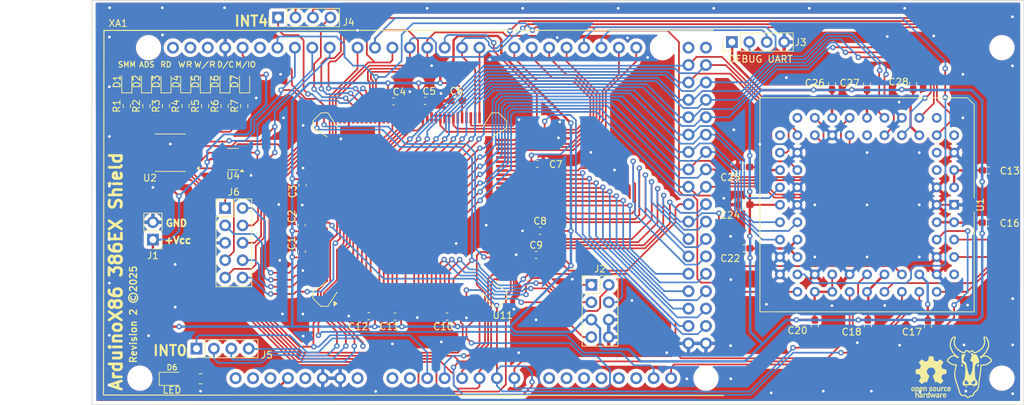
<source format=kicad_pcb>
(kicad_pcb (version 20241229) (generator "pcbnew") (generator_version "9.0")
  (title_block (title "Arduino286") (date "2023-01-18") (rev "1"))
  (layers (0 "F.Cu" signal) (2 "B.Cu" signal) (13 "F.Paste" user) (15 "B.Paste" user) (5 "F.SilkS" user "F.Silkscreen") (7 "B.SilkS" user "B.Silkscreen") (1 "F.Mask" user) (3 "B.Mask" user) (25 "Edge.Cuts" user))
  (net 0 "")
  (net 2 "INTR")
  (net 3 "NMI")
  (net 4 "HOLD")
  (net 10 "GND")
  (net 11 "RESET")
  (net 12 "CLOCK")
  (net 14 "+3.3V")
  (net 17 "/D6_A")
  (net 18 "/D7_A")
  (net 19 "/D1_A")
  (net 20 "/D0_A")
  (net 21 "/D5_A")
  (net 22 "/D4_A")
  (net 23 "/D2_A")
  (net 24 "/D3_A")
  (net 25 "/D8_A")
  (net 26 "/D15_A")
  (net 27 "/D12_A")
  (net 28 "/D14_A")
  (net 29 "/D13_A")
  (net 30 "/D10_A")
  (net 31 "/D11_A")
  (net 32 "/D9_A")
  (net 33 "/A4_A")
  (net 34 "/A5_A")
  (net 35 "/A2_A")
  (net 36 "/A7_A")
  (net 37 "/A1_A")
  (net 38 "/A6_A")
  (net 39 "/A0_A")
  (net 40 "/A3_A")
  (net 41 "/A8_A")
  (net 42 "/A15_A")
  (net 43 "/A9_A")
  (net 44 "/A13_A")
  (net 45 "/A14_A")
  (net 46 "/A12_A")
  (net 47 "/A11_A")
  (net 48 "/A10_A")
  (net 49 "/A16_A")
  (net 50 "/A19_A")
  (net 51 "/A18_A")
  (net 52 "/A17_A")
  (net 53 "/A23_A")
  (net 54 "/A22_A")
  (net 55 "/A21_A")
  (net 56 "/A20_A")
  (net 57 "~{BHE}_A")
  (net 58 "Net-(D6-A)")
  (net 63 "TCK")
  (net 65 "TMS")
  (net 67 "TDO")
  (net 72 "TRST")
  (net 73 "D{slash}~{C}")
  (net 75 "TDI")
  (net 83 "W{slash}~{R}")
  (net 90 "+3.3VP")
  (net 91 "RD")
  (net 92 "WR")
  (net 93 "BS8")
  (net 98 "M{slash}~{IO}")
  (net 108 "PEREQ")
  (net 109 "~{ADS}")
  (net 110 "Net-(U2-I2)")
  (net 111 "DBG_TX")
  (net 112 "DBG_RX")
  (net 113 "~{READYO}")
  (net 114 "~{ERROR}")
  (net 115 "~{READY}")
  (net 116 "~{BUSY}")
  (net 117 "~{SMIACT}")
  (net 118 "~{LOCK}")
  (net 119 "~{SMI}")
  (net 120 "Net-(U2-I1)")
  (net 123 "Net-(D1-K)")
  (net 124 "Net-(D2-K)")
  (net 125 "Net-(D3-K)")
  (net 126 "Net-(D4-K)")
  (net 127 "Net-(D5-K)")
  (net 128 "Net-(D6-K)")
  (net 129 "Net-(D7-K)")
  (net 130 "Net-(U2-O1)")
  (net 131 "Net-(U2-O2)")
  (net 132 "Net-(U2-O3)")
  (net 133 "Net-(U2-O4)")
  (net 134 "Net-(U2-O5)")
  (net 135 "Net-(U2-O6)")
  (net 136 "Net-(U2-O7)")
  (net 137 "INT1")
  (net 138 "INT7")
  (net 139 "INT8")
  (net 140 "INT9")
  (net 141 "INT4")
  (net 142 "INT6")
  (net 143 "INT5")
  (net 144 "INT2")
  (net 145 "INT0")
  (net 146 "INT3")
  (net 147 "RI0")
  (net 148 "TXD0")
  (net 149 "DCD0")
  (net 150 "RTS0")
  (net 151 "COMCLK")
  (net 152 "RDX0")
  (net 153 "DSR0")
  (net 154 "CTS0")
  (net 155 "DTR0")
  (footprint "Capacitor_SMD:C_0603_1608Metric_Pad1.08x0.95mm_HandSolder" (layer "F.Cu") (at 175.26 102.567462)
    (property "Reference" "C9")
    (property "Value" "C" (hide yes))
  )
  (footprint "Connector_PinHeader_2.54mm:PinHeader_1x02_P2.54mm_Vertical" (layer "F.Cu") (at 119.38 100.33 180)
    (property "Reference" "J1")
    (property "Value" "Conn_01x02_Pin" (hide yes))
  )
  (footprint "cow:cow_smal" (layer "F.Cu") (at 238.467759 118.988698)
    (property "Reference" "G***" (hide yes))
    (property "Value" "LOGO" (hide yes))
  )
  (footprint "286-plcc:PLCC-68_286-THT-Socket" (layer "F.Cu") (at 236.22 95.25 -90)
    (property "Reference" "U1")
    (property "Value" "~")
  )
  (footprint "Capacitor_SMD:C_0603_1608Metric_Pad1.08x0.95mm_HandSolder" (layer "F.Cu") (at 215.9 112.937344 90)
    (property "Reference" "C20")
    (property "Value" "C" (hide yes))
  )
  (footprint "Capacitor_SMD:C_0603_1608Metric_Pad1.08x0.95mm_HandSolder" (layer "F.Cu") (at 241.229808 90.221886 180)
    (property "Reference" "C13")
    (property "Value" "C" (hide yes))
  )
  (footprint "Capacitor_SMD:C_0603_1608Metric_Pad1.08x0.95mm_HandSolder" (layer "F.Cu") (at 223.516156 77.587041 -90)
    (property "Reference" "C27")
    (property "Value" "C" (hide yes))
  )
  (footprint "Capacitor_SMD:C_0603_1608Metric_Pad1.08x0.95mm_HandSolder" (layer "F.Cu") (at 223.631354 112.92767 90)
    (property "Reference" "C18")
    (property "Value" "C" (hide yes))
  )
  (footprint "Capacitor_SMD:C_0603_1608Metric_Pad1.08x0.95mm_HandSolder" (layer "F.Cu") (at 175.435113 89.263147 180)
    (property "Reference" "C7")
    (property "Value" "C" (hide yes))
  )
  (footprint "Capacitor_SMD:C_0603_1608Metric_Pad1.08x0.95mm_HandSolder" (layer "F.Cu") (at 241.178596 97.852129 180)
    (property "Reference" "C16")
    (property "Value" "C" (hide yes))
  )
  (footprint "LED_SMD:LED_0603_1608Metric_Pad1.05x0.95mm_HandSolder" (layer "F.Cu") (at 121.298258 77.245494 90)
    (property "Reference" "D3")
    (property "Value" "LED" (hide yes))
  )
  (footprint "" (layer "F.Cu") (at 243.187553 72.3025)
    (property "Reference" "")
    (property "Value" "")
  )
  (footprint "Capacitor_SMD:C_0603_1608Metric_Pad1.08x0.95mm_HandSolder" (layer "F.Cu") (at 162.277228 111.568923)
    (property "Reference" "C10")
    (property "Value" "C" (hide yes))
  )
  (footprint "Resistor_SMD:R_0805_2012Metric_Pad1.20x1.40mm_HandSolder" (layer "F.Cu") (at 126.321949 120.65 180)
    (property "Reference" "R6" (hide yes))
    (property "Value" "750Ω" (hide yes))
  )
  (footprint "" (layer "F.Cu") (at 243.187553 120.5625)
    (property "Reference" "")
    (property "Value" "")
  )
  (footprint "LED_SMD:LED_0603_1608Metric_Pad1.05x0.95mm_HandSolder" (layer "F.Cu") (at 127.026516 77.245494 90)
    (property "Reference" "D5")
    (property "Value" "LED" (hide yes))
  )
  (footprint "Package_QFP:PQFP-132_24x24mm_P0.635mm_i386" (layer "F.Cu") (at 156.845 95.95 90)
    (property "Reference" "U11")
    (property "Value" "I386EX_PQFP")
  )
  (footprint "Capacitor_SMD:C_0603_1608Metric_Pad1.08x0.95mm_HandSolder" (layer "F.Cu") (at 159.070028 80.066439 180)
    (property "Reference" "C5")
    (property "Value" "C" (hide yes))
  )
  (footprint "LED_SMD:LED_0603_1608Metric_Pad1.05x0.95mm_HandSolder" (layer "F.Cu") (at 132.754774 77.245494 90)
    (property "Reference" "D7")
    (property "Value" "LED" (hide yes))
  )
  (footprint "Capacitor_SMD:C_0603_1608Metric_Pad1.08x0.95mm_HandSolder" (layer "F.Cu") (at 163.651172 80.072711)
    (property "Reference" "C6")
    (property "Value" "C" (hide yes))
  )
  (footprint "Capacitor_SMD:C_0603_1608Metric_Pad1.08x0.95mm_HandSolder" (layer "F.Cu") (at 205.57427 95.238468)
    (property "Reference" "C24")
    (property "Value" "C" (hide yes))
  )
  (footprint "Capacitor_SMD:C_0603_1608Metric_Pad1.08x0.95mm_HandSolder" (layer "F.Cu") (at 232.41 113.03 90)
    (property "Reference" "C17")
    (property "Value" "C" (hide yes))
  )
  (footprint "Connector_PinHeader_2.54mm:PinHeader_2x05_P2.54mm_Vertical" (layer "F.Cu") (at 129.915321 95.716816)
    (property "Reference" "J6")
    (property "Value" "SERIAL0")
  )
  (footprint "Resistor_SMD:R_0603_1608Metric_Pad0.98x0.95mm_HandSolder" (layer "F.Cu") (at 124.134422 80.814044 90)
    (property "Reference" "R4")
    (property "Value" "R_Small" (hide yes))
  )
  (footprint "Arduino_Library:Arduino_Mega2560_Shield" (layer "F.Cu") (at 103.505 123.1025)
    (property "Reference" "XA1")
    (property "Value" "Arduino_Mega2560_Shield" (hide yes))
  )
  (footprint "Capacitor_SMD:C_0603_1608Metric_Pad1.08x0.95mm_HandSolder" (layer "F.Cu") (at 205.530618 89.727724)
    (property "Reference" "C25")
    (property "Value" "C" (hide yes))
  )
  (footprint "Capacitor_SMD:C_0603_1608Metric_Pad1.08x0.95mm_HandSolder" (layer "F.Cu") (at 150.863151 111.51731)
    (property "Reference" "C12")
    (property "Value" "C" (hide yes))
  )
  (footprint "Resistor_SMD:R_0603_1608Metric_Pad0.98x0.95mm_HandSolder" (layer "F.Cu") (at 132.696059 80.814044 90)
    (property "Reference" "R7")
    (property "Value" "R_Small" (hide yes))
  )
  (footprint "Resistor_SMD:R_0603_1608Metric_Pad0.98x0.95mm_HandSolder" (layer "F.Cu") (at 129.842178 80.814044 90)
    (property "Reference" "R6")
    (property "Value" "R_Small" (hide yes))
  )
  (footprint "Resistor_SMD:R_0603_1608Metric_Pad0.98x0.95mm_HandSolder" (layer "F.Cu") (at 115.572788 80.814044 90)
    (property "Reference" "R1")
    (property "Value" "R_Small" (hide yes))
  )
  (footprint "Capacitor_SMD:C_0603_1608Metric_Pad1.08x0.95mm_HandSolder" (layer "F.Cu") (at 154.472701 80.151201 180)
    (property "Reference" "C4")
    (property "Value" "C" (hide yes))
  )
  (footprint "Resistor_SMD:R_0603_1608Metric_Pad0.98x0.95mm_HandSolder" (layer "F.Cu") (at 121.280544 80.814044 90)
    (property "Reference" "R3")
    (property "Value" "R_Small" (hide yes))
  )
  (footprint "Capacitor_SMD:C_0603_1608Metric_Pad1.08x0.95mm_HandSolder" (layer "F.Cu") (at 218.412545 77.543663 -90)
    (property "Reference" "C26")
    (property "Value" "C" (hide yes))
  )
  (footprint "LED_SMD:LED_0603_1608Metric_Pad1.05x0.95mm_HandSolder" (layer "F.Cu") (at 129.890645 77.245494 90)
    (property "Reference" "D6")
    (property "Value" "LED" (hide yes))
  )
  (footprint "Package_SO:TSSOP-16_4.4x5mm_P0.65mm" (layer "F.Cu") (at 121.92 87.643418 180)
    (property "Reference" "U2")
    (property "Value" "ULN2003A" (hide yes))
  )
  (footprint "Capacitor_SMD:C_0603_1608Metric_Pad1.08x0.95mm_HandSolder" (layer "F.Cu") (at 175.840001 99.052312)
    (property "Reference" "C8")
    (property "Value" "C" (hide yes))
  )
  (footprint "Connector_PinHeader_2.54mm:PinHeader_1x04_P2.54mm_Vertical" (layer "F.Cu") (at 203.810076 71.482622 90)
    (property "Reference" "J3")
    (property "Value" "Conn_01x04_Pin" (hide yes))
  )
  (footprint "Capacitor_SMD:C_0603_1608Metric_Pad1.08x0.95mm_HandSolder" (layer "F.Cu") (at 205.566582 101.6)
    (property "Reference" "C22")
    (property "Value" "C" (hide yes))
  )
  (footprint "LED_SMD:LED_0603_1608Metric_Pad1.05x0.95mm_HandSolder" (layer "F.Cu") (at 118.434129 77.245494 90)
    (property "Reference" "D2")
    (property "Value" "LED" (hide yes))
  )
  (footprint "Package_TO_SOT_SMD:SOT-23-6" (layer "F.Cu") (at 131.072754 88.58 180)
    (property "Reference" "U4")
    (property "Value" "SN74LVC2G14DBV" (hide yes))
  )
  (footprint "Symbol:OSHW-Logo_5.7x6mm_SilkScreen" (layer "F.Cu") (at 232.851325 120.392807)
    (property "Reference" "REF**" (hide yes))
    (property "Value" "OSHW-Logo_5.7x6mm_SilkScreen" (hide yes))
  )
  (footprint "Resistor_SMD:R_0603_1608Metric_Pad0.98x0.95mm_HandSolder" (layer "F.Cu") (at 126.9883 80.814044 90)
    (property "Reference" "R5")
    (property "Value" "R_Small" (hide yes))
  )
  (footprint "Capacitor_SMD:C_0603_1608Metric_Pad1.08x0.95mm_HandSolder" (layer "F.Cu") (at 230.239601 77.501952 -90)
    (property "Reference" "C28")
    (property "Value" "C" (hide yes))
  )
  (footprint "LED_SMD:LED_0805_2012Metric_Pad1.15x1.40mm_HandSolder" (layer "F.Cu") (at 122.165 120.65)
    (property "Reference" "D6")
    (property "Value" "LED")
  )
  (footprint "LED_SMD:LED_0603_1608Metric_Pad1.05x0.95mm_HandSolder" (layer "F.Cu") (at 124.162387 77.245494 90)
    (property "Reference" "D4")
    (property "Value" "LED" (hide yes))
  )
  (footprint "Capacitor_SMD:C_0603_1608Metric_Pad1.08x0.95mm_HandSolder" (layer "F.Cu") (at 154.685231 111.572767)
    (property "Reference" "C11")
    (property "Value" "C" (hide yes))
  )
  (footprint "Capacitor_SMD:C_0603_1608Metric_Pad1.08x0.95mm_HandSolder" (layer "F.Cu") (at 141.082879 98.20369 -90)
    (property "Reference" "C2")
    (property "Value" "C" (hide yes))
  )
  (footprint "Connector_PinHeader_2.54mm:PinHeader_2x04_P2.54mm_Vertical" (layer "F.Cu") (at 183.311512 106.937437)
    (property "Reference" "J2")
    (property "Value" "JTAG")
  )
  (footprint "Connector_PinHeader_2.54mm:PinHeader_1x04_P2.54mm_Vertical" (layer "F.Cu") (at 137.634837 67.903872 90)
    (property "Reference" "J4")
    (property "Value" "Conn_01x04_Pin" (hide yes))
  )
  (footprint "Connector_PinHeader_2.54mm:PinHeader_1x04_P2.54mm_Vertical" (layer "F.Cu") (at 125.73 116.242345 90)
    (property "Reference" "J5")
    (property "Value" "Conn_01x04_Pin" (hide yes))
  )
  (footprint "Capacitor_SMD:C_0603_1608Metric_Pad1.08x0.95mm_HandSolder" (layer "F.Cu") (at 141.089184 102.076482 -90)
    (property "Reference" "C1")
    (property "Value" "C" (hide yes))
  )
  (footprint "Capacitor_SMD:C_0603_1608Metric_Pad1.08x0.95mm_HandSolder" (layer "F.Cu") (at 141.201828 92.374597 90)
    (property "Reference" "C3")
    (property "Value" "C" (hide yes))
  )
  (footprint "Resistor_SMD:R_0603_1608Metric_Pad0.98x0.95mm_HandSolder" (layer "F.Cu") (at 118.426666 80.814044 90)
    (property "Reference" "R2")
    (property "Value" "R_Small" (hide yes))
  )
  (footprint "LED_SMD:LED_0603_1608Metric_Pad1.05x0.95mm_HandSolder" (layer "F.Cu") (at 115.57 77.245494 90)
    (property "Reference" "D1")
    (property "Value" "LED" (hide yes))
  )
  (gr_rect (start 110.49 65.394788) (end 246.38 124.46) (stroke (width 0.1)) (fill no) (layer "Edge.Cuts"))
  (gr_text "DEBUG UART" (at 203.2 74.553104 0) (layer "F.SilkS") (effects (font (size 1 1)) (justify left bottom)))
  (gr_text "W/R" (at 126.955016 74.769555 0) (layer "F.SilkS") (effects (font (size 0.8 1))))
  (gr_text "ArduinoX86 386EX Shield" (at 113.972797 104.983393 90) (layer "F.SilkS") (effects (font (size 1.8 1.8) (thickness 0.4) (bold yes))))
  (gr_text "WR" (at 124.090815 74.769555 0) (layer "F.SilkS") (effects (font (size 0.8 1))))
  (gr_text "ADS" (at 118.491431 74.769555 0) (layer "F.SilkS") (effects (font (size 0.8 0.8))))
  (gr_text "SMM" (at 115.575622 74.769555 0) (layer "F.SilkS") (effects (font (size 0.8 0.8))))
  (gr_text "Revision 2 ©2025" (at 116.524723 111.246602 90) (layer "F.SilkS") (effects (font (size 1 1) (thickness 0.1875))))
  (gr_text "INT0" (at 119.2464 117.415004 0) (layer "F.SilkS") (effects (font (size 1.5 1.5) (thickness 0.3) (bold yes)) (justify left bottom)))
  (gr_text "+Vcc" (at 120.947052 101.012139 0) (layer "F.SilkS") (effects (font (size 1 1) (thickness 0.25) (bold yes)) (justify left bottom)))
  (gr_text "M/IO" (at 132.889846 74.769555 0) (layer "F.SilkS") (effects (font (size 0.8 0.8))))
  (gr_text "D/C" (at 129.974038 74.769555 0) (layer "F.SilkS") (effects (font (size 0.8 0.8))))
  (gr_text "RD" (at 121.278221 74.769555 0) (layer "F.SilkS") (effects (font (size 0.8 0.8))))
  (gr_text "INT4" (at 131.106883 69.302641 0) (layer "F.SilkS") (effects (font (size 1.5 1.5) (thickness 0.3) (bold yes)) (justify left bottom)))
  (gr_text "GND" (at 121.121226 98.51564 0) (layer "F.SilkS") (effects (font (size 1 1) (thickness 0.25) (bold yes)) (justify left bottom)))
  (segment (start 146.221761 99.571147) (end 146.221761 91.703531) (width 0.25) (layer "F.Cu") (net 3))
  (segment (start 143.88 112.083946) (end 143.88 107.927015) (width 0.25) (layer "F.Cu") (net 3))
  (segment (start 143.51 112.453946) (end 143.88 112.083946) (width 0.25) (layer "F.Cu") (net 3))
  (segment (start 145.23 100.562908) (end 146.221761 99.571147) (width 0.25) (layer "F.Cu") (net 3))
  (segment (start 152.4 85.525292) (end 152.4 82.55) (width 0.25) (layer "F.Cu") (net 3))
  (segment (start 146.221761 91.703531) (end 152.4 85.525292) (width 0.25) (layer "F.Cu") (net 3))
  (segment (start 143.51 114.3) (end 143.51 112.453946) (width 0.25) (layer "F.Cu") (net 3))
  (segment (start 143.88 107.927015) (end 145.23 106.577015) (width 0.25) (layer "F.Cu") (net 3))
  (segment (start 145.23 106.577015) (end 145.23 100.562908) (width 0.25) (layer "F.Cu") (net 3))
  (via (at 143.51 114.3) (size 0.8) (drill 0.4) (layers "F.Cu" "B.Cu") (net 3))
  (segment (start 192.405 119.160799) (end 192.405 120.5625) (width 0.25) (layer "B.Cu") (net 3))
  (segment (start 191.936318 118.692117) (end 192.405 119.160799) (width 0.25) (layer "B.Cu") (net 3))
  (segment (start 171.507684 113.794791) (end 172.012893 114.3) (width 0.25) (layer "B.Cu") (net 3))
  (segment (start 144.015209 113.794791) (end 171.507684 113.794791) (width 0.25) (layer "B.Cu") (net 3))
  (segment (start 179.717435 114.3) (end 182.257435 116.84) (width 0.25) (layer "B.Cu") (net 3))
  (segment (start 172.012893 114.3) (end 179.717435 114.3) (width 0.25) (layer "B.Cu") (net 3))
  (segment (start 182.257435 116.84) (end 187.68625 116.84) (width 0.25) (layer "B.Cu") (net 3))
  (segment (start 189.538367 118.692117) (end 191.936318 118.692117) (width 0.25) (layer "B.Cu") (net 3))
  (segment (start 187.68625 116.84) (end 189.538367 118.692117) (width 0.25) (layer "B.Cu") (net 3))
  (segment (start 143.51 114.3) (end 144.015209 113.794791) (width 0.25) (layer "B.Cu") (net 3))
  (segment (start 172.347546 102.534152) (end 172.380856 102.567462) (width 0.25) (layer "F.Cu") (net 10))
  (segment (start 147.955 82.55) (end 147.955 83.6175) (width 0.25) (layer "F.Cu") (net 10))
  (segment (start 172.708771 98.49) (end 170.245 98.49) (width 0.25) (layer "F.Cu") (net 10))
  (segment (start 172.011648 110.493489) (end 172.011648 105.582752) (width 0.25) (layer "F.Cu") (net 10))
  (segment (start 236.22 95.25) (end 233.68 95.25) (width 0.25) (layer "F.Cu") (net 10))
  (segment (start 142.3775 90.87) (end 143.445 90.87) (width 0.25) (layer "F.Cu") (net 10))
  (segment (start 141.275195 83.659156) (end 141.275195 85.309365) (width 0.25) (layer "F.Cu") (net 10))
  (segment (start 171.268896 104.84) (end 170.245 104.84) (width 0.25) (layer "F.Cu") (net 10))
  (segment (start 146.82456 84.74794) (end 146.786879 85.621027) (width 0.25) (layer "F.Cu") (net 10))
  (segment (start 141.158445 95.290941) (end 141.817504 95.95) (width 0.25) (layer "F.Cu") (net 10))
  (segment (start 157.932984 111.708387) (end 156.845 110.620403) (width 0.25) (layer "F.Cu") (net 10))
  (segment (start 141.385621 89.878121) (end 142.3775 90.87) (width 0.25) (layer "F.Cu") (net 10))
  (segment (start 173.284625 99.06) (end 173.281698 99.062927) (width 0.25) (layer "F.Cu") (net 10))
  (segment (start 167.523212 83.689288) (end 167.52 83.6925) (width 0.25) (layer "F.Cu") (net 10))
  (segment (start 141.75583 85.79) (end 143.445 85.79) (width 0.25) (layer "F.Cu") (net 10))
  (segment (start 122.925 85.368418) (end 124.7825 85.368418) (width 0.25) (layer "F.Cu") (net 10))
  (segment (start 178.513325 85.465491) (end 178.068816 85.91) (width 0.25) (layer "F.Cu") (net 10))
  (segment (start 147.955 111.47356) (end 147.955 109.35) (width 0.25) (layer "F.Cu") (net 10))
  (segment (start 165.1 111.754429) (end 165.735 111.119429) (width 0.25) (layer "F.Cu") (net 10))
  (segment (start 167.52 83.6925) (end 165.855 83.6925) (width 0.25) (layer "F.Cu") (net 10))
  (segment (start 171.878624 83.689288) (end 167.523212 83.689288) (width 0.25) (layer "F.Cu") (net 10))
  (segment (start 165.735 111.119429) (end 165.735 109.35) (width 0.25) (layer "F.Cu") (net 10))
  (segment (start 178.068816 85.91) (end 173.267792 85.91) (width 0.25) (layer "F.Cu") (net 10))
  (segment (start 173.267792 85.91) (end 172.117792 87.06) (width 0.25) (layer "F.Cu") (net 10))
  (segment (start 172.75344 82.814472) (end 171.878624 83.689288) (width 0.25) (layer "F.Cu") (net 10))
  (segment (start 165.855 83.6925) (end 165.735 83.5725) (width 0.25) (layer "F.Cu") (net 10))
  (segment (start 156.843584 78.727457) (end 156.845 78.728873) (width 0.25) (layer "F.Cu") (net 10))
  (segment (start 156.845 78.728873) (end 156.845 82.55) (width 0.25) (layer "F.Cu") (net 10))
  (segment (start 146.786879 85.621027) (end 146.82456 85.639868) (width 0.25) (layer "F.Cu") (net 10))
  (segment (start 172.011648 105.582752) (end 171.268896 104.84) (width 0.25) (layer "F.Cu") (net 10))
  (segment (start 121.92 86.373418) (end 122.925 85.368418) (width 0.25) (layer "F.Cu") (net 10))
  (segment (start 174.969813 99.06) (end 173.284625 99.06) (width 0.25) (layer "F.Cu") (net 10))
  (segment (start 141.246591 104.84) (end 141.24245 104.844141) (width 0.25) (layer "F.Cu") (net 10))
  (segment (start 156.845 110.620403) (end 156.845 109.35) (width 0.25) (layer "F.Cu") (net 10))
  (segment (start 172.380856 102.567462) (end 174.3975 102.567462) (width 0.25) (layer "F.Cu") (net 10))
  (segment (start 133.501714 88.58) (end 132.210254 88.58) (width 0.25) (layer "F.Cu") (net 10))
  (segment (start 141.272257 89.878121) (end 141.385621 89.878121) (width 0.25) (layer "F.Cu") (net 10))
  (segment (start 173.281698 99.062927) (end 172.708771 98.49) (width 0.25) (layer "F.Cu") (net 10))
  (segment (start 133.70066 90.944108) (end 133.70066 88.778946) (width 0.25) (layer "F.Cu") (net 10))
  (segment (start 141.817504 95.95) (end 143.445 95.95) (width 0.25) (layer "F.Cu") (net 10))
  (segment (start 143.445 104.84) (end 141.246591 104.84) (width 0.25) (layer "F.Cu") (net 10))
  (segment (start 147.933013 111.495547) (end 147.955 111.47356) (width 0.25) (layer "F.Cu") (net 10))
  (segment (start 174.977501 99.052312) (end 174.969813 99.06) (width 0.25) (layer "F.Cu") (net 10))
  (segment (start 147.955 83.6175) (end 146.82456 84.74794) (width 0.25) (layer "F.Cu") (net 10))
  (segment (start 141.275195 85.309365) (end 141.75583 85.79) (width 0.25) (layer "F.Cu") (net 10))
  (segment (start 172.117792 87.06) (end 170.245 87.06) (width 0.25) (layer "F.Cu") (net 10))
  (segment (start 165.735 83.5725) (end 165.735 82.55) (width 0.25) (layer "F.Cu") (net 10))
  (segment (start 133.70066 88.778946) (end 133.501714 88.58) (width 0.25) (layer "F.Cu") (net 10))
  (via (at 121.92 86.373418) (size 0.8) (drill 0.4) (layers "F.Cu" "B.Cu") (net 10))
  (via (at 244.751561 108.952021) (size 0.8) (drill 0.4) (layers "F.Cu" "B.Cu") (net 10))
  (via (at 113.03 70.757148) (size 0.8) (drill 0.4) (layers "F.Cu" "B.Cu") (net 10))
  (via (at 187.229887 66.562523) (size 0.8) (drill 0.4) (layers "F.Cu" "B.Cu") (net 10))
  (via (at 172.72 116.84) (size 0.8) (drill 0.4) (layers "F.Cu" "B.Cu") (net 10))
  (via (at 237.49 82.55) (size 0.8) (drill 0.4) (layers "F.Cu" "B.Cu") (net 10))
  (via (at 180.54427 106.111565) (size 0.8) (drill 0.4) (layers "F.Cu" "B.Cu") (net 10))
  (via (at 217.136443 122.45241) (size 0.8) (drill 0.4) (layers "F.Cu" "B.Cu") (net 10))
  (via (at 215.9 95.25) (size 0.8) (drill 0.4) (layers "F.Cu" "B.Cu") (net 10))
  (via (at 237.49 76.2) (size 0.8) (drill 0.4) (layers "F.Cu" "B.Cu") (net 10))
  (via (at 173.301898 66.562523) (size 0.8) (drill 0.4) (layers "F.Cu" "B.Cu") (net 10))
  (via (at 231.233871 122.581154) (size 0.8) (drill 0.4) (layers "F.Cu" "B.Cu") (net 10))
  (via (at 141.24245 104.844141) (size 0.8) (drill 0.4) (layers "F.Cu" "B.Cu") (net 10))
  (via (at 113.03 78.01429) (size 0.8) (drill 0.4) (layers "F.Cu" "B.Cu") (net 10))
  (via (at 122.633081 110.184368) (size 0.8) (drill 0.4) (layers "F.Cu" "B.Cu") (net 10))
  (via (at 134.450434 79.644351) (size 0.8) (drill 0.4) (layers "F.Cu" "B.Cu") (net 10))
  (via (at 211.754785 76.683833) (size 0.8) (drill 0.4) (layers "F.Cu" "B.Cu") (net 10))
  (via (at 226.464556 70.672879) (size 0.8) (drill 0.4) (layers "F.Cu" "B.Cu") (net 10))
  (via (at 203.645955 106.177188) (size 0.8) (drill 0.4) (layers "F.Cu" "B.Cu") (net 10))
  (via (at 215.9 102.87) (size 0.8) (drill 0.4) (layers "F.Cu" "B.Cu") (net 10))
  (via (at 122.619517 103.949817) (size 0.8) (drill 0.4) (layers "F.Cu" "B.Cu") (net 10))
  (via (at 231.14 87.63) (size 0.8) (drill 0.4) (layers "F.Cu" "B.Cu") (net 10))
  (via (at 231.14 102.87) (size 0.8) (drill 0.4) (layers "F.Cu" "B.Cu") (net 10))
  (via (at 233.24753 70.589139) (size 0.8) (drill 0.4) (layers "F.Cu" "B.Cu") (net 10))
  (via (at 244.7282 74.963148) (size 0.8) (drill 0.4) (layers "F.Cu" "B.Cu") (net 10))
  (via (at 178.343366 70.826971) (size 0.8) (drill 0.4) (layers "F.Cu" "B.Cu") (net 10))
  (via (at 237.660305 115.704116) (size 0.8) (drill 0.4) (layers "F.Cu" "B.Cu") (net 10))
  (via (at 175.25879 112.036619) (size 0.8) (drill 0.4) (layers "F.Cu" "B.Cu") (net 10))
  (via (at 228.263951 115.747068) (size 0.8) (drill 0.4) (layers "F.Cu" "B.Cu") (net 10))
  (via (at 161.45189 115.264362) (size 0.8) (drill 0.4) (layers "F.Cu" "B.Cu") (net 10))
  (via (at 223.52 102.87) (size 0.8) (drill 0.4) (layers "F.Cu" "B.Cu") (net 10))
  (via (at 215.085865 66.562523) (size 0.8) (drill 0.4) (layers "F.Cu" "B.Cu") (net 10))
  (via (at 113.03 121.557148) (size 0.8) (drill 0.4) (layers "F.Cu" "B.Cu") (net 10))
  (via (at 173.281698 99.062927) (size 0.8) (drill 0.4) (layers "F.Cu" "B.Cu") (net 10))
  (via (at 218.405127 109.975025) (size 0.8) (drill 0.4) (layers "F.Cu" "B.Cu") (net 10))
  (via (at 209.540569 122.709898) (size 0.8) (drill 0.4) (layers "F.Cu" "B.Cu") (net 10))
  (via (at 141.275195 83.659156) (size 0.8) (drill 0.4) (layers "F.Cu" "B.Cu") (net 10))
  (via (at 172.011648 110.493489) (size 0.8) (drill 0.4) (layers "F.Cu" "B.Cu") (net 10))
  (via (at 156.843584 78.727457) (size 0.8) (drill 0.4) (layers "F.Cu" "B.Cu") (net 10))
  (via (at 226.101135 109.946415) (size 0.8) (drill 0.4) (layers "F.Cu" "B.Cu") (net 10))
  (via (at 222.095778 115.382257) (size 0.8) (drill 0.4) (layers "F.Cu" "B.Cu") (net 10))
  (via (at 141.272257 89.878121) (size 0.8) (drill 0.4) (layers "F.Cu" "B.Cu") (net 10))
  (via (at 151.858138 122.489908) (size 0.8) (drill 0.4) (layers "F.Cu" "B.Cu") (net 10))
  (via (at 172.347546 102.534152) (size 0.8) (drill 0.4) (layers "F.Cu" "B.Cu") (net 10))
  (via (at 203.619894 99.855118) (size 0.8) (drill 0.4) (layers "F.Cu" "B.Cu") (net 10))
  (via (at 208.849489 109.774757) (size 0.8) (drill 0.4) (layers "F.Cu" "B.Cu") (net 10))
  (via (at 183.241744 87.585622) (size 0.8) (drill 0.4) (layers "F.Cu" "B.Cu") (net 10))
  (via (at 120.775555 70.438497) (size 0.8) (drill 0.4) (layers "F.Cu" "B.Cu") (net 10))
  (via (at 191.518526 73.729972) (size 0.8) (drill 0.4) (layers "F.Cu" "B.Cu") (net 10))
  (via (at 244.751561 122.82617) (size 0.8) (drill 0.4) (layers "F.Cu" "B.Cu") (net 10))
  (via (at 197.231575 120.65) (size 0.8) (drill 0.4) (layers "F.Cu" "B.Cu") (net 10))
  (via (at 228.200033 80.251916) (size 0.8) (drill 0.4) (layers "F.Cu" "B.Cu") (net 10))
  (via (at 141.158445 95.290941) (size 0.8) (drill 0.4) (layers "F.Cu" "B.Cu") (net 10))
  (via (at 238.174426 109.889196) (size 0.8) (drill 0.4) (layers "F.Cu" "B.Cu") (net 10))
  (via (at 154.31128 115.565813) (size 0.8) (drill 0.4) (layers "F.Cu" "B.Cu") (net 10))
  (via (at 201.157876 66.562523) (size 0.8) (drill 0.4) (layers "F.Cu" "B.Cu") (net 10))
  (via (at 138.418137 82.55) (size 0.8) (drill 0.4) (layers "F.Cu" "B.Cu") (net 10))
  (via (at 118.750651 114.361126) (size 0.8) (drill 0.4) (layers "F.Cu" "B.Cu") (net 10))
  (via (at 161.381032 78.99408) (size 0.8) (drill 0.4) (layers "F.Cu" "B.Cu") (net 10))
  (via (at 141.283828 114.414883) (size 0.8) (drill 0.4) (layers "F.Cu" "B.Cu") (net 10))
  (via (at 137.996664 76.19651) (size 0.8) (drill 0.4) (layers "F.Cu" "B.Cu") (net 10))
  (via (at 126.314429 122.456332) (size 0.8) (drill 0.4) (layers "F.Cu" "B.Cu") (net 10))
  (via (at 119.38 92.71) (size 0.8) (drill 0.4) (layers "F.Cu" "B.Cu") (net 10))
  (via (at 231.14 95.25) (size 0.8) (drill 0.4) (layers "F.Cu" "B.Cu") (net 10))
  (via (at 223.52 95.25) (size 0.8) (drill 0.4) (layers "F.Cu" "B.Cu") (net 10))
  (via (at 137.880646 103.365792) (size 0.8) (drill 0.4) (layers "F.Cu" "B.Cu") (net 10))
  (via (at 138.273254 111.180101) (size 0.8) (drill 0.4) (layers "F.Cu" "B.Cu") (net 10))
  (via (at 159.373909 66.562523) (size 0.8) (drill 0.4) (layers "F.Cu" "B.Cu") (net 10))
  (via (at 146.786879 85.621027) (size 0.8) (drill 0.4) (layers "F.Cu" "B.Cu") (net 10))
  (via (at 165.1 111.754429) (size 0.8) (drill 0.4) (layers "F.Cu" "B.Cu") (net 10))
  (via (at 229.013858 66.562523) (size 0.8) (drill 0.4) (layers "F.Cu" "B.Cu") (net 10))
  (via (at 204.096082 84.293847) (size 0.8) (drill 0.4) (layers "F.Cu" "B.Cu") (net 10))
  (via (at 129.830853 66.47558) (size 0.8) (drill 0.4) (layers "F.Cu" "B.Cu") (net 10))
  (via (at 244.751561 115.703008) (size 0.8) (drill 0.4) (layers "F.Cu" "B.Cu") (net 10))
  (via (at 113.059467 66.47558) (size 0.8) (drill 0.4) (layers "F.Cu" "B.Cu") (net 10))
  (via (at 178.513325 85.465491) (size 0.8) (drill 0.4) (layers "F.Cu" "B.Cu") (net 10))
  (via (at 167.98375 98.230303) (size 0.8) (drill 0.4) (layers "F.Cu" "B.Cu") (net 10))
  (via (at 149.216626 69.776032) (size 0.8) (drill 0.4) (layers "F.Cu" "B.Cu") (net 10))
  (via (at 178.700997 83.139098) (size 0.8) (drill 0.4) (layers "F.Cu" "B.Cu") (net 10))
  (via (at 160.02 74.93) (size 0.8) (drill 0.4) (layers "F.Cu" "B.Cu") (net 10))
  (via (at 224.152971 122.45241) (size 0.8) (drill 0.4) (layers "F.Cu" "B.Cu") (net 10))
  (via (at 203.619894 115.819402) (size 0.8) (drill 0.4) (layers "F.Cu" "B.Cu") (net 10))
  (via (at 133.70066 90.944108) (size 0.8) (drill 0.4) (layers "F.Cu" "B.Cu") (net 10))
  (via (at 237.928539 122.45241) (size 0.8) (drill 0.4) (layers "F.Cu" "B.Cu") (net 10))
  (via (at 186.69 90.17) (size 0.8) (drill 0.4) (layers "F.Cu" "B.Cu") (net 10))
  (via (at 189.23 109.22) (size 0.8) (drill 0.4) (layers "F.Cu" "B.Cu") (net 10))
  (via (at 147.933013 111.495547) (size 0.8) (drill 0.4) (layers "F.Cu" "B.Cu") (net 10))
  (via (at 157.932984 111.708387) (size 0.8) (drill 0.4) (layers "F.Cu" "B.Cu") (net 10))
  (via (at 120.750711 66.47558) (size 0.8) (drill 0.4) (layers "F.Cu" "B.Cu") (net 10))
  (via (at 113.03 85.271432) (size 0.8) (drill 0.4) (layers "F.Cu" "B.Cu") (net 10))
  (via (at 172.75344 82.814472) (size 0.8) (drill 0.4) (layers "F.Cu" "B.Cu") (net 10))
  (via (at 113.03 92.528574) (size 0.8) (drill 0.4) (layers "F.Cu" "B.Cu") (net 10))
  (via (at 202.631162 94.294617) (size 0.8) (drill 0.4) (layers "F.Cu" "B.Cu") (net 10))
  (via (at 168.50846 74.028848) (size 0.8) (drill 0.4) (layers "F.Cu" "B.Cu") (net 10))
  (via (at 113.03 114.3) (size 0.8) (drill 0.4) (layers "F.Cu" "B.Cu") (net 10))
  (via (at 223.52 87.63) (size 0.8) (drill 0.4) (layers "F.Cu" "B.Cu") (net 10))
  (via (at 207.873962 86.416004) (size 0.8) (drill 0.4) (layers "F.Cu" "B.Cu") (net 10))
  (via (at 244.7282 67.794838) (size 0.8) (drill 0.4) (layers "F.Cu" "B.Cu") (net 10))
  (via (at 113.03 106.68) (size 0.8) (drill 0.4) (layers "F.Cu" "B.Cu") (net 10))
  (via (at 141.247198 111.189778) (size 0.8) (drill 0.4) (layers "F.Cu" "B.Cu") (net 10))
  (via (at 163.597757 100.894805) (size 0.8) (drill 0.4) (layers "F.Cu" "B.Cu") (net 10))
  (via (at 113.03 100.33) (size 0.8) (drill 0.4) (layers "F.Cu" "B.Cu") (net 10))
  (via (at 137.732743 95.210002) (size 0.8) (drill 0.4) (layers "F.Cu" "B.Cu") (net 10))
  (via (at 194.31 116.84) (size 0.8) (drill 0.4) (layers "F.Cu" "B.Cu") (net 10))
  (via (at 203.645361 120.65) (size 0.8) (drill 0.4) (layers "F.Cu" "B.Cu") (net 10))
  (via (at 188.587611 70.882798) (size 0.8) (drill 0.4) (layers "F.Cu" "B.Cu") (net 10))
  (segment (start 172.329897 105.643451) (end 172.347546 105.625802) (width 0.25) (layer "B.Cu") (net 10))
  (segment (start 207.873962 86.416004) (end 207.921732 86.39212) (width 0.25) (layer "B.Cu") (net 10))
  (segment (start 213.36 87.63) (end 212.12212 86.39212) (width 0.25) (layer "B.Cu") (net 10))
  (segment (start 207.9695 86.39212) (end 207.873962 86.416004) (width 0.25) (layer "B.Cu") (net 10))
  (segment (start 212.12212 86.39212) (end 207.9695 86.39212) (width 0.25) (layer "B.Cu") (net 10))
  (segment (start 207.921732 86.39212) (end 207.945616 86.39212) (width 0.25) (layer "B.Cu") (net 10))
  (segment (start 172.347546 105.625802) (end 172.347546 99.997079) (width 0.25) (layer "B.Cu") (net 10))
  (segment (start 172.347546 99.997079) (end 173.281698 99.062927) (width 0.25) (layer "B.Cu") (net 10))
  (segment (start 144.5125 92.14) (end 145.6 91.0525) (width 0.25) (layer "F.Cu") (net 11))
  (segment (start 234.347556 67.977556) (end 153.66054 67.977556) (width 0.25) (layer "F.Cu") (net 11))
  (segment (start 153.971318 74.46381) (end 154.305 74.130128) (width 0.25) (layer "F.Cu") (net 11))
  (segment (start 145.6 79.651764) (end 150.787954 74.46381) (width 0.25) (layer "F.Cu") (net 11))
  (segment (start 153.66054 67.977556) (end 150.5764 71.061696) (width 0.25) (layer "F.Cu") (net 11))
  (segment (start 244.512885 78.142885) (end 234.347556 67.977556) (width 0.25) (layer "F.Cu") (net 11))
  (segment (start 154.305 74.130128) (end 154.305 72.3025) (width 0.25) (layer "F.Cu") (net 11))
  (segment (start 145.6 91.0525) (end 145.6 79.651764) (width 0.25) (layer "F.Cu") (net 11))
  (segment (start 233.68 107.95) (end 238.126396 107.95) (width 0.25) (layer "F.Cu") (net 11))
  (segment (start 238.126396 107.95) (end 244.512885 101.563511) (width 0.25) (layer "F.Cu") (net 11))
  (segment (start 151.740084 74.46381) (end 153.971318 74.46381) (width 0.25) (layer "F.Cu") (net 11))
  (segment (start 150.5764 73.300126) (end 151.740084 74.46381) (width 0.25) (layer "F.Cu") (net 11))
  (segment (start 150.787954 74.46381) (end 151.740084 74.46381) (width 0.25) (layer "F.Cu") (net 11))
  (segment (start 150.5764 71.061696) (end 150.5764 73.300126) (width 0.25) (layer "F.Cu") (net 11))
  (segment (start 143.445 92.14) (end 144.5125 92.14) (width 0.25) (layer "F.Cu") (net 11))
  (segment (start 244.512885 101.563511) (end 244.512885 78.142885) (width 0.25) (layer "F.Cu") (net 11))
  (segment (start 173.424291 69.469426) (end 173.312358 69.469426) (width 0.25) (layer "F.Cu") (net 12))
  (segment (start 243.612885 78.515677) (end 233.974764 68.877556) (width 0.25) (layer "F.Cu") (net 12))
  (segment (start 146.05 91.238896) (end 146.05 79.83816) (width 0.25) (layer "F.Cu") (net 12))
  (segment (start 174.016161 68.877556) (end 173.424291 69.469426) (width 0.25) (layer "F.Cu") (net 12))
  (segment (start 173.312358 69.581359) (end 173.334744 69.558973) (width 0.25) (layer "F.Cu") (net 12))
  (segment (start 144.715 95.315) (end 145.373912 94.656088) (width 0.25) (layer "F.Cu") (net 12))
  (segment (start 150.95816 74.93) (end 156.080034 74.93) (width 0.25) (layer "F.Cu") (net 12))
  (segment (start 173.312358 69.469426) (end 173.312358 69.581359) (width 0.25) (layer "F.Cu") (net 12))
  (segment (start 145.373912 91.914984) (end 146.05 91.238896) (width 0.25) (layer "F.Cu") (net 12))
  (segment (start 143.445 95.315) (end 144.715 95.315) (width 0.25) (layer "F.Cu") (net 12))
  (segment (start 146.05 79.83816) (end 150.95816 74.93) (width 0.25) (layer "F.Cu") (net 12))
  (segment (start 156.080034 74.93) (end 156.845 74.165034) (width 0.25) (layer "F.Cu") (net 12))
  (segment (start 145.373912 94.656088) (end 145.373912 91.914984) (width 0.25) (layer "F.Cu") (net 12))
  (segment (start 243.612885 101.190719) (end 243.612885 78.515677) (width 0.25) (layer "F.Cu") (net 12))
  (segment (start 241.933604 102.87) (end 243.612885 101.190719) (width 0.25) (layer "F.Cu") (net 12))
  (segment (start 156.845 74.165034) (end 156.845 72.3025) (width 0.25) (layer "F.Cu") (net 12))
  (segment (start 236.22 102.87) (end 241.933604 102.87) (width 0.25) (layer "F.Cu") (net 12))
  (segment (start 233.974764 68.877556) (end 174.016161 68.877556) (width 0.25) (layer "F.Cu") (net 12))
  (via (at 173.312358 69.469426) (size 0.8) (drill 0.4) (layers "F.Cu" "B.Cu") (net 12))
  (segment (start 172.155713 70.626071) (end 171.9 70.626071) (width 0.25) (layer "B.Cu") (net 12))
  (segment (start 168.323135 72.834891) (end 167.498026 73.66) (width 0.25) (layer "B.Cu") (net 12))
  (segment (start 173.312358 69.469426) (end 172.155713 70.626071) (width 0.25) (layer "B.Cu") (net 12))
  (segment (start 159.991571 70.912478) (end 157.200698 70.912478) (width 0.25) (layer "B.Cu") (net 12))
  (segment (start 156.845 71.268176) (end 156.845 72.3025) (width 0.25) (layer "B.Cu") (net 12))
  (segment (start 161.276497 73.66) (end 160.663172 73.046675) (width 0.25) (layer "B.Cu") (net 12))
  (segment (start 157.200698 70.912478) (end 156.845 71.268176) (width 0.25) (layer "B.Cu") (net 12))
  (segment (start 160.663172 71.584079) (end 159.991571 70.912478) (width 0.25) (layer "B.Cu") (net 12))
  (segment (start 169.71581 72.834891) (end 168.323135 72.834891) (width 0.25) (layer "B.Cu") (net 12))
  (segment (start 171.9 70.650701) (end 169.71581 72.834891) (width 0.25) (layer "B.Cu") (net 12))
  (segment (start 171.9 70.626071) (end 171.9 70.650701) (width 0.25) (layer "B.Cu") (net 12))
  (segment (start 160.663172 73.046675) (end 160.663172 71.584079) (width 0.25) (layer "B.Cu") (net 12))
  (segment (start 167.498026 73.66) (end 161.276497 73.66) (width 0.25) (layer "B.Cu") (net 12))
  (segment (start 129.433068 122.761119) (end 127.321949 120.65) (width 0.35) (layer "F.Cu") (net 14))
  (segment (start 139.065 120.5625) (end 136.866381 122.761119) (width 0.35) (layer "F.Cu") (net 14))
  (segment (start 136.866381 122.761119) (end 129.433068 122.761119) (width 0.35) (layer "F.Cu") (net 14))
  (segment (start 164.465 85.635) (end 164.465 85.725) (width 0.25) (layer "F.Cu") (net 17))
  (segment (start 230.326936 72.988304) (end 233.259075 75.920443) (width 0.25) (layer "F.Cu") (net 17))
  (segment (start 220.380175 72.988304) (end 230.326936 72.988304) (width 0.25) (layer "F.Cu") (net 17))
  (segment (start 233.259075 75.920443) (end 233.259075 80.430925) (width 0.25) (layer "F.Cu") (net 17))
  (segment (start 164.465 85.725) (end 153.67 96.52) (width 0.25) (layer "F.Cu") (net 17))
  (segment (start 233.259075 80.430925) (end 231.14 82.55) (width 0.25) (layer "F.Cu") (net 17))
  (segment (start 153.67 96.52) (end 153.67 109.35) (width 0.25) (layer "F.Cu") (net 17))
  (via (at 164.465 85.635) (size 0.8) (drill 0.4) (layers "F.Cu" "B.Cu") (net 17))
  (via (at 220.380175 72.988304) (size 0.8) (drill 0.4) (layers "F.Cu" "B.Cu") (net 17))
  (segment (start 165.1 81.288376) (end 168.758376 77.63) (width 0.25) (layer "B.Cu") (net 17))
  (segment (start 220.380175 72.988304) (end 220.326012 72.988304) (width 0.25) (layer "B.Cu") (net 17))
  (segment (start 203.956596 81.2739) (end 199.3961 81.2739) (width 0.25) (layer "B.Cu") (net 17))
  (segment (start 198.2075 82.4625) (end 197.485 82.4625) (width 0.25) (layer "B.Cu") (net 17))
  (segment (start 164.465 85.635) (end 165.1 85) (width 0.25) (layer "B.Cu") (net 17))
  (segment (start 165.1 85) (end 165.1 81.288376) (width 0.25) (layer "B.Cu") (net 17))
  (segment (start 210.300496 74.93) (end 203.956596 81.2739) (width 0.25) (layer "B.Cu") (net 17))
  (segment (start 196.176347 82.4625) (end 197.485 82.4625) (width 0.25) (layer "B.Cu") (net 17))
  (segment (start 214.79379 74.93) (end 210.300496 74.93) (width 0.25) (layer "B.Cu") (net 17))
  (segment (start 168.758376 77.63) (end 191.343847 77.63) (width 0.25) (layer "B.Cu") (net 17))
  (segment (start 218.180272 71.543518) (end 214.79379 74.93) (width 0.25) (layer "B.Cu") (net 17))
  (segment (start 218.881226 71.543518) (end 218.180272 71.543518) (width 0.25) (layer "B.Cu") (net 17))
  (segment (start 199.3961 81.2739) (end 198.2075 82.4625) (width 0.25) (layer "B.Cu") (net 17))
  (segment (start 191.343847 77.63) (end 196.176347 82.4625) (width 0.25) (layer "B.Cu") (net 17))
  (segment (start 220.326012 72.988304) (end 218.881226 71.543518) (width 0.25) (layer "B.Cu") (net 17))
  (segment (start 218.55056 72.255844) (end 230.230872 72.255844) (width 0.25) (layer "F.Cu") (net 18))
  (segment (start 165.791709 85.668291) (end 154.305 97.155) (width 0.25) (layer "F.Cu") (net 18))
  (segment (start 235.683991 81.941638) (end 235.683991 83.086009) (width 0.25) (layer "F.Cu") (net 18))
  (segment (start 233.709075 75.734047) (end 233.709075 79.966722) (width 0.25) (layer "F.Cu") (net 18))
  (segment (start 165.791709 85.650997) (end 165.791709 85.668291) (width 0.25) (layer "F.Cu") (net 18))
  (segment (start 154.305 97.155) (end 154.305 109.35) (width 0.25) (layer "F.Cu") (net 18))
  (segment (start 230.230872 72.255844) (end 233.709075 75.734047) (width 0.25) (layer "F.Cu") (net 18))
  (segment (start 218.537886 72.268518) (end 218.55056 72.255844) (width 0.25) (layer "F.Cu") (net 18))
  (segment (start 233.709075 79.966722) (end 235.683991 81.941638) (width 0.25) (layer "F.Cu") (net 18))
  (segment (start 235.683991 83.086009) (end 233.68 85.09) (width 0.25) (layer "F.Cu") (net 18))
  (via (at 165.791709 85.650997) (size 0.8) (drill 0.4) (layers "F.Cu" "B.Cu") (net 18))
  (via (at 218.537886 72.268518) (size 0.8) (drill 0.4) (layers "F.Cu" "B.Cu") (net 18))
  (segment (start 198.316407 83.731969) (end 199.585876 82.4625) (width 0.25) (layer "B.Cu") (net 18))
  (segment (start 165.791709 85.650997) (end 166.37 85.072706) (width 0.25) (layer "B.Cu") (net 18))
  (segment (start 203.404392 82.4625) (end 200.025 82.4625) (width 0.25) (layer "B.Cu") (net 18))
  (segment (start 199.585876 82.4625) (end 200.025 82.4625) (width 0.25) (layer "B.Cu") (net 18))
  (segment (start 190.827658 78.08) (end 196.479627 83.731969) (width 0.25) (layer "B.Cu") (net 18))
  (segment (start 210.40641 75.460482) (end 203.404392 82.4625) (width 0.25) (layer "B.Cu") (net 18))
  (segment (start 218.091668 72.268518) (end 214.899704 75.460482) (width 0.25) (layer "B.Cu") (net 18))
  (segment (start 214.899704 75.460482) (end 210.40641 75.460482) (width 0.25) (layer "B.Cu") (net 18))
  (segment (start 196.479627 83.731969) (end 198.316407 83.731969) (width 0.25) (layer "B.Cu") (net 18))
  (segment (start 218.537886 72.268518) (end 218.091668 72.268518) (width 0.25) (layer "B.Cu") (net 18))
  (segment (start 166.37 85.072706) (end 166.37 80.654772) (width 0.25) (layer "B.Cu") (net 18))
  (segment (start 168.944772 78.08) (end 190.827658 78.08) (width 0.25) (layer "B.Cu") (net 18))
  (segment (start 166.37 80.654772) (end 168.944772 78.08) (width 0.25) (layer "B.Cu") (net 18))
  (segment (start 149.86 93.98) (end 149.86 109.35) (width 0.25) (layer "F.Cu") (net 19))
  (segment (start 211.782795 87.63) (end 210.82 87.63) (width 0.25) (layer "F.Cu") (net 19))
  (segment (start 158.115 85.725) (end 149.86 93.98) (width 0.25) (layer "F.Cu") (net 19))
  (segment (start 212.09 84.018238) (end 212.09 87.322795) (width 0.25) (layer "F.Cu") (net 19))
  (segment (start 212.09 87.322795) (end 211.782795 87.63) (width 0.25) (layer "F.Cu") (net 19))
  (segment (start 202.914262 74.8425) (end 212.09 84.018238) (width 0.25) (layer "F.Cu") (net 19))
  (segment (start 158.115 85.635) (end 158.115 85.725) (width 0.25) (layer "F.Cu") (net 19))
  (segment (start 200.025 74.8425) (end 202.914262 74.8425) (width 0.25) (layer "F.Cu") (net 19))
  (via (at 158.115 85.635) (size 0.8) (drill 0.4) (layers "F.Cu" "B.Cu") (net 19))
  (segment (start 158.115 85.635) (end 158.115 85.091396) (width 0.25) (layer "B.Cu") (net 19))
  (segment (start 198.8364 76.0311) (end 200.025 74.8425) (width 0.25) (layer "B.Cu") (net 19))
  (segment (start 196.2311 76.0311) (end 198.8364 76.0311) (width 0.25) (layer "B.Cu") (net 19))
  (segment (start 195.58 75.38) (end 196.2311 76.0311) (width 0.25) (layer "B.Cu") (net 19))
  (segment (start 158.115 85.091396) (end 167.826396 75.38) (width 0.25) (layer "B.Cu") (net 19))
  (segment (start 167.826396 75.38) (end 195.58 75.38) (width 0.25) (layer "B.Cu") (net 19))
  (segment (start 156.845 85.635) (end 156.845 85.725) (width 0.25) (layer "F.Cu") (net 20))
  (segment (start 156.845 85.725) (end 149.225 93.345) (width 0.25) (layer "F.Cu") (net 20))
  (segment (start 213.36 84.651842) (end 213.36 85.09) (width 0.25) (layer "F.Cu") (net 20))
  (segment (start 149.225 93.345) (end 149.225 109.35) (width 0.25) (layer "F.Cu") (net 20))
  (segment (start 198.6736 73.6539) (end 202.362058 73.6539) (width 0.25) (layer "F.Cu") (net 20))
  (segment (start 197.485 74.8425) (end 198.6736 73.6539) (width 0.25) (layer "F.Cu") (net 20))
  (segment (start 202.362058 73.6539) (end 213.36 84.651842) (width 0.25) (layer "F.Cu") (net 20))
  (via (at 156.845 85.635) (size 0.8) (drill 0.4) (layers "F.Cu" "B.Cu") (net 20))
  (segment (start 197.3975 74.93) (end 197.485 74.8425) (width 0.25) (layer "B.Cu") (net 20))
  (segment (start 167.64 74.93) (end 197.3975 74.93) (width 0.25) (layer "B.Cu") (net 20))
  (segment (start 156.935 85.635) (end 167.64 74.93) (width 0.25) (layer "B.Cu") (net 20))
  (segment (start 156.845 85.635) (end 156.935 85.635) (width 0.25) (layer "B.Cu") (net 20))
  (segment (start 153.035 95.885) (end 153.035 109.35) (width 0.25) (layer "F.Cu") (net 21))
  (segment (start 163.195 85.635) (end 163.195 85.725) (width 0.25) (layer "F.Cu") (net 21))
  (segment (start 232.039111 79.662506) (end 231.957791 79.662506) (width 0.25) (layer "F.Cu") (net 21))
  (segment (start 222.25 73.713304) (end 222.255535 73.707769) (width 0.25) (layer "F.Cu") (net 21))
  (segment (start 232.809075 78.892542) (end 232.039111 79.662506) (width 0.25) (layer "F.Cu") (net 21))
  (segment (start 232.809075 76.106839) (end 232.809075 78.892542) (width 0.25) (layer "F.Cu") (net 21))
  (segment (start 163.195 85.725) (end 153.035 95.885) (width 0.25) (layer "F.Cu") (net 21))
  (segment (start 230.410005 73.707769) (end 232.809075 76.106839) (width 0.25) (layer "F.Cu") (net 21))
  (segment (start 222.255535 73.707769) (end 230.410005 73.707769) (width 0.25) (layer "F.Cu") (net 21))
  (via (at 231.957791 79.662506) (size 0.8) (drill 0.4) (layers "F.Cu" "B.Cu") (net 21))
  (via (at 163.195 85.635) (size 0.8) (drill 0.4) (layers "F.Cu" "B.Cu") (net 21))
  (via (at 222.25 73.713304) (size 0.8) (drill 0.4) (layers "F.Cu" "B.Cu") (net 21))
  (segment (start 222.25 73.713304) (end 222.25 73.66) (width 0.25) (layer "B.Cu") (net 21))
  (segment (start 210.1141 74.48) (end 204.6716 79.9225) (width 0.25) (layer "B.Cu") (net 21))
  (segment (start 214.607394 74.48) (end 210.1141 74.48) (width 0.25) (layer "B.Cu") (net 21))
  (segment (start 217.993876 71.093518) (end 214.607394 74.48) (width 0.25) (layer "B.Cu") (net 21))
  (segment (start 198.8364 81.1111) (end 200.025 79.9225) (width 0.25) (layer "B.Cu") (net 21))
  (segment (start 204.6716 79.9225) (end 200.025 79.9225) (width 0.25) (layer "B.Cu") (net 21))
  (segment (start 192.788862 77.18) (end 196.719962 81.1111) (width 0.25) (layer "B.Cu") (net 21))
  (segment (start 222.25 73.66) (end 219.683518 71.093518) (width 0.25) (layer "B.Cu") (net 21))
  (segment (start 229.855075 83.834925) (end 228.6 85.09) (width 0.25) (layer "B.Cu") (net 21))
  (segment (start 163.83 85) (end 163.83 81.92198) (width 0.25) (layer "B.Cu") (net 21))
  (segment (start 231.957791 79.662506) (end 229.855075 81.765222) (width 0.25) (layer "B.Cu") (net 21))
  (segment (start 163.195 85.635) (end 163.83 85) (width 0.25) (layer "B.Cu") (net 21))
  (segment (start 219.683518 71.093518) (end 217.993876 71.093518) (width 0.25) (layer "B.Cu") (net 21))
  (segment (start 163.83 81.92198) (end 168.57198 77.18) (width 0.25) (layer "B.Cu") (net 21))
  (segment (start 229.855075 81.765222) (end 229.855075 83.834925) (width 0.25) (layer "B.Cu") (net 21))
  (segment (start 168.57198 77.18) (end 192.788862 77.18) (width 0.25) (layer "B.Cu") (net 21))
  (segment (start 196.719962 81.1111) (end 198.8364 81.1111) (width 0.25) (layer "B.Cu") (net 21))
  (segment (start 152.4 95.25) (end 152.4 109.35) (width 0.25) (layer "F.Cu") (net 22))
  (segment (start 225.363229 75.619356) (end 225.291575 75.69101) (width 0.25) (layer "F.Cu") (net 22))
  (segment (start 161.925 85.635) (end 161.925 85.725) (width 0.25) (layer "F.Cu") (net 22))
  (segment (start 161.925 85.725) (end 152.4 95.25) (width 0.25) (layer "F.Cu") (net 22))
  (segment (start 225.291575 75.69101) (end 225.291575 81.781575) (width 0.25) (layer "F.Cu") (net 22))
  (segment (start 225.291575 81.781575) (end 226.06 82.55) (width 0.25) (layer "F.Cu") (net 22))
  (via (at 161.925 85.635) (size 0.8) (drill 0.4) (layers "F.Cu" "B.Cu") (net 22))
  (via (at 225.363229 75.619356) (size 0.8) (drill 0.4) (layers "F.Cu" "B.Cu") (net 22))
  (segment (start 162.56 82.555584) (end 168.385584 76.73) (width 0.25) (layer "B.Cu") (net 22))
  (segment (start 217.810243 70.640755) (end 214.420998 74.03) (width 0.25) (layer "B.Cu") (net 22))
  (segment (start 192.975258 76.73) (end 196.167758 79.9225) (width 0.25) (layer "B.Cu") (net 22))
  (segment (start 196.167758 79.9225) (end 197.485 79.9225) (width 0.25) (layer "B.Cu") (net 22))
  (segment (start 214.420998 74.03) (end 209.927704 74.03) (width 0.25) (layer "B.Cu") (net 22))
  (segment (start 225.363229 74.869625) (end 221.134359 70.640755) (width 0.25) (layer "B.Cu") (net 22))
  (segment (start 221.134359 70.640755) (end 217.810243 70.640755) (width 0.25) (layer "B.Cu") (net 22))
  (segment (start 205.313292 78.644412) (end 199.485588 78.644412) (width 0.25) (layer "B.Cu") (net 22))
  (segment (start 199.485588 78.644412) (end 198.2075 79.9225) (width 0.25) (layer "B.Cu") (net 22))
  (segment (start 198.2075 79.9225) (end 197.485 79.9225) (width 0.25) (layer "B.Cu") (net 22))
  (segment (start 162.56 85) (end 162.56 82.555584) (width 0.25) (layer "B.Cu") (net 22))
  (segment (start 209.927704 74.03) (end 205.313292 78.644412) (width 0.25) (layer "B.Cu") (net 22))
  (segment (start 168.385584 76.73) (end 192.975258 76.73) (width 0.25) (layer "B.Cu") (net 22))
  (segment (start 225.363229 75.619356) (end 225.363229 74.869625) (width 0.25) (layer "B.Cu") (net 22))
  (segment (start 161.925 85.635) (end 162.56 85) (width 0.25) (layer "B.Cu") (net 22))
  (segment (start 198.770452 76.097048) (end 203.532414 76.097048) (width 0.25) (layer "F.Cu") (net 23))
  (segment (start 209.55 82.114634) (end 209.55 88.297695) (width 0.25) (layer "F.Cu") (net 23))
  (segment (start 210.152305 88.9) (end 212.09 88.9) (width 0.25) (layer "F.Cu") (net 23))
  (segment (start 203.532414 76.097048) (end 209.55 82.114634) (width 0.25) (layer "F.Cu") (net 23))
  (segment (start 197.485 77.3825) (end 198.770452 76.097048) (width 0.25) (layer "F.Cu") (net 23))
  (segment (start 150.495 94.615) (end 150.495 109.35) (width 0.25) (layer "F.Cu") (net 23))
  (segment (start 212.09 88.9) (end 213.36 90.17) (width 0.25) (layer "F.Cu") (net 23))
  (segment (start 209.55 88.297695) (end 210.152305 88.9) (width 0.25) (layer "F.Cu") (net 23))
  (segment (start 159.385 85.725) (end 150.495 94.615) (width 0.25) (layer "F.Cu") (net 23))
  (segment (start 159.385 85.635) (end 159.385 85.725) (width 0.25) (layer "F.Cu") (net 23))
  (via (at 159.385 85.635) (size 0.8) (drill 0.4) (layers "F.Cu" "B.Cu") (net 23))
  (segment (start 159.385 85.635) (end 159.385 84.457792) (width 0.25) (layer "B.Cu") (net 23))
  (segment (start 168.012792 75.83) (end 194.458521 75.83) (width 0.25) (layer "B.Cu") (net 23))
  (segment (start 159.385 84.457792) (end 168.012792 75.83) (width 0.25) (layer "B.Cu") (net 23))
  (segment (start 194.458521 75.83) (end 196.011021 77.3825) (width 0.25) (layer "B.Cu") (net 23))
  (segment (start 196.011021 77.3825) (end 197.485 77.3825) (width 0.25) (layer "B.Cu") (net 23))
  (segment (start 226.06 76.43049) (end 226.06 80.623844) (width 0.25) (layer "F.Cu") (net 24))
  (segment (start 151.13 95.25) (end 151.13 109.35) (width 0.25) (layer "F.Cu") (net 24))
  (segment (start 227.427886 81.99173) (end 227.427886 83.722114) (width 0.25) (layer "F.Cu") (net 24))
  (segment (start 227.427886 83.722114) (end 226.06 85.09) (width 0.25) (layer "F.Cu") (net 24))
  (segment (start 160.655 85.635) (end 160.655 85.725) (width 0.25) (layer "F.Cu") (net 24))
  (segment (start 226.29049 76.2) (end 226.06 76.43049) (width 0.25) (layer "F.Cu") (net 24))
  (segment (start 160.655 85.725) (end 151.13 95.25) (width 0.25) (layer "F.Cu") (net 24))
  (segment (start 226.06 80.623844) (end 227.427886 81.99173) (width 0.25) (layer "F.Cu") (net 24))
  (via (at 160.655 85.635) (size 0.8) (drill 0.4) (layers "F.Cu" "B.Cu") (net 24))
  (via (at 226.29049 76.2) (size 0.8) (drill 0.4) (layers "F.Cu" "B.Cu") (net 24))
  (segment (start 198.283842 78.633719) (end 199.535061 77.3825) (width 0.25) (layer "B.Cu") (net 24))
  (segment (start 221.320755 70.190755) (end 217.564173 70.190755) (width 0.25) (layer "B.Cu") (net 24))
  (segment (start 209.741308 73.58) (end 205.962616 77.358692) (width 0.25) (layer "B.Cu") (net 24))
  (segment (start 160.655 85.635) (end 162.11 84.18) (width 0.25) (layer "B.Cu") (net 24))
  (segment (start 217.564173 70.190755) (end 214.174928 73.58) (width 0.25) (layer "B.Cu") (net 24))
  (segment (start 205.962616 77.358692) (end 200.596308 77.358692) (width 0.25) (layer "B.Cu") (net 24))
  (segment (start 162.11 84.18) (end 162.11 82.369188) (width 0.25) (layer "B.Cu") (net 24))
  (segment (start 226.29049 76.2) (end 226.29049 75.16049) (width 0.25) (layer "B.Cu") (net 24))
  (segment (start 194.167777 76.28) (end 196.521496 78.633719) (width 0.25) (layer "B.Cu") (net 24))
  (segment (start 162.11 82.369188) (end 168.199188 76.28) (width 0.25) (layer "B.Cu") (net 24))
  (segment (start 199.535061 77.3825) (end 200.025 77.3825) (width 0.25) (layer "B.Cu") (net 24))
  (segment (start 196.521496 78.633719) (end 198.283842 78.633719) (width 0.25) (layer "B.Cu") (net 24))
  (segment (start 214.174928 73.58) (end 209.741308 73.58) (width 0.25) (layer "B.Cu") (net 24))
  (segment (start 226.29049 75.16049) (end 221.320755 70.190755) (width 0.25) (layer "B.Cu") (net 24))
  (segment (start 168.199188 76.28) (end 194.167777 76.28) (width 0.25) (layer "B.Cu") (net 24))
  (segment (start 200.596308 77.358692) (end 200.5725 77.3825) (width 0.25) (layer "B.Cu") (net 24))
  (segment (start 200.5725 77.3825) (end 200.025 77.3825) (width 0.25) (layer "B.Cu") (net 24))
  (segment (start 166.932891 85.797109) (end 154.94 97.79) (width 0.25) (layer "F.Cu") (net 25))
  (segment (start 166.932891 85.652891) (end 166.932891 85.797109) (width 0.25) (layer "F.Cu") (net 25))
  (segment (start 154.94 97.79) (end 154.94 109.35) (width 0.25) (layer "F.Cu") (net 25))
  (via (at 166.932891 85.652891) (size 0.8) (drill 0.4) (layers "F.Cu" "B.Cu") (net 25))
  (segment (start 209.258266 94.271734) (end 210.82 92.71) (width 0.25) (layer "B.Cu") (net 25))
  (segment (start 199.146232 83.752839) (end 200.743504 83.752839) (width 0.25) (layer "B.Cu") (net 25))
  (segment (start 189.611521 78.53) (end 196.084021 85.0025) (width 0.25) (layer "B.Cu") (net 25))
  (segment (start 200.743504 83.752839) (end 205.621235 88.63057) (width 0.25) (layer "B.Cu") (net 25))
  (segment (start 197.896571 85.0025) (end 199.146232 83.752839) (width 0.25) (layer "B.Cu") (net 25))
  (segment (start 169.131168 78.53) (end 189.611521 78.53) (width 0.25) (layer "B.Cu") (net 25))
  (segment (start 197.485 85.0025) (end 197.896571 85.0025) (width 0.25) (layer "B.Cu") (net 25))
  (segment (start 205.621235 88.63057) (end 205.621235 93.766405) (width 0.25) (layer "B.Cu") (net 25))
  (segment (start 167.64 80.021168) (end 169.131168 78.53) (width 0.25) (layer "B.Cu") (net 25))
  (segment (start 166.932891 85.652891) (end 167.64 84.945782) (width 0.25) (layer "B.Cu") (net 25))
  (segment (start 205.621235 93.766405) (end 206.126564 94.271734) (width 0.25) (layer "B.Cu") (net 25))
  (segment (start 167.64 84.945782) (end 167.64 80.021168) (width 0.25) (layer "B.Cu") (net 25))
  (segment (start 206.126564 94.271734) (end 209.258266 94.271734) (width 0.25) (layer "B.Cu") (net 25))
  (segment (start 196.084021 85.0025) (end 197.485 85.0025) (width 0.25) (layer "B.Cu") (net 25))
  (segment (start 219.71 88.263604) (end 219.71 83.82) (width 0.25) (layer "F.Cu") (net 26))
  (segment (start 210.170945 93.7462) (end 214.227404 93.7462) (width 0.25) (layer "F.Cu") (net 26))
  (segment (start 219.71 83.82) (end 220.98 82.55) (width 0.25) (layer "F.Cu") (net 26))
  (segment (start 167.005 94.615) (end 160.655 100.965) (width 0.25) (layer "F.Cu") (net 26))
  (segment (start 208.530945 92.1062) (end 210.170945 93.7462) (width 0.25) (layer "F.Cu") (net 26))
  (segment (start 214.227404 93.7462) (end 219.71 88.263604) (width 0.25) (layer "F.Cu") (net 26))
  (segment (start 160.655 100.965) (end 160.655 109.35) (width 0.25) (layer "F.Cu") (net 26))
  (segment (start 202.001697 92.1062) (end 208.530945 92.1062) (width 0.25) (layer "F.Cu") (net 26))
  (segment (start 201.485397 92.6225) (end 202.001697 92.1062) (width 0.25) (layer "F.Cu") (net 26))
  (segment (start 200.025 92.6225) (end 201.485397 92.6225) (width 0.25) (layer "F.Cu") (net 26))
  (segment (start 167.095 94.615) (end 167.005 94.615) (width 0.25) (layer "F.Cu") (net 26))
  (via (at 167.095 94.615) (size 0.8) (drill 0.4) (layers "F.Cu" "B.Cu") (net 26))
  (segment (start 167.095 94.525) (end 171.61 90.01) (width 0.25) (layer "B.Cu") (net 26))
  (segment (start 198.8364 93.8111) (end 200.025 92.6225) (width 0.25) (layer "B.Cu") (net 26))
  (segment (start 196.207668 93.8111) (end 198.8364 93.8111) (width 0.25) (layer "B.Cu") (net 26))
  (segment (start 167.095 94.615) (end 167.095 94.525) (width 0.25) (layer "B.Cu") (net 26))
  (segment (start 171.61 90.01) (end 171.61 82.164913) (width 0.25) (layer "B.Cu") (net 26))
  (segment (start 171.61 82.164913) (end 172.094913 81.68) (width 0.25) (layer "B.Cu") (net 26))
  (segment (start 172.094913 81.68) (end 184.076568 81.68) (width 0.25) (layer "B.Cu") (net 26))
  (segment (start 184.076568 81.68) (end 196.207668 93.8111) (width 0.25) (layer "B.Cu") (net 26))
  (segment (start 216.72 89.35) (end 216.72 85.91) (width 0.25) (layer "F.Cu") (net 27))
  (segment (start 158.75 99.06) (end 158.75 109.35) (width 0.25) (layer "F.Cu") (net 27))
  (segment (start 197.485 90.0825) (end 198.736439 88.831061) (width 0.25) (layer "F.Cu") (net 27))
  (segment (start 198.736439 88.831061) (end 200.60063 88.831061) (width 0.25) (layer "F.Cu") (net 27))
  (segment (start 200.60063 88.831061) (end 202.975769 91.2062) (width 0.25) (layer "F.Cu") (net 27))
  (segment (start 214.8638 91.2062) (end 216.72 89.35) (width 0.25) (layer "F.Cu") (net 27))
  (segment (start 202.975769 91.2062) (end 214.8638 91.2062) (width 0.25) (layer "F.Cu") (net 27))
  (segment (start 167.095 90.805) (end 167.005 90.805) (width 0.25) (layer "F.Cu") (net 27))
  (segment (start 167.005 90.805) (end 158.75 99.06) (width 0.25) (layer "F.Cu") (net 27))
  (segment (start 216.72 85.91) (end 215.9 85.09) (width 0.25) (layer "F.Cu") (net 27))
  (via (at 167.095 90.805) (size 0.8) (drill 0.4) (layers "F.Cu" "B.Cu") (net 27))
  (segment (start 170.26 81.024296) (end 170.954296 80.33) (width 0.25) (layer "B.Cu") (net 27))
  (segment (start 186.258521 80.33) (end 196.011021 90.0825) (width 0.25) (layer "B.Cu") (net 27))
  (segment (start 170.954296 80.33) (end 186.258521 80.33) (width 0.25) (layer "B.Cu") (net 27))
  (segment (start 196.011021 90.0825) (end 197.485 90.0825) (width 0.25) (layer "B.Cu") (net 27))
  (segment (start 170.26 87.938909) (end 170.26 81.024296) (width 0.25) (layer "B.Cu") (net 27))
  (segment (start 167.393909 90.805) (end 170.26 87.938909) (width 0.25) (layer "B.Cu") (net 27))
  (segment (start 167.095 90.805) (end 167.393909 90.805) (width 0.25) (layer "B.Cu") (net 27))
  (segment (start 214.4138 94.1962) (end 220.98 87.63) (width 0.25) (layer "F.Cu") (net 28))
  (segment (start 200.846848 93.897445) (end 202.188093 92.5562) (width 0.25) (layer "F.Cu") (net 28))
  (segment (start 198.759945 93.897445) (end 200.846848 93.897445) (width 0.25) (layer "F.Cu") (net 28))
  (segment (start 220.98 87.63) (end 220.98 85.09) (width 0.25) (layer "F.Cu") (net 28))
  (segment (start 209.984549 94.1962) (end 214.4138 94.1962) (width 0.25) (layer "F.Cu") (net 28))
  (segment (start 167.005 93.345) (end 160.02 100.33) (width 0.25) (layer "F.Cu") (net 28))
  (segment (start 167.095 93.345) (end 167.005 93.345) (width 0.25) (layer "F.Cu") (net 28))
  (segment (start 202.188093 92.5562) (end 208.344549 92.5562) (width 0.25) (layer "F.Cu") (net 28))
  (segment (start 197.485 92.6225) (end 198.759945 93.897445) (width 0.25) (layer "F.Cu") (net 28))
  (segment (start 208.344549 92.5562) (end 209.984549 94.1962) (width 0.25) (layer "F.Cu") (net 28))
  (segment (start 160.02 100.33) (end 160.02 109.35) (width 0.25) (layer "F.Cu") (net 28))
  (via (at 167.095 93.345) (size 0.8) (drill 0.4) (layers "F.Cu" "B.Cu") (net 28))
  (segment (start 167.095 93.255) (end 171.16 89.19) (width 0.25) (layer "B.Cu") (net 28))
  (segment (start 184.678639 81.23) (end 196.071139 92.6225) (width 0.25) (layer "B.Cu") (net 28))
  (segment (start 167.095 93.345) (end 167.095 93.255) (width 0.25) (layer "B.Cu") (net 28))
  (segment (start 196.071139 92.6225) (end 197.485 92.6225) (width 0.25) (layer "B.Cu") (net 28))
  (segment (start 171.16 81.727452) (end 171.657452 81.23) (width 0.25) (layer "B.Cu") (net 28))
  (segment (start 171.657452 81.23) (end 184.678639 81.23) (width 0.25) (layer "B.Cu") (net 28))
  (segment (start 171.16 89.19) (end 171.16 81.727452) (width 0.25) (layer "B.Cu") (net 28))
  (segment (start 159.385 99.695) (end 159.385 109.35) (width 0.25) (layer "F.Cu") (net 29))
  (segment (start 200.025 90.0825) (end 201.215673 90.0825) (width 0.25) (layer "F.Cu") (net 29))
  (segment (start 201.215673 90.0825) (end 202.789373 91.6562) (width 0.25) (layer "F.Cu") (net 29))
  (segment (start 217.17 89.536396) (end 217.17 83.82) (width 0.25) (layer "F.Cu") (net 29))
  (segment (start 215.050196 91.6562) (end 217.17 89.536396) (width 0.25) (layer "F.Cu") (net 29))
  (segment (start 167.005 92.075) (end 159.385 99.695) (width 0.25) (layer "F.Cu") (net 29))
  (segment (start 217.17 83.82) (end 215.9 82.55) (width 0.25) (layer "F.Cu") (net 29))
  (segment (start 167.095 92.075) (end 167.005 92.075) (width 0.25) (layer "F.Cu") (net 29))
  (segment (start 202.789373 91.6562) (end 215.050196 91.6562) (width 0.25) (layer "F.Cu") (net 29))
  (via (at 167.095 92.075) (size 0.8) (drill 0.4) (layers "F.Cu" "B.Cu") (net 29))
  (segment (start 167.638604 92.075) (end 170.71 89.003604) (width 0.25) (layer "B.Cu") (net 29))
  (segment (start 196.139315 91.305807) (end 198.801693 91.305807) (width 0.25) (layer "B.Cu") (net 29))
  (segment (start 170.71 81.386396) (end 171.316396 80.78) (width 0.25) (layer "B.Cu") (net 29))
  (segment (start 167.095 92.075) (end 167.638604 92.075) (width 0.25) (layer "B.Cu") (net 29))
  (segment (start 170.71 89.003604) (end 170.71 81.386396) (width 0.25) (layer "B.Cu") (net 29))
  (segment (start 185.613508 80.78) (end 196.139315 91.305807) (width 0.25) (layer "B.Cu") (net 29))
  (segment (start 171.316396 80.78) (end 185.613508 80.78) (width 0.25) (layer "B.Cu") (net 29))
  (segment (start 198.801693 91.305807) (end 200.025 90.0825) (width 0.25) (layer "B.Cu") (net 29))
  (segment (start 167.095 88.265) (end 167.005 88.265) (width 0.25) (layer "F.Cu") (net 30))
  (segment (start 167.005 88.265) (end 157.48 97.79) (width 0.25) (layer "F.Cu") (net 30))
  (segment (start 157.48 97.79) (end 157.48 109.35) (width 0.25) (layer "F.Cu") (net 30))
  (via (at 167.095 88.265) (size 0.8) (drill 0.4) (layers "F.Cu" "B.Cu") (net 30))
  (segment (start 187.870608 79.43) (end 195.983108 87.5425) (width 0.25) (layer "B.Cu") (net 30))
  (segment (start 200.874686 86.296307) (end 204.721235 90.142856) (width 0.25) (layer "B.Cu") (net 30))
  (segment (start 167.095 88.265) (end 167.573618 88.265) (width 0.25) (layer "B.Cu") (net 30))
  (segment (start 170.265454 79.43) (end 187.870608 79.43) (width 0.25) (layer "B.Cu") (net 30))
  (segment (start 197.485 87.5425) (end 197.845113 87.5425) (width 0.25) (layer "B.Cu") (net 30))
  (segment (start 169.36 86.478618) (end 169.36 80.335454) (width 0.25) (layer "B.Cu") (net 30))
  (segment (start 197.845113 87.5425) (end 199.091306 86.296307) (width 0.25) (layer "B.Cu") (net 30))
  (segment (start 204.721235 96.182608) (end 207.596142 99.057515) (width 0.25) (layer "B.Cu") (net 30))
  (segment (start 199.091306 86.296307) (end 200.874686 86.296307) (width 0.25) (layer "B.Cu") (net 30))
  (segment (start 169.36 80.335454) (end 170.265454 79.43) (width 0.25) (layer "B.Cu") (net 30))
  (segment (start 167.573618 88.265) (end 169.36 86.478618) (width 0.25) (layer "B.Cu") (net 30))
  (segment (start 207.596142 99.057515) (end 212.092485 99.057515) (width 0.25) (layer "B.Cu") (net 30))
  (segment (start 212.092485 99.057515) (end 213.36 97.79) (width 0.25) (layer "B.Cu") (net 30))
  (segment (start 204.721235 90.142856) (end 204.721235 96.182608) (width 0.25) (layer "B.Cu") (net 30))
  (segment (start 195.983108 87.5425) (end 197.485 87.5425) (width 0.25) (layer "B.Cu") (net 30))
  (segment (start 167.095 89.62913) (end 166.91087 89.62913) (width 0.25) (layer "F.Cu") (net 31))
  (segment (start 158.115 98.425) (end 158.115 109.35) (width 0.25) (layer "F.Cu") (net 31))
  (segment (start 166.91087 89.62913) (end 158.115 98.425) (width 0.25) (layer "F.Cu") (net 31))
  (via (at 167.095 89.62913) (size 0.8) (drill 0.4) (layers "F.Cu" "B.Cu") (net 31))
  (segment (start 196.203727 88.825925) (end 198.741575 88.825925) (width 0.25) (layer "B.Cu") (net 31))
  (segment (start 201.281623 87.5425) (end 204.271235 90.532112) (width 0.25) (layer "B.Cu") (net 31))
  (segment (start 187.257802 79.88) (end 196.203727 88.825925) (width 0.25) (layer "B.Cu") (net 31))
  (segment (start 204.271235 96.369004) (end 208.232231 100.33) (width 0.25) (layer "B.Cu") (net 31))
  (segment (start 169.81 87.245299) (end 169.81 80.672718) (width 0.25) (layer "B.Cu") (net 31))
  (segment (start 170.602718 79.88) (end 187.257802 79.88) (width 0.25) (layer "B.Cu") (net 31))
  (segment (start 167.426169 89.62913) (end 169.81 87.245299) (width 0.25) (layer "B.Cu") (net 31))
  (segment (start 169.81 80.672718) (end 170.602718 79.88) (width 0.25) (layer "B.Cu") (net 31))
  (segment (start 200.025 87.5425) (end 201.281623 87.5425) (width 0.25) (layer "B.Cu") (net 31))
  (segment (start 208.232231 100.33) (end 210.82 100.33) (width 0.25) (layer "B.Cu") (net 31))
  (segment (start 204.271235 90.532112) (end 204.271235 96.369004) (width 0.25) (layer "B.Cu") (net 31))
  (segment (start 198.741575 88.825925) (end 200.025 87.5425) (width 0.25) (layer "B.Cu") (net 31))
  (segment (start 167.095 89.62913) (end 167.426169 89.62913) (width 0.25) (layer "B.Cu") (net 31))
  (segment (start 167.009832 86.990168) (end 156.21 97.79) (width 0.25) (layer "F.Cu") (net 32))
  (segment (start 156.21 97.79) (end 156.21 109.35) (width 0.25) (layer "F.Cu") (net 32))
  (segment (start 167.069339 86.990168) (end 167.009832 86.990168) (width 0.25) (layer "F.Cu") (net 32))
  (via (at 167.069339 86.990168) (size 0.8) (drill 0.4) (layers "F.Cu" "B.Cu") (net 32))
  (segment (start 169.937208 78.98) (end 188.998715 78.98) (width 0.25) (layer "B.Cu") (net 32))
  (segment (start 201.276792 85.0025) (end 205.171235 88.896943) (width 0.25) (layer "B.Cu") (net 32))
  (segment (start 196.338204 86.319489) (end 198.183604 86.319489) (width 0.25) (layer "B.Cu") (net 32))
  (segment (start 205.171235 95.996212) (end 206.965023 97.79) (width 0.25) (layer "B.Cu") (net 32))
  (segment (start 205.171235 88.896943) (end 205.171235 95.996212) (width 0.25) (layer "B.Cu") (net 32))
  (segment (start 168.91 80.007208) (end 169.937208 78.98) (width 0.25) (layer "B.Cu") (net 32))
  (segment (start 167.643436 86.990168) (end 168.91 85.723604) (width 0.25) (layer "B.Cu") (net 32))
  (segment (start 198.183604 86.319489) (end 199.500593 85.0025) (width 0.25) (layer "B.Cu") (net 32))
  (segment (start 168.91 85.723604) (end 168.91 80.007208) (width 0.25) (layer "B.Cu") (net 32))
  (segment (start 206.965023 97.79) (end 210.82 97.79) (width 0.25) (layer "B.Cu") (net 32))
  (segment (start 167.069339 86.990168) (end 167.643436 86.990168) (width 0.25) (layer "B.Cu") (net 32))
  (segment (start 188.998715 78.98) (end 196.338204 86.319489) (width 0.25) (layer "B.Cu") (net 32))
  (segment (start 199.500593 85.0025) (end 200.025 85.0025) (width 0.25) (layer "B.Cu") (net 32))
  (segment (start 200.025 85.0025) (end 201.276792 85.0025) (width 0.25) (layer "B.Cu") (net 32))
  (segment (start 172.154188 99.125) (end 170.245 99.125) (width 0.25) (layer "F.Cu") (net 33))
  (segment (start 173.279188 100.25) (end 172.154188 99.125) (width 0.25) (layer "F.Cu") (net 33))
  (segment (start 192.122588 97.357412) (end 189.23 100.25) (width 0.25) (layer "F.Cu") (net 33))
  (segment (start 192.122588 91.860073) (end 192.122588 97.357412) (width 0.25) (layer "F.Cu") (net 33))
  (segment (start 189.23 100.25) (end 173.279188 100.25) (width 0.25) (layer "F.Cu") (net 33))
  (via (at 192.088641 91.888453) (size 0.8) (drill 0.4) (layers "F.Cu" "B.Cu") (net 33))
  (segment (start 192.081397 94.838897) (end 197.485 100.2425) (width 0.25) (layer "B.Cu") (net 33))
  (segment (start 192.081397 91.818882) (end 192.081397 94.838897) (width 0.25) (layer "B.Cu") (net 33))
  (segment (start 190.341788 97.79) (end 179.706396 97.79) (width 0.25) (layer "F.Cu") (net 34))
  (segment (start 179.706396 97.79) (end 179.136396 97.22) (width 0.25) (layer "F.Cu") (net 34))
  (segment (start 191.211816 96.919972) (end 190.341788 97.79) (width 0.25) (layer "F.Cu") (net 34))
  (segment (start 179.136396 97.22) (end 170.245 97.22) (width 0.25) (layer "F.Cu") (net 34))
  (segment (start 191.211816 90.804372) (end 191.211816 96.919972) (width 0.25) (layer "F.Cu") (net 34))
  (via (at 191.197322 90.892302) (size 0.8) (drill 0.4) (layers "F.Cu" "B.Cu") (net 34))
  (segment (start 196.992665 101.4311) (end 198.8364 101.4311) (width 0.25) (layer "B.Cu") (net 34))
  (segment (start 198.8364 101.4311) (end 200.025 100.2425) (width 0.25) (layer "B.Cu") (net 34))
  (segment (start 191.240802 95.679237) (end 196.992665 101.4311) (width 0.25) (layer "B.Cu") (net 34))
  (segment (start 191.240802 90.775386) (end 191.240802 95.679237) (width 0.25) (layer "B.Cu") (net 34))
  (segment (start 193.803777 98.296223) (end 190.95 101.15) (width 0.25) (layer "F.Cu") (net 35))
  (segment (start 227.385182 104.195182) (end 228.6 105.41) (width 0.25) (layer "F.Cu") (net 35))
  (segment (start 172.906396 101.15) (end 172.151396 100.395) (width 0.25) (layer "F.Cu") (net 35))
  (segment (start 201.915075 101.233398) (end 204.876859 104.195182) (width 0.25) (layer "F.Cu") (net 35))
  (segment (start 190.95 101.15) (end 172.906396 101.15) (width 0.25) (layer "F.Cu") (net 35))
  (segment (start 201.915075 96.475226) (end 201.915075 101.233398) (width 0.25) (layer "F.Cu") (net 35))
  (segment (start 193.803777 93.744165) (end 193.803777 98.296223) (width 0.25) (layer "F.Cu") (net 35))
  (segment (start 172.151396 100.395) (end 170.245 100.395) (width 0.25) (layer "F.Cu") (net 35))
  (segment (start 204.876859 104.195182) (end 227.385182 104.195182) (width 0.25) (layer "F.Cu") (net 35))
  (via (at 201.915075 96.475226) (size 0.8) (drill 0.4) (layers "F.Cu" "B.Cu") (net 35))
  (via (at 193.871279 93.880755) (size 0.8) (drill 0.4) (layers "F.Cu" "B.Cu") (net 35))
  (segment (start 193.791571 93.731959) (end 193.791571 95.230385) (width 0.25) (layer "B.Cu") (net 35))
  (segment (start 198.165568 97.7025) (end 197.485 97.7025) (width 0.25) (layer "B.Cu") (net 35))
  (segment (start 193.791571 95.230385) (end 196.263686 97.7025) (width 0.25) (layer "B.Cu") (net 35))
  (segment (start 196.263686 97.7025) (end 197.485 97.7025) (width 0.25) (layer "B.Cu") (net 35))
  (segment (start 201.915075 96.475226) (end 199.392842 96.475226) (width 0.25) (layer "B.Cu") (net 35))
  (segment (start 199.392842 96.475226) (end 198.165568 97.7025) (width 0.25) (layer "B.Cu") (net 35))
  (segment (start 179.709188 96.52) (end 179.139188 95.95) (width 0.25) (layer "F.Cu") (net 36))
  (segment (start 179.139188 95.95) (end 170.245 95.95) (width 0.25) (layer "F.Cu") (net 36))
  (segment (start 189.699146 92.201097) (end 189.699146 96.050854) (width 0.25) (layer "F.Cu") (net 36))
  (segment (start 189.414684 88.9) (end 189.414684 91.916635) (width 0.25) (layer "F.Cu") (net 36))
  (segment (start 189.23 96.52) (end 179.709188 96.52) (width 0.25) (layer "F.Cu") (net 36))
  (segment (start 189.699146 96.050854) (end 189.23 96.52) (width 0.25) (layer "F.Cu") (net 36))
  (segment (start 189.414684 91.916635) (end 189.699146 92.201097) (width 0.25) (layer "F.Cu") (net 36))
  (via (at 189.414684 88.9) (size 0.8) (drill 0.4) (layers "F.Cu" "B.Cu") (net 36))
  (segment (start 198.8364 103.9711) (end 200.025 102.7825) (width 0.25) (layer "B.Cu") (net 36))
  (segment (start 189.667353 95.045083) (end 189.667353 96.645788) (width 0.25) (layer "B.Cu") (net 36))
  (segment (start 189.414684 88.9) (end 189.414684 94.792414) (width 0.25) (layer "B.Cu") (net 36))
  (segment (start 189.667353 96.645788) (end 196.992665 103.9711) (width 0.25) (layer "B.Cu") (net 36))
  (segment (start 196.992665 103.9711) (end 198.8364 103.9711) (width 0.25) (layer "B.Cu") (net 36))
  (segment (start 189.414684 94.792414) (end 189.667353 95.045083) (width 0.25) (layer "B.Cu") (net 36))
  (segment (start 172.72 101.6) (end 172.15 101.03) (width 0.25) (layer "F.Cu") (net 37))
  (segment (start 194.762602 97.973794) (end 191.136396 101.6) (width 0.25) (layer "F.Cu") (net 37))
  (segment (start 191.136396 101.6) (end 172.72 101.6) (width 0.25) (layer "F.Cu") (net 37))
  (segment (start 194.762602 94.876906) (end 194.762602 97.973794) (width 0.25) (layer "F.Cu") (net 37))
  (segment (start 172.15 101.03) (end 170.245 101.03) (width 0.25) (layer "F.Cu") (net 37))
  (via (at 194.762602 94.876906) (size 0.8) (drill 0.4) (layers "F.Cu" "B.Cu") (net 37))
  (segment (start 196.302634 96.416938) (end 198.770562 96.416938) (width 0.25) (layer "B.Cu") (net 37))
  (segment (start 194.762602 94.876906) (end 196.302634 96.416938) (width 0.25) (layer "B.Cu") (net 37))
  (segment (start 198.770562 96.416938) (end 200.025 95.1625) (width 0.25) (layer "B.Cu") (net 37))
  (segment (start 189.690767 97.34) (end 179.892792 97.34) (width 0.25) (layer "F.Cu") (net 38))
  (segment (start 190.31325 89.87682) (end 190.31325 96.717517) (width 0.25) (layer "F.Cu") (net 38))
  (segment (start 179.137792 96.585) (end 170.245 96.585) (width 0.25) (layer "F.Cu") (net 38))
  (segment (start 190.31325 96.717517) (end 189.690767 97.34) (width 0.25) (layer "F.Cu") (net 38))
  (segment (start 179.892792 97.34) (end 179.137792 96.585) (width 0.25) (layer "F.Cu") (net 38))
  (via (at 190.306003 89.896151) (size 0.8) (drill 0.4) (layers "F.Cu" "B.Cu") (net 38))
  (segment (start 190.255278 95.552778) (end 197.485 102.7825) (width 0.25) (layer "B.Cu") (net 38))
  (segment (start 190.255278 89.818848) (end 190.255278 95.552778) (width 0.25) (layer "B.Cu") (net 38))
  (segment (start 179.379695 104.205) (end 180.039695 104.865) (width 0.25) (layer "F.Cu") (net 39))
  (segment (start 195.58 97.792792) (end 195.58 95.718849) (width 0.25) (layer "F.Cu") (net 39))
  (segment (start 196.136349 95.1625) (end 197.485 95.1625) (width 0.25) (layer "F.Cu") (net 39))
  (segment (start 188.507792 104.865) (end 195.58 97.792792) (width 0.25) (layer "F.Cu") (net 39))
  (segment (start 170.245 104.205) (end 179.379695 104.205) (width 0.25) (layer "F.Cu") (net 39))
  (segment (start 180.039695 104.865) (end 188.507792 104.865) (width 0.25) (layer "F.Cu") (net 39))
  (segment (start 195.58 95.718849) (end 196.136349 95.1625) (width 0.25) (layer "F.Cu") (net 39))
  (segment (start 171.3125 99.76) (end 170.245 99.76) (width 0.25) (layer "F.Cu") (net 40))
  (segment (start 172.337792 99.945) (end 171.4975 99.945) (width 0.25) (layer "F.Cu") (net 40))
  (segment (start 192.963183 92.787626) (end 192.963183 97.866817) (width 0.25) (layer "F.Cu") (net 40))
  (segment (start 192.963183 97.866817) (end 190.13 100.7) (width 0.25) (layer "F.Cu") (net 40))
  (segment (start 171.4975 99.945) (end 171.3125 99.76) (width 0.25) (layer "F.Cu") (net 40))
  (segment (start 173.092792 100.7) (end 172.337792 99.945) (width 0.25) (layer "F.Cu") (net 40))
  (segment (start 190.13 100.7) (end 173.092792 100.7) (width 0.25) (layer "F.Cu") (net 40))
  (via (at 192.97996 92.884604) (size 0.8) (drill 0.4) (layers "F.Cu" "B.Cu") (net 40))
  (segment (start 198.8364 98.8911) (end 200.025 97.7025) (width 0.25) (layer "B.Cu") (net 40))
  (segment (start 196.81589 98.8911) (end 198.8364 98.8911) (width 0.25) (layer "B.Cu") (net 40))
  (segment (start 192.921991 92.746434) (end 192.921991 94.997201) (width 0.25) (layer "B.Cu") (net 40))
  (segment (start 192.921991 94.997201) (end 196.81589 98.8911) (width 0.25) (layer "B.Cu") (net 40))
  (segment (start 170.275388 95.345388) (end 170.245 95.315) (width 0.25) (layer "F.Cu") (net 41))
  (segment (start 188.942353 95.345388) (end 170.275388 95.345388) (width 0.25) (layer "F.Cu") (net 41))
  (via (at 188.942353 95.345388) (size 0.8) (drill 0.4) (layers "F.Cu" "B.Cu") (net 41))
  (segment (start 188.955235 101.590609) (end 192.687126 105.3225) (width 0.25) (layer "B.Cu") (net 41))
  (segment (start 192.687126 105.3225) (end 197.485 105.3225) (width 0.25) (layer "B.Cu") (net 41))
  (segment (start 188.942353 95.345388) (end 188.955235 95.35827) (width 0.25) (layer "B.Cu") (net 41))
  (segment (start 188.955235 95.35827) (end 188.955235 101.590609) (width 0.25) (layer "B.Cu") (net 41))
  (segment (start 182.038701 90.608363) (end 181.777064 90.87) (width 0.25) (layer "F.Cu") (net 42))
  (segment (start 181.777064 90.87) (end 170.245 90.87) (width 0.25) (layer "F.Cu") (net 42))
  (via (at 182.038701 90.608363) (size 0.8) (drill 0.4) (layers "F.Cu" "B.Cu") (net 42))
  (segment (start 182.038701 99.562825) (end 196.606976 114.1311) (width 0.25) (layer "B.Cu") (net 42))
  (segment (start 196.606976 114.1311) (end 198.8364 114.1311) (width 0.25) (layer "B.Cu") (net 42))
  (segment (start 182.038701 90.608363) (end 182.038701 99.562825) (width 0.25) (layer "B.Cu") (net 42))
  (segment (start 198.8364 114.1311) (end 200.025 112.9425) (width 0.25) (layer "B.Cu") (net 42))
  (segment (start 187.96 94.620388) (end 187.900388 94.68) (width 0.25) (layer "F.Cu") (net 43))
  (segment (start 187.900388 94.68) (end 170.245 94.68) (width 0.25) (layer "F.Cu") (net 43))
  (via (at 187.956117 94.620388) (size 0.8) (drill 0.4) (layers "F.Cu" "B.Cu") (net 43))
  (segment (start 187.96 94.620388) (end 187.96 101.23177) (width 0.25) (layer "B.Cu") (net 43))
  (segment (start 198.770562 106.576938) (end 200.025 105.3225) (width 0.25) (layer "B.Cu") (net 43))
  (segment (start 187.96 101.23177) (end 193.305168 106.576938) (width 0.25) (layer "B.Cu") (net 43))
  (segment (start 193.305168 106.576938) (end 198.770562 106.576938) (width 0.25) (layer "B.Cu") (net 43))
  (segment (start 170.24521 92.13979) (end 170.245 92.14) (width 0.25) (layer "F.Cu") (net 44))
  (segment (start 183.831313 92.13979) (end 170.24521 92.13979) (width 0.25) (layer "F.Cu") (net 44))
  (segment (start 183.898787 92.072316) (end 183.831313 92.13979) (width 0.25) (layer "F.Cu") (net 44))
  (via (at 184.011173 92.072316) (size 0.8) (drill 0.4) (layers "F.Cu" "B.Cu") (net 44))
  (segment (start 183.995407 92.168936) (end 183.995407 99.812761) (width 0.25) (layer "B.Cu") (net 44))
  (segment (start 195.866456 111.68381) (end 198.782338 111.68381) (width 0.25) (layer "B.Cu") (net 44))
  (segment (start 198.782338 111.68381) (end 200.063648 110.4025) (width 0.25) (layer "B.Cu") (net 44))
  (segment (start 183.995407 99.812761) (end 195.866456 111.68381) (width 0.25) (layer "B.Cu") (net 44))
  (segment (start 182.867395 91.41479) (end 182.777185 91.505) (width 0.25) (layer "F.Cu") (net 45))
  (segment (start 182.777185 91.505) (end 170.245 91.505) (width 0.25) (layer "F.Cu") (net 45))
  (via (at 183.024937 91.41479) (size 0.8) (drill 0.4) (layers "F.Cu" "B.Cu") (net 45))
  (segment (start 183.024937 91.572332) (end 183.024937 99.824411) (width 0.25) (layer "B.Cu") (net 45))
  (segment (start 183.024937 99.824411) (end 196.143026 112.9425) (width 0.25) (layer "B.Cu") (net 45))
  (segment (start 196.143026 112.9425) (end 197.485 112.9425) (width 0.25) (layer "B.Cu") (net 45))
  (segment (start 184.875 92.685) (end 184.762684 92.797316) (width 0.25) (layer "F.Cu") (net 46))
  (segment (start 184.762684 92.797316) (end 170.267316 92.797316) (width 0.25) (layer "F.Cu") (net 46))
  (segment (start 170.267316 92.797316) (end 170.245 92.775) (width 0.25) (layer "F.Cu") (net 46))
  (via (at 184.997409 92.685) (size 0.8) (drill 0.4) (layers "F.Cu" "B.Cu") (net 46))
  (segment (start 184.875 92.685) (end 185.000256 92.810256) (width 0.25) (layer "B.Cu") (net 46))
  (segment (start 185.000256 92.810256) (end 185.000256 100.181214) (width 0.25) (layer "B.Cu") (net 46))
  (segment (start 185.000256 100.181214) (end 195.221542 110.4025) (width 0.25) (layer "B.Cu") (net 46))
  (segment (start 195.221542 110.4025) (end 197.485 110.4025) (width 0.25) (layer "B.Cu") (net 46))
  (segment (start 185.837629 93.32) (end 185.747629 93.41) (width 0.25) (layer "F.Cu") (net 47))
  (segment (start 185.747629 93.41) (end 170.245 93.41) (width 0.25) (layer "F.Cu") (net 47))
  (via (at 185.983645 93.32) (size 0.8) (drill 0.4) (layers "F.Cu" "B.Cu") (net 47))
  (segment (start 198.721145 109.166355) (end 200.025 107.8625) (width 0.25) (layer "B.Cu") (net 47))
  (segment (start 186.005104 93.487475) (end 186.005104 100.549666) (width 0.25) (layer "B.Cu") (net 47))
  (segment (start 194.621793 109.166355) (end 198.721145 109.166355) (width 0.25) (layer "B.Cu") (net 47))
  (segment (start 186.005104 100.549666) (end 194.621793 109.166355) (width 0.25) (layer "B.Cu") (net 47))
  (segment (start 185.837629 93.32) (end 186.005104 93.487475) (width 0.25) (layer "B.Cu") (net 47))
  (segment (start 186.842477 93.955) (end 186.752477 94.045) (width 0.25) (layer "F.Cu") (net 48))
  (segment (start 186.752477 94.045) (end 170.245 94.045) (width 0.25) (layer "F.Cu") (net 48))
  (via (at 186.969881 93.955) (size 0.8) (drill 0.4) (layers "F.Cu" "B.Cu") (net 48))
  (segment (start 186.990628 94.103151) (end 186.990628 100.898794) (width 0.25) (layer "B.Cu") (net 48))
  (segment (start 186.990628 100.898794) (end 193.954334 107.8625) (width 0.25) (layer "B.Cu") (net 48))
  (segment (start 186.842477 93.955) (end 186.990628 94.103151) (width 0.25) (layer "B.Cu") (net 48))
  (segment (start 193.954334 107.8625) (end 197.485 107.8625) (width 0.25) (layer "B.Cu") (net 48))
  (segment (start 185.42 78.74) (end 189.865 74.295) (width 0.25) (layer "F.Cu") (net 49))
  (segment (start 185.42 88.9) (end 185.42 78.74) (width 0.25) (layer "F.Cu") (net 49))
  (segment (start 189.865 74.295) (end 189.865 72.3025) (width 0.25) (layer "F.Cu") (net 49))
  (segment (start 184.436637 89.883363) (end 185.42 88.9) (width 0.25) (layer "F.Cu") (net 49))
  (segment (start 181.738396 89.883363) (end 184.436637 89.883363) (width 0.25) (layer "F.Cu") (net 49))
  (segment (start 170.245 90.235) (end 181.386759 90.235) (width 0.25) (layer "F.Cu") (net 49))
  (segment (start 181.386759 90.235) (end 181.738396 89.883363) (width 0.25) (layer "F.Cu") (net 49))
  (segment (start 181.050812 76.28) (end 179.714176 76.28) (width 0.25) (layer "F.Cu") (net 50))
  (segment (start 170.245 87.695) (end 172.119188 87.695) (width 0.25) (layer "F.Cu") (net 50))
  (segment (start 180.337208 86.36) (end 184.07 82.627208) (width 0.25) (layer "F.Cu") (net 50))
  (segment (start 172.119188 87.695) (end 173.454188 86.36) (width 0.25) (layer "F.Cu") (net 50))
  (segment (start 173.454188 86.36) (end 180.337208 86.36) (width 0.25) (layer "F.Cu") (net 50))
  (segment (start 177.165 73.730824) (end 177.165 72.3025) (width 0.25) (layer "F.Cu") (net 50))
  (segment (start 184.07 82.627208) (end 184.07 79.299188) (width 0.25) (layer "F.Cu") (net 50))
  (segment (start 179.714176 76.28) (end 177.165 73.730824) (width 0.25) (layer "F.Cu") (net 50))
  (segment (start 184.07 79.299188) (end 181.050812 76.28) (width 0.25) (layer "F.Cu") (net 50))
  (segment (start 180.523604 86.81) (end 184.52 82.813604) (width 0.25) (layer "F.Cu") (net 51))
  (segment (start 172.120584 88.33) (end 173.640584 86.81) (width 0.25) (layer "F.Cu") (net 51))
  (segment (start 179.705 74.297792) (end 179.705 72.3025) (width 0.25) (layer "F.Cu") (net 51))
  (segment (start 173.640584 86.81) (end 180.523604 86.81) (width 0.25) (layer "F.Cu") (net 51))
  (segment (start 170.245 88.33) (end 172.120584 88.33) (width 0.25) (layer "F.Cu") (net 51))
  (segment (start 184.52 79.112792) (end 179.705 74.297792) (width 0.25) (layer "F.Cu") (net 51))
  (segment (start 184.52 82.813604) (end 184.52 79.112792) (width 0.25) (layer "F.Cu") (net 51))
  (segment (start 173.82698 87.26) (end 180.71 87.26) (width 0.25) (layer "F.Cu") (net 52))
  (segment (start 184.97 78.553604) (end 187.325 76.198604) (width 0.25) (layer "F.Cu") (net 52))
  (segment (start 180.71 87.26) (end 184.97 83) (width 0.25) (layer "F.Cu") (net 52))
  (segment (start 172.12198 88.965) (end 173.82698 87.26) (width 0.25) (layer "F.Cu") (net 52))
  (segment (start 184.97 83) (end 184.97 78.553604) (width 0.25) (layer "F.Cu") (net 52))
  (segment (start 170.245 88.965) (end 172.12198 88.965) (width 0.25) (layer "F.Cu") (net 52))
  (segment (start 187.325 76.198604) (end 187.325 72.3025) (width 0.25) (layer "F.Cu") (net 52))
  (segment (start 244.062885 78.329281) (end 234.16116 68.427556) (width 0.25) (layer "F.Cu") (net 53))
  (segment (start 166.37 75.485659) (end 164.465 73.580659) (width 0.25) (layer "F.Cu") (net 53))
  (segment (start 238.76 106.68) (end 244.062885 101.377115) (width 0.25) (layer "F.Cu") (net 53))
  (segment (start 164.465 73.580659) (end 164.465 72.3025) (width 0.25) (layer "F.Cu") (net 53))
  (segment (start 227.33 106.68) (end 238.76 106.68) (width 0.25) (layer "F.Cu") (net 53))
  (segment (start 234.16116 68.427556) (end 172.872444 68.427556) (width 0.25) (layer "F.Cu") (net 53))
  (segment (start 226.06 107.95) (end 227.33 106.68) (width 0.25) (layer "F.Cu") (net 53))
  (segment (start 172.872444 68.427556) (end 171.45 69.85) (width 0.25) (layer "F.Cu") (net 53))
  (segment (start 166.37 82.55) (end 166.37 75.485659) (width 0.25) (layer "F.Cu") (net 53))
  (segment (start 244.062885 101.377115) (end 244.062885 78.329281) (width 0.25) (layer "F.Cu") (net 53))
  (via (at 171.45 69.85) (size 0.8) (drill 0.4) (layers "F.Cu" "B.Cu") (net 53))
  (segment (start 168.35399 71.512318) (end 167.743539 70.901867) (width 0.25) (layer "B.Cu") (net 53))
  (segment (start 164.465 71.320327) (end 164.465 72.3025) (width 0.25) (layer "B.Cu") (net 53))
  (segment (start 171.45 69.85) (end 171.45 70.464305) (width 0.25) (layer "B.Cu") (net 53))
  (segment (start 164.88346 70.901867) (end 164.465 71.320327) (width 0.25) (layer "B.Cu") (net 53))
  (segment (start 167.743539 70.901867) (end 164.88346 70.901867) (width 0.25) (layer "B.Cu") (net 53))
  (segment (start 171.45 70.464305) (end 169.542158 72.372147) (width 0.25) (layer "B.Cu") (net 53))
  (segment (start 168.831041 72.372147) (end 168.35399 71.895096) (width 0.25) (layer "B.Cu") (net 53))
  (segment (start 168.35399 71.895096) (end 168.35399 71.512318) (width 0.25) (layer "B.Cu") (net 53))
  (segment (start 169.542158 72.372147) (end 168.831041 72.372147) (width 0.25) (layer "B.Cu") (net 53))
  (segment (start 167.005 82.55) (end 167.005 72.3025) (width 0.25) (layer "F.Cu") (net 54))
  (segment (start 183.17 79.67198) (end 180.67802 77.18) (width 0.25) (layer "F.Cu") (net 55))
  (segment (start 183.17 82.254416) (end 183.17 79.67198) (width 0.25) (layer "F.Cu") (net 55))
  (segment (start 175.439323 77.18) (end 172.085 73.825677) (width 0.25) (layer "F.Cu") (net 55))
  (segment (start 181.133925 84.290491) (end 183.17 82.254416) (width 0.25) (layer "F.Cu") (net 55))
  (segment (start 172.085 73.825677) (end 172.085 72.3025) (width 0.25) (layer "F.Cu") (net 55))
  (segment (start 172.106207 85.798793) (end 172.895 85.01) (width 0.25) (layer "F.Cu") (net 55))
  (segment (start 176.59379 85.01) (end 177.313299 84.290491) (width 0.25) (layer "F.Cu") (net 55))
  (segment (start 180.67802 77.18) (end 175.439323 77.18) (width 0.25) (layer "F.Cu") (net 55))
  (segment (start 177.313299 84.290491) (end 181.133925 84.290491) (width 0.25) (layer "F.Cu") (net 55))
  (segment (start 172.895 85.01) (end 176.59379 85.01) (width 0.25) (layer "F.Cu") (net 55))
  (segment (start 170.245 85.79) (end 170.253793 85.798793) (width 0.25) (layer "F.Cu") (net 55))
  (segment (start 170.253793 85.798793) (end 172.106207 85.798793) (width 0.25) (layer "F.Cu") (net 55))
  (segment (start 181.320321 84.740491) (end 183.62 82.440812) (width 0.25) (layer "F.Cu") (net 56))
  (segment (start 174.623475 72.304025) (end 174.625 72.3025) (width 0.25) (layer "F.Cu") (net 56))
  (segment (start 172.116396 86.425) (end 173.081396 85.46) (width 0.25) (layer "F.Cu") (net 56))
  (segment (start 177.635113 76.73) (end 174.623475 73.718362) (width 0.25) (layer "F.Cu") (net 56))
  (segment (start 170.245 86.425) (end 172.116396 86.425) (width 0.25) (layer "F.Cu") (net 56))
  (segment (start 180.864416 76.73) (end 177.635113 76.73) (width 0.25) (layer "F.Cu") (net 56))
  (segment (start 183.62 82.440812) (end 183.62 79.485584) (width 0.25) (layer "F.Cu") (net 56))
  (segment (start 174.623475 73.718362) (end 174.623475 72.304025) (width 0.25) (layer "F.Cu") (net 56))
  (segment (start 176.780186 85.46) (end 177.499695 84.740491) (width 0.25) (layer "F.Cu") (net 56))
  (segment (start 173.081396 85.46) (end 176.780186 85.46) (width 0.25) (layer "F.Cu") (net 56))
  (segment (start 177.499695 84.740491) (end 181.320321 84.740491) (width 0.25) (layer "F.Cu") (net 56))
  (segment (start 183.62 79.485584) (end 180.864416 76.73) (width 0.25) (layer "F.Cu") (net 56))
  (segment (start 144.339901 80.760351) (end 143.360654 79.781104) (width 0.25) (layer "F.Cu") (net 57))
  (segment (start 133.250912 74.239524) (end 132.461 73.449612) (width 0.25) (layer "F.Cu") (net 57))
  (segment (start 139.631 75.532635) (end 138.337889 74.239524) (width 0.25) (layer "F.Cu") (net 57))
  (segment (start 141.695464 79.781104) (end 139.631 77.71664) (width 0.25) (layer "F.Cu") (net 57))
  (segment (start 144.339901 83.545) (end 144.339901 80.760351) (width 0.25) (layer "F.Cu") (net 57))
  (segment (start 138.337889 74.239524) (end 133.250912 74.239524) (width 0.25) (layer "F.Cu") (net 57))
  (segment (start 132.461 73.449612) (end 132.461 72.3025) (width 0.25) (layer "F.Cu") (net 57))
  (segment (start 170.245 102.935) (end 167.705 102.935) (width 0.25) (layer "F.Cu") (net 57))
  (segment (start 167.705 102.935) (end 167.64 102.87) (width 0.25) (layer "F.Cu") (net 57))
  (segment (start 139.631 77.71664) (end 139.631 75.532635) (width 0.25) (layer "F.Cu") (net 57))
  (segment (start 143.360654 79.781104) (end 141.695464 79.781104) (width 0.25) (layer "F.Cu") (net 57))
  (via (at 167.64 102.87) (size 0.8) (drill 0.4) (layers "F.Cu" "B.Cu") (net 57))
  (via (at 144.339901 83.545) (size 0.8) (drill 0.4) (layers "F.Cu" "B.Cu") (net 57))
  (segment (start 165.1 86.36) (end 166.37 87.63) (width 0.25) (layer "B.Cu") (net 57))
  (segment (start 166.37 101.6) (end 167.64 102.87) (width 0.25) (layer "B.Cu") (net 57))
  (segment (start 156.21 86.36) (end 165.1 86.36) (width 0.25) (layer "B.Cu") (net 57))
  (segment (start 144.339901 83.545) (end 144.614901 83.82) (width 0.25) (layer "B.Cu") (net 57))
  (segment (start 153.67 83.82) (end 156.21 86.36) (width 0.25) (layer "B.Cu") (net 57))
  (segment (start 144.614901 83.82) (end 153.67 83.82) (width 0.25) (layer "B.Cu") (net 57))
  (segment (start 166.37 87.63) (end 166.37 101.6) (width 0.25) (layer "B.Cu") (net 57))
  (segment (start 125.321949 120.65) (end 123.19 120.65) (width 0.25) (layer "F.Cu") (net 58))
  (segment (start 172.708604 84.56) (end 176.047358 84.56) (width 0.25) (layer "F.Cu") (net 63))
  (segment (start 172.676104 84.5925) (end 172.708604 84.56) (width 0.25) (layer "F.Cu") (net 63))
  (segment (start 162.214069 84.5925) (end 172.676104 84.5925) (width 0.25) (layer "F.Cu") (net 63))
  (segment (start 161.29 83.668431) (end 162.214069 84.5925) (width 0.25) (layer "F.Cu") (net 63))
  (segment (start 176.047358 84.56) (end 176.498205 84.109153) (width 0.25) (layer "F.Cu") (net 63))
  (segment (start 176.498205 84.109153) (end 176.498205 83.106674) (width 0.25) (layer "F.Cu") (net 63))
  (segment (start 161.29 82.55) (end 161.29 83.668431) (width 0.25) (layer "F.Cu") (net 63))
  (via (at 176.505077 83.054796) (size 0.8) (drill 0.4) (layers "F.Cu" "B.Cu") (net 63))
  (segment (start 180.289762 82.13) (end 181.065 82.905238) (width 0.25) (layer "B.Cu") (net 63))
  (segment (start 176.505077 83.054796) (end 177.412838 82.147035) (width 0.25) (layer "B.Cu") (net 63))
  (segment (start 177.429765 82.13) (end 180.289762 82.13) (width 0.25) (layer "B.Cu") (net 63))
  (segment (start 177.412838 82.147035) (end 177.412838 82.146927) (width 0.25) (layer "B.Cu") (net 63))
  (segment (start 187.798896 108.683796) (end 187.005255 109.477437) (width 0.25) (layer "B.Cu") (net 63))
  (segment (start 181.065 82.905238) (end 181.065 99.22552) (width 0.25) (layer "B.Cu") (net 63))
  (segment (start 181.065 99.22552) (end 187.798896 105.959416) (width 0.25) (layer "B.Cu") (net 63))
  (segment (start 187.005255 109.477437) (end 185.851512 109.477437) (width 0.25) (layer "B.Cu") (net 63))
  (segment (start 187.798896 105.959416) (end 187.798896 108.683796) (width 0.25) (layer "B.Cu") (net 63))
  (segment (start 177.412838 82.146927) (end 177.429765 82.13) (width 0.25) (layer "B.Cu") (net 63))
  (segment (start 179.07 107.95) (end 180.597437 109.477437) (width 0.25) (layer "F.Cu") (net 65))
  (segment (start 164.107829 103.242051) (end 164.166192 103.242051) (width 0.25) (layer "F.Cu") (net 65))
  (segment (start 162.56 104.848243) (end 164.107829 103.300414) (width 0.25) (layer "F.Cu") (net 65))
  (segment (start 164.166192 103.242051) (end 164.049466 103.358777) (width 0.25) (layer "F.Cu") (net 65))
  (segment (start 162.56 109.35) (end 162.56 104.848243) (width 0.25) (layer "F.Cu") (net 65))
  (segment (start 164.107829 103.300414) (end 164.107829 103.242051) (width 0.25) (layer "F.Cu") (net 65))
  (segment (start 175.26 106.68) (end 176.53 106.68) (width 0.25) (layer "F.Cu") (net 65))
  (segment (start 176.53 106.68) (end 177.8 107.95) (width 0.25) (layer "F.Cu") (net 65))
  (segment (start 180.597437 109.477437) (end 183.311512 109.477437) (width 0.25) (layer "F.Cu") (net 65))
  (segment (start 177.8 107.95) (end 179.07 107.95) (width 0.25) (layer "F.Cu") (net 65))
  (via (at 175.26 106.68) (size 0.8) (drill 0.4) (layers "F.Cu" "B.Cu") (net 65))
  (via (at 164.107829 103.242051) (size 0.8) (drill 0.4) (layers "F.Cu" "B.Cu") (net 65))
  (segment (start 173.001588 107.453072) (end 173.633135 106.821525) (width 0.25) (layer "B.Cu") (net 65))
  (segment (start 174.093169 106.821525) (end 174.234694 106.68) (width 0.25) (layer "B.Cu") (net 65))
  (segment (start 173.633135 106.821525) (end 174.093169 106.821525) (width 0.25) (layer "B.Cu") (net 65))
  (segment (start 166.74789 104.682688) (end 169.518274 107.453072) (width 0.25) (layer "B.Cu") (net 65))
  (segment (start 174.234694 106.68) (end 175.26 106.68) (width 0.25) (layer "B.Cu") (net 65))
  (segment (start 164.107829 103.242051) (end 165.548466 104.682688) (width 0.25) (layer "B.Cu") (net 65))
  (segment (start 169.518274 107.453072) (end 173.001588 107.453072) (width 0.25) (layer "B.Cu") (net 65))
  (segment (start 165.548466 104.682688) (end 166.74789 104.682688) (width 0.25) (layer "B.Cu") (net 65))
  (segment (start 173.786939 108.347604) (end 173.762295 108.32296) (width 0.25) (layer "F.Cu") (net 67))
  (segment (start 161.29 109.35) (end 161.29 103.744814) (width 0.25) (layer "F.Cu") (net 67))
  (segment (start 161.851126 103.203143) (end 161.851126 103.183688) (width 0.25) (layer "F.Cu") (net 67))
  (segment (start 181.303699 107.5) (end 181.866262 106.937437) (width 0.25) (layer "F.Cu") (net 67))
  (segment (start 173.762295 108.32296) (end 173.762295 106.907705) (width 0.25) (layer "F.Cu") (net 67))
  (segment (start 161.851126 103.183688) (end 161.792763 103.242051) (width 0.25) (layer "F.Cu") (net 67))
  (segment (start 161.29 103.744814) (end 161.831671 103.203143) (width 0.25) (layer "F.Cu") (net 67))
  (segment (start 176.441396 105.955) (end 177.986396 107.5) (width 0.25) (layer "F.Cu") (net 67))
  (segment (start 173.762295 106.907705) (end 174.715 105.955) (width 0.25) (layer "F.Cu") (net 67))
  (segment (start 161.831671 103.203143) (end 161.851126 103.203143) (width 0.25) (layer "F.Cu") (net 67))
  (segment (start 174.715 105.955) (end 176.441396 105.955) (width 0.25) (layer "F.Cu") (net 67))
  (segment (start 181.866262 106.937437) (end 183.311512 106.937437) (width 0.25) (layer "F.Cu") (net 67))
  (segment (start 177.986396 107.5) (end 181.303699 107.5) (width 0.25) (layer "F.Cu") (net 67))
  (via (at 173.786939 108.347604) (size 0.8) (drill 0.4) (layers "F.Cu" "B.Cu") (net 67))
  (via (at 161.851126 103.242051) (size 0.8) (drill 0.4) (layers "F.Cu" "B.Cu") (net 67))
  (segment (start 164.191763 105.582688) (end 166.375098 105.582688) (width 0.25) (layer "B.Cu") (net 67))
  (segment (start 169.145482 108.353072) (end 173.733657 108.353072) (width 0.25) (layer "B.Cu") (net 67))
  (segment (start 166.375098 105.582688) (end 169.145482 108.353072) (width 0.25) (layer "B.Cu") (net 67))
  (segment (start 161.851126 103.242051) (end 164.191763 105.582688) (width 0.25) (layer "B.Cu") (net 67))
  (segment (start 145.496761 98.270889) (end 145.080872 97.855) (width 0.25) (layer "F.Cu") (net 72))
  (segment (start 173.0951 109.479391) (end 177.003388 109.479391) (width 0.25) (layer "F.Cu") (net 72))
  (segment (start 182.081434 114.557437) (end 183.311512 114.557437) (width 0.25) (layer "F.Cu") (net 72))
  (segment (start 177.003388 109.479391) (end 182.081434 114.557437) (width 0.25) (layer "F.Cu") (net 72))
  (segment (start 145.080872 97.855) (end 143.445 97.855) (width 0.25) (layer "F.Cu") (net 72))
  (via (at 145.496761 98.270889) (size 0.8) (drill 0.4) (layers "F.Cu" "B.Cu") (net 72))
  (via (at 173.0951 109.479391) (size 0.8) (drill 0.4) (layers "F.Cu" "B.Cu") (net 72))
  (segment (start 145.496761 98.270889) (end 145.496761 98.506761) (width 0.25) (layer "B.Cu") (net 72))
  (segment (start 153.022688 106.032688) (end 166.188702 106.032688) (width 0.25) (layer "B.Cu") (net 72))
  (segment (start 172.563348 108.960608) (end 173.004313 109.401573) (width 0.25) (layer "B.Cu") (net 72))
  (segment (start 166.188702 106.032688) (end 169.116622 108.960608) (width 0.25) (layer "B.Cu") (net 72))
  (segment (start 145.496761 98.506761) (end 153.022688 106.032688) (width 0.25) (layer "B.Cu") (net 72))
  (segment (start 169.116622 108.960608) (end 172.563348 108.960608) (width 0.25) (layer "B.Cu") (net 72))
  (segment (start 140.97 116.84) (end 133.795715 109.665715) (width 0.25) (layer "F.Cu") (net 73))
  (segment (start 128.27 109.665715) (end 127.53 108.925715) (width 0.25) (layer "F.Cu") (net 73))
  (segment (start 135.046606 85.946812) (end 137.16 83.833418) (width 0.25) (layer "F.Cu") (net 73))
  (segment (start 164.555 116.115) (end 163.83 116.84) (width 0.25) (layer "F.Cu") (net 73))
  (segment (start 164.465 111.125) (end 164.28 111.31) (width 0.25) (layer "F.Cu") (net 73))
  (segment (start 134.87566 91.430809) (end 134.87566 89.907758) (width 0.25) (layer "F.Cu") (net 73))
  (segment (start 127.53 108.925715) (end 127.53 92.585454) (width 0.25) (layer "F.Cu") (net 73))
  (segment (start 164.28 112.454695) (end 164.555 112.729695) (width 0.25) (layer "F.Cu") (net 73))
  (segment (start 164.465 109.35) (end 164.465 111.125) (width 0.25) (layer "F.Cu") (net 73))
  (segment (start 164.555 112.729695) (end 164.555 116.115) (width 0.25) (layer "F.Cu") (net 73))
  (segment (start 133.795715 109.665715) (end 128.27 109.665715) (width 0.25) (layer "F.Cu") (net 73))
  (segment (start 127.53 92.585454) (end 127.996346 92.119108) (width 0.25) (layer "F.Cu") (net 73))
  (segment (start 127.996346 92.119108) (end 134.187361 92.119108) (width 0.25) (layer "F.Cu") (net 73))
  (segment (start 134.187361 92.119108) (end 134.87566 91.430809) (width 0.25) (layer "F.Cu") (net 73))
  (segment (start 124.7825 86.668418) (end 130.890011 86.668418) (width 0.25) (layer "F.Cu") (net 73))
  (segment (start 130.890011 86.668418) (end 131.611617 85.946812) (width 0.25) (layer "F.Cu") (net 73))
  (segment (start 131.611617 85.946812) (end 135.046606 85.946812) (width 0.25) (layer "F.Cu") (net 73))
  (segment (start 163.83 116.84) (end 140.97 116.84) (width 0.25) (layer "F.Cu") (net 73))
  (segment (start 164.28 111.31) (end 164.28 112.454695) (width 0.25) (layer "F.Cu") (net 73))
  (segment (start 134.87566 89.907758) (end 137.16 87.623418) (width 0.25) (layer "F.Cu") (net 73))
  (via (at 137.16 87.623418) (size 0.8) (drill 0.4) (layers "F.Cu" "B.Cu") (net 73))
  (via (at 137.16 83.833418) (size 0.8) (drill 0.4) (layers "F.Cu" "B.Cu") (net 73))
  (segment (start 145.161 73.624801) (end 145.161 72.3025) (width 0.25) (layer "B.Cu") (net 73))
  (segment (start 137.16 87.623418) (end 137.16 81.625801) (width 0.25) (layer "B.Cu") (net 73))
  (segment (start 137.16 81.625801) (end 145.161 73.624801) (width 0.25) (layer "B.Cu") (net 73))
  (segment (start 174.487295 107.452704) (end 176.666308 107.452704) (width 0.25) (layer "F.Cu") (net 75))
  (segment (start 178.883604 108.4) (end 181.229559 110.745955) (width 0.25) (layer "F.Cu") (net 75))
  (segment (start 185.851512 107.466609) (end 185.851512 106.937437) (width 0.25) (layer "F.Cu") (net 75))
  (segment (start 161.925 109.35) (end 161.925 104.315983) (width 0.25) (layer "F.Cu") (net 75))
  (segment (start 177.613604 108.4) (end 178.883604 108.4) (width 0.25) (layer "F.Cu") (net 75))
  (segment (start 184.160936 110.745955) (end 184.599611 110.30728) (width 0.25) (layer "F.Cu") (net 75))
  (segment (start 184.599611 108.71851) (end 185.851512 107.466609) (width 0.25) (layer "F.Cu") (net 75))
  (segment (start 176.666308 107.452704) (end 177.613604 108.4) (width 0.25) (layer "F.Cu") (net 75))
  (segment (start 162.960023 103.28096) (end 162.960023 103.261506) (width 0.25) (layer "F.Cu") (net 75))
  (segment (start 181.229559 110.745955) (end 184.160936 110.745955) (width 0.25) (layer "F.Cu") (net 75))
  (segment (start 161.925 104.315983) (end 162.960023 103.28096) (width 0.25) (layer "F.Cu") (net 75))
  (segment (start 184.599611 110.30728) (end 184.599611 108.71851) (width 0.25) (layer "F.Cu") (net 75))
  (via (at 174.487295 107.452704) (size 0.8) (drill 0.4) (layers "F.Cu" "B.Cu") (net 75))
  (via (at 162.960023 103.242051) (size 0.8) (drill 0.4) (layers "F.Cu" "B.Cu") (net 75))
  (segment (start 166.561494 105.132688) (end 169.331878 107.903072) (width 0.25) (layer "B.Cu") (net 75))
  (segment (start 173.612157 107.497081) (end 174.5248 107.497081) (width 0.25) (layer "B.Cu") (net 75))
  (segment (start 163.83 104.112028) (end 163.83 104.14) (width 0.25) (layer "B.Cu") (net 75))
  (segment (start 163.83 104.14) (end 164.822688 105.132688) (width 0.25) (layer "B.Cu") (net 75))
  (segment (start 164.822688 105.132688) (end 166.561494 105.132688) (width 0.25) (layer "B.Cu") (net 75))
  (segment (start 169.331878 107.903072) (end 173.206166 107.903072) (width 0.25) (layer "B.Cu") (net 75))
  (segment (start 173.206166 107.903072) (end 173.612157 107.497081) (width 0.25) (layer "B.Cu") (net 75))
  (segment (start 162.960023 103.242051) (end 163.83 104.112028) (width 0.25) (layer "B.Cu") (net 75))
  (segment (start 173.361511 122.970725) (end 174.671752 121.660484) (width 0.25) (layer "F.Cu") (net 83))
  (segment (start 218.610693 116.115001) (end 220.98 113.745694) (width 0.25) (layer "F.Cu") (net 83))
  (segment (start 158.109417 119.455362) (end 158.109417 121.471312) (width 0.25) (layer "F.Cu") (net 83))
  (segment (start 124.7825 87.318418) (end 123.632602 87.318418) (width 0.25) (layer "F.Cu") (net 83))
  (segment (start 169.513713 109.936761) (end 169.545 109.968048) (width 0.25) (layer "F.Cu") (net 83))
  (segment (start 165.1 107.705611) (end 165.1 109.35) (width 0.25) (layer "F.Cu") (net 83))
  (segment (start 157.294055 118.64) (end 158.109417 119.455362) (width 0.25) (layer "F.Cu") (net 83))
  (segment (start 127.524416 111.465715) (end 133.050131 111.465715) (width 0.25) (layer "F.Cu") (net 83))
  (segment (start 159.60883 122.970725) (end 173.361511 122.970725) (width 0.25) (layer "F.Cu") (net 83))
  (segment (start 124.908095 91.613418) (end 125.73 92.435323) (width 0.25) (layer "F.Cu") (net 83))
  (segment (start 169.545 109.968048) (end 169.545 120.5625) (width 0.25) (layer "F.Cu") (net 83))
  (segment (start 174.671752 121.109153) (end 174.698269 121.109153) (width 0.25) (layer "F.Cu") (net 83))
  (segment (start 122.380359 90.660381) (end 123.333396 91.613418) (width 0.25) (layer "F.Cu") (net 83))
  (segment (start 140.224416 118.64) (end 157.294055 118.64) (width 0.25) (layer "F.Cu") (net 83))
  (segment (start 220.98 113.745694) (end 220.98 107.95) (width 0.25) (layer "F.Cu") (net 83))
  (segment (start 158.109417 121.471312) (end 159.60883 122.970725) (width 0.25) (layer "F.Cu") (net 83))
  (segment (start 125.73 92.435323) (end 125.73 109.671299) (width 0.25) (layer "F.Cu") (net 83))
  (segment (start 123.333396 91.613418) (end 124.908095 91.613418) (width 0.25) (layer "F.Cu") (net 83))
  (segment (start 212.724802 116.115001) (end 218.610693 116.115001) (width 0.25) (layer "F.Cu") (net 83))
  (segment (start 123.632602 87.318418) (end 122.380359 88.570661) (width 0.25) (layer "F.Cu") (net 83))
  (segment (start 133.050131 111.465715) (end 140.224416 118.64) (width 0.25) (layer "F.Cu") (net 83))
  (segment (start 174.698269 121.109153) (end 174.65989 121.147532) (width 0.25) (layer "F.Cu") (net 83))
  (segment (start 174.671752 121.660484) (end 174.671752 121.109153) (width 0.25) (layer "F.Cu") (net 83))
  (segment (start 125.73 109.671299) (end 127.524416 111.465715) (width 0.25) (layer "F.Cu") (net 83))
  (segment (start 122.380359 88.570661) (end 122.380359 90.660381) (width 0.25) (layer "F.Cu") (net 83))
  (segment (start 165.091482 107.697093) (end 165.1 107.705611) (width 0.25) (layer "F.Cu") (net 83))
  (via (at 212.724802 116.115001) (size 0.8) (drill 0.4) (layers "F.Cu" "B.Cu") (net 83))
  (via (at 169.513713 109.936761) (size 0.8) (drill 0.4) (layers "F.Cu" "B.Cu") (net 83))
  (via (at 174.671752 121.109153) (size 0.8) (drill 0.4) (layers "F.Cu" "B.Cu") (net 83))
  (via (at 165.091482 107.697093) (size 0.8) (drill 0.4) (layers "F.Cu" "B.Cu") (net 83))
  (segment (start 212.724802 116.115001) (end 212.724802 116.205198) (width 0.25) (layer "B.Cu") (net 83))
  (segment (start 199.161194 122.491766) (end 170.345645 122.491766) (width 0.25) (layer "B.Cu") (net 83))
  (segment (start 173.739139 118.820013) (end 170.093472 118.820013) (width 0.25) (layer "B.Cu") (net 83))
  (segment (start 170.345645 122.491766) (end 169.545 121.691121) (width 0.25) (layer "B.Cu") (net 83))
  (segment (start 174.671752 121.109153) (end 174.671752 119.752626) (width 0.25) (layer "B.Cu") (net 83))
  (segment (start 169.545 119.368485) (end 169.545 120.5625) (width 0.25) (layer "B.Cu") (net 83))
  (segment (start 170.093472 118.820013) (end 169.545 119.368485) (width 0.25) (layer "B.Cu") (net 83))
  (segment (start 199.206928 122.5375) (end 199.161194 122.491766) (width 0.25) (layer "B.Cu") (net 83))
  (segment (start 212.724802 116.205198) (end 206.3925 122.5375) (width 0.25) (layer "B.Cu") (net 83))
  (segment (start 206.3925 122.5375) (end 199.206928 122.5375) (width 0.25) (layer "B.Cu") (net 83))
  (segment (start 169.383581 109.936761) (end 169.513713 109.936761) (width 0.25) (layer "B.Cu") (net 83))
  (segment (start 169.545 121.691121) (end 169.545 120.5625) (width 0.25) (layer "B.Cu") (net 83))
  (segment (start 174.671752 119.752626) (end 173.739139 118.820013) (width 0.25) (layer "B.Cu") (net 83))
  (segment (start 165.091482 107.697093) (end 167.143913 107.697093) (width 0.25) (layer "B.Cu") (net 83))
  (segment (start 167.143913 107.697093) (end 169.383581 109.936761) (width 0.25) (layer "B.Cu") (net 83))
  (segment (start 170.245 97.855) (end 175.505189 97.855) (width 0.25) (layer "F.Cu") (net 90))
  (segment (start 172.257928 89.6) (end 172.594781 89.263147) (width 0.25) (layer "F.Cu") (net 90))
  (segment (start 175.505189 97.855) (end 176.710189 99.06) (width 0.25) (layer "F.Cu") (net 90))
  (segment (start 240.367308 90.221886) (end 236.271886 90.221886) (width 0.35) (layer "F.Cu") (net 90))
  (segment (start 210.804351 90.185649) (end 210.82 90.17) (width 0.35) (layer "F.Cu") (net 90))
  (segment (start 232.281444 112.038944) (end 232.41 112.1675) (width 0.35) (layer "F.Cu") (net 90))
  (segment (start 222.25 112.064528) (end 223.68139 112.064528) (width 0.35) (layer "F.Cu") (net 90))
  (segment (start 218.44 107.95) (end 218.44 105.41) (width 0.25) (layer "F.Cu") (net 90))
  (segment (start 155.575 109.35) (end 155.575 112.932051) (width 0.25) (layer "F.Cu") (net 90))
  (segment (start 223.68139 112.064528) (end 223.695703 112.078841) (width 0.35) (layer "F.Cu") (net 90))
  (segment (start 206.460928 103.001228) (end 206.429082 102.969382) (width 0.35) (layer "F.Cu") (net 90))
  (segment (start 158.126391 77.471669) (end 158.115 77.48306) (width 0.25) (layer "F.Cu") (net 90))
  (segment (start 143.445 102.935) (end 139.765 102.935) (width 0.25) (layer "F.Cu") (net 90))
  (segment (start 223.516156 78.449541) (end 223.516156 82.546156) (width 0.35) (layer "F.Cu") (net 90))
  (segment (start 176.710189 99.06) (end 180.34 99.06) (width 0.25) (layer "F.Cu") (net 90))
  (segment (start 209.087957 89.727724) (end 209.545882 90.185649) (width 0.35) (layer "F.Cu") (net 90))
  (segment (start 163.860391 70.583166) (end 169.643166 70.583166) (width 0.35) (layer "F.Cu") (net 90))
  (segment (start 229.86218 80.52192) (end 229.86218 83.81218) (width 0.35) (layer "F.Cu") (net 90))
  (segment (start 223.695703 112.078841) (end 223.695703 108.125703) (width 0.35) (layer "F.Cu") (net 90))
  (segment (start 240.308197 99.422389) (end 240.308197 97.860028) (width 0.35) (layer "F.Cu") (net 90))
  (segment (start 161.29 77.47) (end 161.29 76.13007) (width 0.35) (layer "F.Cu") (net 90))
  (segment (start 206.429082 102.969382) (end 206.429082 101.6) (width 0.35) (layer "F.Cu") (net 90))
  (segment (start 215.868494 107.981506) (end 215.9 107.95) (width 0.35) (layer "F.Cu") (net 90))
  (segment (start 215.721002 78.469308) (end 218.3494 78.469308) (width 0.35) (layer "F.Cu") (net 90))
  (segment (start 170.18 73.168174) (end 180.332369 83.320543) (width 0.35) (layer "F.Cu") (net 90))
  (segment (start 161.29 77.47) (end 163.548003 77.47) (width 0.25) (layer "F.Cu") (net 90))
  (segment (start 215.673618 78.516692) (end 208.056692 78.516692) (width 0.35) (layer "F.Cu") (net 90))
  (segment (start 172.594781 89.263147) (end 174.572613 89.263147) (width 0.25) (layer "F.Cu") (net 90))
  (segment (start 175.119962 103.57) (end 170.245 103.57) (width 0.25) (layer "F.Cu") (net 90))
  (segment (start 229.86218 83.81218) (end 231.14 85.09) (width 0.35) (layer "F.Cu") (net 90))
  (segment (start 236.271886 90.221886) (end 236.22 90.17) (width 0.35) (layer "F.Cu") (net 90))
  (segment (start 240.316096 97.852129) (end 236.282129 97.852129) (width 0.35) (layer "F.Cu") (net 90))
  (segment (start 174.573845 88.026612) (end 174.572613 88.027844) (width 0.25) (layer "F.Cu") (net 90))
  (segment (start 127.284354 89.01942) (end 127.723774 88.58) (width 0.3) (layer "F.Cu") (net 90))
  (segment (start 236.22 97.79) (end 233.68 97.79) (width 0.35) (layer "F.Cu") (net 90))
  (segment (start 163.83 109.35) (end 163.83 110.3725) (width 0.25) (layer "F.Cu") (net 90))
  (segment (start 120.65 113.03) (end 119.38 111.76) (width 0.35) (layer "F.Cu") (net 90))
  (segment (start 135.89 76.2) (end 135.719506 76.370494) (width 0.3) (layer "F.Cu") (net 90))
  (segment (start 218.412545 82.522545) (end 218.44 82.55) (width 0.35) (layer "F.Cu") (net 90))
  (segment (start 223.516156 82.546156) (end 223.52 82.55) (width 0.35) (layer "F.Cu") (net 90))
  (segment (start 158.115 77.48306) (end 158.115 82.55) (width 0.25) (layer "F.Cu") (net 90))
  (segment (start 139.765 99.125) (end 139.7 99.06) (width 0.25) (layer "F.Cu") (net 90))
  (segment (start 218.3494 78.469308) (end 218.412545 78.406163) (width 0.35) (layer "F.Cu") (net 90))
  (segment (start 230.240269 80.143831) (end 229.86218 80.52192) (width 0.35) (layer "F.Cu") (net 90))
  (segment (start 218.412545 78.406163) (end 218.412545 82.522545) (width 0.35) (layer "F.Cu") (net 90))
  (segment (start 212.09 101.6) (end 213.36 102.87) (width 0.35) (layer "F.Cu") (net 90))
  (segment (start 135.719506 76.370494) (end 115.57 76.370494) (width 0.3) (layer "F.Cu") (net 90))
  (segment (start 153.67 77.47) (end 153.67 82.55) (width 0.25) (layer "F.Cu") (net 90))
  (segment (start 127.723774 88.58) (end 129.935254 88.58) (width 0.3) (layer "F.Cu") (net 90))
  (segment (start 161.29 76.13007) (end 163.218398 74.201672) (width 0.35) (layer "F.Cu") (net 90))
  (segment (start 155.575 112.932051) (end 155.681479 113.03853) (width 0.25) (layer "F.Cu") (net 90))
  (segment (start 120.376405 91.179823) (end 120.376405 85.698427) (width 0.3) (layer "F.Cu") (net 90))
  (segment (start 212.09 101.6) (end 212.105923 101.615923) (width 0.35) (layer "F.Cu") (net 90))
  (segment (start 209.545882 90.185649) (end 210.804351 90.185649) (width 0.35) (layer "F.Cu") (net 90))
  (segment (start 206.445005 101.615923) (end 212.105923 101.615923) (width 0.35) (layer "F.Cu") (net 90))
  (segment (start 212.105923 101.584077) (end 213.36 100.33) (width 0.35) (layer "F.Cu") (net 90))
  (segment (start 120.376405 85.698427) (end 120.046396 85.368418) (width 0.3) (layer "F.Cu") (net 90))
  (segment (start 240.300965 91.869922) (end 240.300965 90.288229) (width 0.35) (layer "F.Cu") (net 90))
  (segment (start 119.38 111.76) (end 119.38 100.33) (width 0.35) (layer "F.Cu") (net 90))
  (segment (start 236.282129 97.852129) (end 236.22 97.79) (width 0.35) (layer "F.Cu") (net 90))
  (segment (start 215.826487 112.043551) (end 215.868494 112.085558) (width 0.35) (layer "F.Cu") (net 90))
  (segment (start 163.83 110.3725) (end 163.133229 111.069271) (width 0.25) (layer "F.Cu") (net 90))
  (segment (start 139.765 91.505) (end 139.7 91.44) (width 0.25) (layer "F.Cu") (net 90))
  (segment (start 143.445 99.125) (end 139.765 99.125) (width 0.25) (layer "F.Cu") (net 90))
  (segment (start 143.445 91.505) (end 139.765 91.505) (width 0.25) (layer "F.Cu") (net 90))
  (segment (start 180.34 104.14) (end 178.767462 102.567462) (width 0.25) (layer "F.Cu") (net 90))
  (segment (start 232.41 112.1675) (end 232.365226 109.758701) (width 0.35) (layer "F.Cu") (net 90))
  (segment (start 206.393118 89.727724) (end 209.087957 89.727724) (width 0.35) (layer "F.Cu") (net 90))
  (segment (start 215.9 107.95) (end 218.44 107.95) (width 0.35) (layer "F.Cu") (net 90))
  (segment (start 123.19 113.03) (end 120.65 113.03) (width 0.35) (layer "F.Cu") (net 90))
  (segment (start 164.465 78.386997) (end 164.465 82.55) (width 0.25) (layer "F.Cu") (net 90))
  (segment (start 221.286929 78.449541) (end 223.516156 78.449541) (width 0.35) (layer "F.Cu") (net 90))
  (segment (start 223.52 107.95) (end 226.06 105.41) (width 0.35) (layer "F.Cu") (net 90))
  (segment (start 206.409315 88.063766) (end 206.409315 89.711527) (width 0.35) (layer "F.Cu") (net 90))
  (segment (start 215.868494 112.085558) (end 215.868494 107.981506) (width 0.35) (layer "F.Cu") (net 90))
  (segment (start 163.548003 77.47) (end 164.465 78.386997) (width 0.25) (layer "F.Cu") (net 90))
  (segment (start 139.765 102.935) (end 139.7 102.87) (width 0.25) (layer "F.Cu") (net 90))
  (segment (start 236.22 90.17) (end 236.22 92.71) (width 0.35) (layer "F.Cu") (net 90))
  (segment (start 206.429082 101.6) (end 206.445005 101.615923) (width 0.35) (layer "F.Cu") (net 90))
  (segment (start 163.133229 111.069271) (end 163.133229 112.333229) (width 0.25) (layer "F.Cu") (net 90))
  (segment (start 123.19 93.993418) (end 120.376405 91.179823) (width 0.3) (layer "F.Cu") (net 90))
  (segment (start 206.409315 93.327155) (end 206.429356 93.347196) (width 0.35) (layer "F.Cu") (net 90))
  (segment (start 240.308197 97.860028) (end 240.316096 97.852129) (width 0.35) (layer "F.Cu") (net 90))
  (segment (start 203.846472 74.306472) (end 203.846472 71.519018) (width 0.35) (layer "F.Cu") (net 90))
  (segment (start 208.056692 78.516692) (end 203.846472 74.306472) (width 0.35) (layer "F.Cu") (net 90))
  (segment (start 169.643166 70.583166) (end 170.18 71.12) (width 0.35) (layer "F.Cu") (net 90))
  (segment (start 176.1225 102.567462) (end 175.119962 103.57) (width 0.25) (layer "F.Cu") (net 90))
  (segment (start 174.572613 88.027844) (end 174.572613 89.263147) (width 0.25) (layer "F.Cu") (net 90))
  (segment (start 230.240269 78.463701) (end 230.240269 80.143831) (width 0.35) (layer "F.Cu") (net 90))
  (segment (start 240.300965 90.288229) (end 240.367308 90.221886) (width 0.35) (layer "F.Cu") (net 90))
  (segment (start 206.409315 89.711527) (end 206.393118 89.727724) (width 0.35) (layer "F.Cu") (net 90))
  (segment (start 151.765 112.988561) (end 151.71443 113.039131) (width 0.25) (layer "F.Cu") (net 90))
  (segment (start 170.18 71.12) (end 170.18 73.168174) (width 0.35) (layer "F.Cu") (net 90))
  (segment (start 210.82 95.25) (end 206.448302 95.25) (width 0.3) (layer "F.Cu") (net 90))
  (segment (start 230.439971 112.038944) (end 232.281444 112.038944) (width 0.35) (layer "F.Cu") (net 90))
  (segment (start 120.046396 85.368418) (end 119.0575 85.368418) (width 0.3) (layer "F.Cu") (net 90))
  (segment (start 206.448302 95.25) (end 206.43677 95.238468) (width 0.25) (layer "F.Cu") (net 90))
  (segment (start 178.767462 102.567462) (end 176.1225 102.567462) (width 0.25) (layer "F.Cu") (net 90))
  (segment (start 230.190977 78.414409) (end 230.240269 78.463701) (width 0.35) (layer "F.Cu") (net 90))
  (segment (start 170.245 89.6) (end 172.257928 89.6) (width 0.25) (layer "F.Cu") (net 90))
  (segment (start 215.721002 78.469308) (end 215.673618 78.516692) (width 0.35) (layer "F.Cu") (net 90))
  (segment (start 212.105923 101.615923) (end 212.105923 101.584077) (width 0.35) (layer "F.Cu") (net 90))
  (segment (start 228.593357 78.414409) (end 230.190977 78.414409) (width 0.35) (layer "F.Cu") (net 90))
  (segment (start 163.218398 74.201672) (end 163.218398 71.225159) (width 0.35) (layer "F.Cu") (net 90))
  (segment (start 203.846472 71.519018) (end 203.810076 71.482622) (width 0.35) (layer "F.Cu") (net 90))
  (segment (start 206.429356 93.347196) (end 206.429356 99.824306) (width 0.35) (layer "F.Cu") (net 90))
  (segment (start 151.765 109.35) (end 151.765 112.988561) (width 0.25) (layer "F.Cu") (net 90))
  (segment (start 163.133229 112.333229) (end 163.83 113.03) (width 0.25) (layer "F.Cu") (net 90))
  (segment (start 213.222014 112.043551) (end 215.826487 112.043551) (width 0.35) (layer "F.Cu") (net 90))
  (segment (start 163.218398 71.225159) (end 163.860391 70.583166) (width 0.35) (layer "F.Cu") (net 90))
  (segment (start 223.695703 108.125703) (end 223.52 107.95) (width 0.35) (layer "F.Cu") (net 90))
  (via (at 174.573845 88.026612) (size 0.8) (drill 0.4) (layers "F.Cu" "B.Cu") (net 90))
  (via (at 127.284354 89.01942) (size 0.8) (drill 0.4) (layers "F.Cu" "B.Cu") (net 90))
  (via (at 151.71443 113.039131) (size 0.8) (drill 0.4) (layers "F.Cu" "B.Cu") (net 90))
  (via (at 155.681479 113.03853) (size 0.8) (drill 0.4) (layers "F.Cu" "B.Cu") (net 90))
  (via (at 135.89 76.2) (size 0.8) (drill 0.4) (layers "F.Cu" "B.Cu") (net 90))
  (via (at 180.34 99.06) (size 0.8) (drill 0.4) (layers "F.Cu" "B.Cu") (net 90))
  (via (at 221.286929 78.449541) (size 0.8) (drill 0.4) (layers "F.Cu" "B.Cu") (net 90))
  (via (at 232.365226 109.758701) (size 0.8) (drill 0.4) (layers "F.Cu" "B.Cu") (net 90))
  (via (at 206.409315 93.327155) (size 0.8) (drill 0.4) (layers "F.Cu" "B.Cu") (net 90))
  (via (at 228.593357 78.414409) (size 0.8) (drill 0.4) (layers "F.Cu" "B.Cu") (net 90))
  (via (at 180.332369 83.320543) (size 0.8) (drill 0.4) (layers "F.Cu" "B.Cu") (net 90))
  (via (at 153.67 77.47) (size 0.8) (drill 0.4) (layers "F.Cu" "B.Cu") (net 90))
  (via (at 139.7 102.87) (size 0.8) (drill 0.4) (layers "F.Cu" "B.Cu") (net 90))
  (via (at 123.183291 93.986709) (size 0.8) (drill 0.4) (layers "F.Cu" "B.Cu") (net 90))
  (via (at 206.460928 103.001228) (size 0.8) (drill 0.4) (layers "F.Cu" "B.Cu") (net 90))
  (via (at 240.300965 91.869922) (size 0.8) (drill 0.4) (layers "F.Cu" "B.Cu") (net 90))
  (via (at 161.29 77.47) (size 0.8) (drill 0.4) (layers "F.Cu" "B.Cu") (net 90))
  (via (at 180.34 104.14) (size 0.8) (drill 0.4) (layers "F.Cu" "B.Cu") (net 90))
  (via (at 163.83 113.03) (size 0.8) (drill 0.4) (layers "F.Cu" "B.Cu") (net 90))
  (via (at 206.429356 99.824306) (size 0.8) (drill 0.4) (layers "F.Cu" "B.Cu") (net 90))
  (via (at 123.19 113.03) (size 0.8) (drill 0.4) (layers "F.Cu" "B.Cu") (net 90))
  (via (at 139.7 91.44) (size 0.8) (drill 0.4) (layers "F.Cu" "B.Cu") (net 90))
  (via (at 222.25 112.064528) (size 0.8) (drill 0.4) (layers "F.Cu" "B.Cu") (net 90))
  (via (at 139.7 99.06) (size 0.8) (drill 0.4) (layers "F.Cu" "B.Cu") (net 90))
  (via (at 230.439971 112.038944) (size 0.8) (drill 0.4) (layers "F.Cu" "B.Cu") (net 90))
  (via (at 215.721002 78.469308) (size 0.8) (drill 0.4) (layers "F.Cu" "B.Cu") (net 90))
  (via (at 206.409315 88.063766) (size 0.8) (drill 0.4) (layers "F.Cu" "B.Cu") (net 90))
  (via (at 158.126391 77.471669) (size 0.8) (drill 0.4) (layers "F.Cu" "B.Cu") (net 90))
  (via (at 240.308197 99.422389) (size 0.8) (drill 0.4) (layers "F.Cu" "B.Cu") (net 90))
  (via (at 213.222014 112.043551) (size 0.8) (drill 0.4) (layers "F.Cu" "B.Cu") (net 90))
  (segment (start 139.7 91.44) (end 139.7 99.06) (width 0.35) (layer "B.Cu") (net 90))
  (segment (start 151.723561 113.03) (end 151.71443 113.039131) (width 0.25) (layer "B.Cu") (net 90))
  (segment (start 206.409315 88.063766) (end 206.409315 93.327155) (width 0.35) (layer "B.Cu") (net 90))
  (segment (start 228.656217 78.477269) (end 228.593357 78.414409) (width 0.35) (layer "B.Cu") (net 90))
  (segment (start 213.222014 112.043551) (end 213.25352 112.075057) (width 0.35) (layer "B.Cu") (net 90))
  (segment (start 127.284354 87.402167) (end 129.72073 84.965791) (width 0.3) (layer "B.Cu") (net 90))
  (segment (start 205.74 118.11) (end 208.28 115.57) (width 0.35) (layer "B.Cu") (net 90))
  (segment (start 180.34 83.328174) (end 180.34 86.36) (width 0.35) (layer "B.Cu") (net 90))
  (segment (start 208.28 115.57) (end 211.774943 112.075057) (width 0.35) (layer "B.Cu") (net 90))
  (segment (start 174.573845 88.026612) (end 174.711066 87.889391) (width 0.25) (layer "B.Cu") (net 90))
  (segment (start 151.705299 113.03) (end 139.7 113.03) (width 0.35) (layer "B.Cu") (net 90))
  (segment (start 230.439971 112.038944) (end 230.465555 112.064528) (width 0.35) (layer "B.Cu") (net 90))
  (segment (start 127.284354 89.899064) (end 123.19 93.993418) (width 0.3) (layer "B.Cu") (net 90))
  (segment (start 215.713041 78.477269) (end 215.721002 78.469308) (width 0.35) (layer "B.Cu") (net 90))
  (segment (start 240.316096 99.430288) (end 240.308197 99.422389) (width 0.35) (layer "B.Cu") (net 90))
  (segment (start 133.695 84.363533) (end 133.695 82.803248) (width 0.3) (layer "B.Cu") (net 90))
  (segment (start 215.728963 78.477269) (end 221.259201 78.477269) (width 0.35) (layer "B.Cu") (net 90))
  (segment (start 174.711066 87.889391) (end 178.810609 87.889391) (width 0.25) (layer "B.Cu") (net 90))
  (segment (start 153.67 77.47) (end 142.193968 77.47) (width 0.35) (layer "B.Cu") (net 90))
  (segment (start 206.409315 88.063766) (end 206.409315 80.164683) (width 0.35) (layer "B.Cu") (net 90))
  (segment (start 240.316096 91.885053) (end 240.300965 91.869922) (width 0.35) (layer "B.Cu") (net 90))
  (segment (start 239.725472 112.064528) (end 240.316096 111.473904) (width 0.35) (layer "B.Cu") (net 90))
  (segment (start 206.460928 103.001228) (end 206.472597 102.989559) (width 0.35) (layer "B.Cu") (net 90))
  (segment (start 123.19 99.06) (end 121.92 100.33) (width 0.3) (layer "B.Cu") (net 90))
  (segment (start 184.92 116.34) (end 188.73 116.34) (width 0.35) (layer "B.Cu") (net 90))
  (segment (start 232.365226 109.758701) (end 232.365226 106.635226) (width 0.35) (layer "B.Cu") (net 90))
  (segment (start 211.774943 112.075057) (end 213.190508 112.075057) (width 0.35) (layer "B.Cu") (net 90))
  (segment (start 180.34 86.36) (end 180.34 99.06) (width 0.35) (layer "B.Cu") (net 90))
  (segment (start 180.332369 83.320543) (end 180.34 83.328174) (width 0.35) (layer "B.Cu") (net 90))
  (segment (start 180.34 104.14) (end 171.45 113.03) (width 0.35) (layer "B.Cu") (net 90))
  (segment (start 171.45 113.03) (end 163.83 113.03) (width 0.35) (layer "B.Cu") (net 90))
  (segment (start 230.414387 112.064528) (end 230.439971 112.038944) (width 0.35) (layer "B.Cu") (net 90))
  (segment (start 155.690009 113.03) (end 155.681479 113.03853) (width 0.25) (layer "B.Cu") (net 90))
  (segment (start 231.134786 78.485231) (end 238.76 78.485231) (width 0.35) (layer "B.Cu") (net 90))
  (segment (start 228.530497 78.477269) (end 221.314657 78.477269) (width 0.35) (layer "B.Cu") (net 90))
  (segment (start 158.124722 77.47) (end 153.67 77.47) (width 0.35) (layer "B.Cu") (net 90))
  (segment (start 182.332037 112.017437) (end 183.311512 112.017437) (width 0.35) (layer "B.Cu") (net 90))
  (segment (start 230.465555 112.064528) (end 239.725472 112.064528) (width 0.35) (layer "B.Cu") (net 90))
  (segment (start 139.7 79.963968) (end 139.7 91.44) (width 0.35) (layer "B.Cu") (net 90))
  (segment (start 183.311512 112.017437) (end 184.591079 113.297004) (width 0.35) (layer "B.Cu") (net 90))
  (segment (start 206.472597 102.989559) (end 206.472597 99.867547) (width 0.35) (layer "B.Cu") (net 90))
  (segment (start 155.681479 113.03853) (end 155.672949 113.03) (width 0.25) (layer "B.Cu") (net 90))
  (segment (start 139.7 113.03) (end 123.19 113.03) (width 0.35) (layer "B.Cu") (net 90))
  (segment (start 142.193968 77.47) (end 139.7 79.963968) (width 0.35) (layer "B.Cu") (net 90))
  (segment (start 151.71443 113.039131) (end 151.705299 113.03) (width 0.25) (layer "B.Cu") (net 90))
  (segment (start 180.34 99.06) (end 180.34 104.14) (width 0.35) (layer "B.Cu") (net 90))
  (segment (start 206.472597 113.762597) (end 206.472597 103.012897) (width 0.35) (layer "B.Cu") (net 90))
  (segment (start 232.365226 106.635226) (end 231.14 105.41) (width 0.35) (layer "B.Cu") (net 90))
  (segment (start 155.672949 113.03) (end 151.723561 113.03) (width 0.35) (layer "B.Cu") (net 90))
  (segment (start 240.308197 99.422389) (end 240.316096 99.41449) (width 0.35) (layer "B.Cu") (net 90))
  (segment (start 240.300965 80.026196) (end 240.300965 91.869922) (width 0.35) (layer "B.Cu") (net 90))
  (segment (start 206.409315 80.164683) (end 208.096729 78.477269) (width 0.35) (layer "B.Cu") (net 90))
  (segment (start 133.092742 84.965791) (end 133.695 84.363533) (width 0.3) (layer "B.Cu") (net 90))
  (segment (start 206.472597 99.867547) (end 206.429356 99.824306) (width 0.35) (layer "B.Cu") (net 90))
  (segment (start 206.472597 103.012897) (end 206.460928 103.001228) (width 0.35) (layer "B.Cu") (net 90))
  (segment (start 240.316096 111.473904) (end 240.316096 99.430288) (width 0.35) (layer "B.Cu") (net 90))
  (segment (start 139.7 102.87) (end 139.7 113.03) (width 0.35) (layer "B.Cu") (net 90))
  (segment (start 172.22 113.8) (end 180.549474 113.8) (width 0.35) (layer "B.Cu") (net 90))
  (segment (start 221.314657 78.477269) (end 221.286929 78.449541) (width 0.35) (layer "B.Cu") (net 90))
  (segment (start 171.45 113.03) (end 172.22 113.8) (width 0.35) (layer "B.Cu") (net 90))
  (segment (start 228.593357 78.414409) (end 228.530497 78.477269) (width 0.35) (layer "B.Cu") (net 90))
  (segment (start 221.259201 78.477269) (end 221.286929 78.449541) (width 0.35) (layer "B.Cu") (net 90))
  (segment (start 135.89 80.608248) (end 135.89 76.2) (width 0.3) (layer "B.Cu") (net 90))
  (segment (start 133.695 82.803248) (end 135.89 80.608248) (width 0.3) (layer "B.Cu") (net 90))
  (segment (start 139.7 99.06) (end 139.7 102.87) (width 0.35) (layer "B.Cu") (net 90))
  (segment (start 213.190508 112.075057) (end 213.222014 112.043551) (width 0.35) (layer "B.Cu") (net 90))
  (segment (start 129.72073 84.965791) (end 133.092742 84.965791) (width 0.3) (layer "B.Cu") (net 90))
  (segment (start 184.591079 113.297004) (end 184.591079 116.011079) (width 0.35) (layer "B.Cu") (net 90))
  (segment (start 190.5 118.11) (end 205.74 118.11) (width 0.35) (layer "B.Cu") (net 90))
  (segment (start 238.752038 78.477269) (end 228.656217 78.477269) (width 0.35) (layer "B.Cu") (net 90))
  (segment (start 215.721002 78.469308) (end 215.728963 78.477269) (width 0.35) (layer "B.Cu") (net 90))
  (segment (start 188.73 116.34) (end 190.5 118.11) (width 0.35) (layer "B.Cu") (net 90))
  (segment (start 184.591079 116.011079) (end 184.92 116.34) (width 0.35) (layer "B.Cu") (net 90))
  (segment (start 238.76 78.485231) (end 240.300965 80.026196) (width 0.35) (layer "B.Cu") (net 90))
  (segment (start 123.183291 93.986709) (end 123.19 93.993418) (width 0.3) (layer "B.Cu") (net 90))
  (segment (start 158.126391 77.471669) (end 158.124722 77.47) (width 0.25) (layer "B.Cu") (net 90))
  (segment (start 222.25 112.064528) (end 230.414387 112.064528) (width 0.35) (layer "B.Cu") (net 90))
  (segment (start 222.239471 112.075057) (end 222.25 112.064528) (width 0.35) (layer "B.Cu") (net 90))
  (segment (start 208.28 115.57) (end 206.472597 113.762597) (width 0.35) (layer "B.Cu") (net 90))
  (segment (start 127.284354 89.01942) (end 127.284354 87.402167) (width 0.3) (layer "B.Cu") (net 90))
  (segment (start 213.25352 112.075057) (end 222.239471 112.075057) (width 0.35) (layer "B.Cu") (net 90))
  (segment (start 208.096729 78.477269) (end 215.713041 78.477269) (width 0.35) (layer "B.Cu") (net 90))
  (segment (start 238.76 78.485231) (end 238.752038 78.477269) (width 0.35) (layer "B.Cu") (net 90))
  (segment (start 240.316096 99.41449) (end 240.316096 91.885053) (width 0.35) (layer "B.Cu") (net 90))
  (segment (start 161.29 77.47) (end 158.12806 77.47) (width 0.35) (layer "B.Cu") (net 90))
  (segment (start 121.92 100.33) (end 119.38 100.33) (width 0.3) (layer "B.Cu") (net 90))
  (segment (start 127.284354 89.01942) (end 127.284354 89.899064) (width 0.3) (layer "B.Cu") (net 90))
  (segment (start 231.130942 78.481387) (end 231.134786 78.485231) (width 0.35) (layer "B.Cu") (net 90))
  (segment (start 158.12806 77.47) (end 158.126391 77.471669) (width 0.25) (layer "B.Cu") (net 90))
  (segment (start 180.549474 113.8) (end 182.332037 112.017437) (width 0.35) (layer "B.Cu") (net 90))
  (segment (start 163.83 113.03) (end 155.690009 113.03) (width 0.35) (layer "B.Cu") (net 90))
  (segment (start 178.810609 87.889391) (end 180.34 86.36) (width 0.25) (layer "B.Cu") (net 90))
  (segment (start 123.19 93.993418) (end 123.19 99.06) (width 0.3) (layer "B.Cu") (net 90))
  (segment (start 167.005 121.746708) (end 167.005 120.5625) (width 0.25) (layer "F.Cu") (net 91))
  (segment (start 126.63 109.298507) (end 127.897208 110.565715) (width 0.25) (layer "F.Cu") (net 91))
  (segment (start 162.906421 119.693511) (end 162.963528 119.693511) (width 0.25) (layer "F.Cu") (net 91))
  (segment (start 170.245 106.11) (end 169.186922 106.11) (width 0.25) (layer "F.Cu") (net 91))
  (segment (start 162.963528 119.693511) (end 163.252917 119.9829) (width 0.25) (layer "F.Cu") (net 91))
  (segment (start 160.95291 117.74) (end 162.906421 119.693511) (width 0.25) (layer "F.Cu") (net 91))
  (segment (start 123.280359 90.287589) (end 123.706188 90.713418) (width 0.25) (layer "F.Cu") (net 91))
  (segment (start 167.005 119.498635) (end 167.005 120.5625) (width 0.25) (layer "F.Cu") (net 91))
  (segment (start 126.63 92.062531) (end 126.63 109.298507) (width 0.25) (layer "F.Cu") (net 91))
  (segment (start 123.280359 88.943453) (end 123.280359 90.287589) (width 0.25) (layer "F.Cu") (net 91))
  (segment (start 163.252917 121.603197) (end 163.720445 122.070725) (width 0.25) (layer "F.Cu") (net 91))
  (segment (start 123.706188 90.713418) (end 125.280887 90.713418) (width 0.25) (layer "F.Cu") (net 91))
  (segment (start 125.280887 90.713418) (end 126.63 92.062531) (width 0.25) (layer "F.Cu") (net 91))
  (segment (start 133.422923 110.565715) (end 140.597208 117.74) (width 0.25) (layer "F.Cu") (net 91))
  (segment (start 168.704065 106.592857) (end 168.704065 117.79957) (width 0.25) (layer "F.Cu") (net 91))
  (segment (start 123.605394 88.618418) (end 123.280359 88.943453) (width 0.25) (layer "F.Cu") (net 91))
  (segment (start 127.897208 110.565715) (end 133.422923 110.565715) (width 0.25) (layer "F.Cu") (net 91))
  (segment (start 163.720445 122.070725) (end 166.680983 122.070725) (width 0.25) (layer "F.Cu") (net 91))
  (segment (start 140.597208 117.74) (end 160.95291 117.74) (width 0.25) (layer "F.Cu") (net 91))
  (segment (start 168.704065 117.79957) (end 167.005 119.498635) (width 0.25) (layer "F.Cu") (net 91))
  (segment (start 166.680983 122.070725) (end 167.005 121.746708) (width 0.25) (layer "F.Cu") (net 91))
  (segment (start 169.186922 106.11) (end 168.704065 106.592857) (width 0.25) (layer "F.Cu") (net 91))
  (segment (start 163.252917 119.9829) (end 163.252917 121.603197) (width 0.25) (layer "F.Cu") (net 91))
  (segment (start 124.7825 88.618418) (end 123.605394 88.618418) (width 0.25) (layer "F.Cu") (net 91))
  (segment (start 170.839647 108.598034) (end 171.561648 107.876033) (width 0.25) (layer "F.Cu") (net 92))
  (segment (start 124.7825 87.968418) (end 123.618998 87.968418) (width 0.25) (layer "F.Cu") (net 92))
  (segment (start 164.465 119.487867) (end 164.465 120.5625) (width 0.25) (layer "F.Cu") (net 92))
  (segment (start 127.710812 111.015715) (end 133.236527 111.015715) (width 0.25) (layer "F.Cu") (net 92))
  (segment (start 169.820552 122.520725) (end 170.839647 121.50163) (width 0.25) (layer "F.Cu") (net 92))
  (segment (start 126.18 92.248927) (end 126.18 109.484903) (width 0.25) (layer "F.Cu") (net 92))
  (segment (start 126.18 109.484903) (end 127.710812 111.015715) (width 0.25) (layer "F.Cu") (net 92))
  (segment (start 171.561648 105.769148) (end 171.2675 105.475) (width 0.25) (layer "F.Cu") (net 92))
  (segment (start 160.063016 118.19) (end 160.728269 118.855253) (width 0.25) (layer "F.Cu") (net 92))
  (segment (start 166.106433 117.846433) (end 164.465 119.487867) (width 0.25) (layer "F.Cu") (net 92))
  (segment (start 133.236527 111.015715) (end 140.410812 118.19) (width 0.25) (layer "F.Cu") (net 92))
  (segment (start 160.728269 121.433631) (end 161.815363 122.520725) (width 0.25) (layer "F.Cu") (net 92))
  (segment (start 168.254065 115.698802) (end 166.106433 117.846433) (width 0.25) (layer "F.Cu") (net 92))
  (segment (start 168.254065 106.075238) (end 168.254065 115.698802) (width 0.25) (layer "F.Cu") (net 92))
  (segment (start 125.094491 91.163418) (end 126.18 92.248927) (width 0.25) (layer "F.Cu") (net 92))
  (segment (start 122.830359 88.757057) (end 122.830359 90.473985) (width 0.25) (layer "F.Cu") (net 92))
  (segment (start 171.561648 107.876033) (end 171.561648 105.769148) (width 0.25) (layer "F.Cu") (net 92))
  (segment (start 170.245 105.475) (end 168.854303 105.475) (width 0.25) (layer "F.Cu") (net 92))
  (segment (start 123.618998 87.968418) (end 122.830359 88.757057) (width 0.25) (layer "F.Cu") (net 92))
  (segment (start 170.839647 121.50163) (end 170.839647 108.598034) (width 0.25) (layer "F.Cu") (net 92))
  (segment (start 160.728269 118.855253) (end 160.728269 121.433631) (width 0.25) (layer "F.Cu") (net 92))
  (segment (start 140.410812 118.19) (end 160.063016 118.19) (width 0.25) (layer "F.Cu") (net 92))
  (segment (start 171.2675 105.475) (end 170.245 105.475) (width 0.25) (layer "F.Cu") (net 92))
  (segment (start 168.854303 105.475) (end 168.254065 106.075238) (width 0.25) (layer "F.Cu") (net 92))
  (segment (start 123.519792 91.163418) (end 125.094491 91.163418) (width 0.25) (layer "F.Cu") (net 92))
  (segment (start 161.815363 122.520725) (end 169.820552 122.520725) (width 0.25) (layer "F.Cu") (net 92))
  (segment (start 122.830359 90.473985) (end 123.519792 91.163418) (width 0.25) (layer "F.Cu") (net 92))
  (segment (start 167.005 109.35) (end 167.005 115.675075) (width 0.25) (layer "F.Cu") (net 93))
  (segment (start 165.378234 117.301841) (end 164.835751 117.301841) (width 0.25) (layer "F.Cu") (net 93))
  (segment (start 167.005 115.675075) (end 165.378234 117.301841) (width 0.25) (layer "F.Cu") (net 93))
  (via (at 164.701668 117.286943) (size 0.8) (drill 0.4) (layers "F.Cu" "B.Cu") (net 93))
  (segment (start 163.107569 117.286943) (end 161.925 118.469512) (width 0.25) (layer "B.Cu") (net 93))
  (segment (start 164.701668 117.286943) (end 163.107569 117.286943) (width 0.25) (layer "B.Cu") (net 93))
  (segment (start 161.925 118.469512) (end 161.925 120.5625) (width 0.25) (layer "B.Cu") (net 93))
  (segment (start 130.375751 86.018418) (end 124.7825 86.018418) (width 0.25) (layer "F.Cu") (net 98))
  (segment (start 174.1464 105.343146) (end 188.550886 105.343146) (width 0.25) (layer "F.Cu") (net 98))
  (segment (start 195.58 112.37226) (end 195.58 116.84) (width 0.25) (layer "F.Cu") (net 98))
  (segment (start 165.88911 103.35089) (end 163.195 106.045) (width 0.25) (layer "F.Cu") (net 98))
  (segment (start 139.773035 78.495071) (end 138.072027 78.495071) (width 0.25) (layer "F.Cu") (net 98))
  (segment (start 196.4 117.66) (end 217.733675 117.66) (width 0.25) (layer "F.Cu") (net 98))
  (segment (start 141.509068 80.231104) (end 139.773035 78.495071) (width 0.25) (layer "F.Cu") (net 98))
  (segment (start 221.43 109.369035) (end 222.21672 108.582315) (width 0.25) (layer "F.Cu") (net 98))
  (segment (start 221.43 113.963675) (end 221.43 109.369035) (width 0.25) (layer "F.Cu") (net 98))
  (segment (start 217.733675 117.66) (end 221.43 113.963675) (width 0.25) (layer "F.Cu") (net 98))
  (segment (start 143.289166 84.028971) (end 143.289166 81.059166) (width 0.25) (layer "F.Cu") (net 98))
  (segment (start 173.393022 106.096525) (end 173.393022 106.096524) (width 0.25) (layer "F.Cu") (net 98))
  (segment (start 173.393022 106.096524) (end 174.1464 105.343146) (width 0.25) (layer "F.Cu") (net 98))
  (segment (start 163.195 106.045) (end 163.195 109.35) (width 0.25) (layer "F.Cu") (net 98))
  (segment (start 222.21672 106.71328) (end 223.52 105.41) (width 0.25) (layer "F.Cu") (net 98))
  (segment (start 130.505741 85.888428) (end 130.375751 86.018418) (width 0.25) (layer "F.Cu") (net 98))
  (segment (start 188.550886 105.343146) (end 195.58 112.37226) (width 0.25) (layer "F.Cu") (net 98))
  (segment (start 143.289166 81.059166) (end 142.461104 80.231104) (width 0.25) (layer "F.Cu") (net 98))
  (segment (start 173.393022 106.096525) (end 173.393021 106.096525) (width 0.25) (layer "F.Cu") (net 98))
  (segment (start 142.461104 80.231104) (end 141.509068 80.231104) (width 0.25) (layer "F.Cu") (net 98))
  (segment (start 222.21672 108.582315) (end 222.21672 106.71328) (width 0.25) (layer "F.Cu") (net 98))
  (segment (start 195.58 116.84) (end 196.4 117.66) (width 0.25) (layer "F.Cu") (net 98))
  (via (at 138.072027 78.495071) (size 0.8) (drill 0.4) (layers "F.Cu" "B.Cu") (net 98))
  (via (at 165.88911 103.35089) (size 0.8) (drill 0.4) (layers "F.Cu" "B.Cu") (net 98))
  (via (at 143.289166 84.028971) (size 0.8) (drill 0.4) (layers "F.Cu" "B.Cu") (net 98))
  (via (at 173.393022 106.096525) (size 0.8) (drill 0.4) (layers "F.Cu" "B.Cu") (net 98))
  (via (at 130.505741 85.888428) (size 0.8) (drill 0.4) (layers "F.Cu" "B.Cu") (net 98))
  (segment (start 143.289166 84.028971) (end 143.530195 84.27) (width 0.25) (layer "B.Cu") (net 98))
  (segment (start 165.88911 101.770194) (end 165.88911 103.35089) (width 0.25) (layer "B.Cu") (net 98))
  (segment (start 173.393022 106.096525) (end 172.486475 107.003072) (width 0.25) (layer "B.Cu") (net 98))
  (segment (start 172.486475 107.003072) (end 169.70467 107.003072) (width 0.25) (layer "B.Cu") (net 98))
  (segment (start 130.52095 85.903637) (end 130.505741 85.888428) (width 0.25) (layer "B.Cu") (net 98))
  (segment (start 165.92 88.45) (end 165.92 96.565136) (width 0.25) (layer "B.Cu") (net 98))
  (segment (start 165.92 96.565136) (end 165.896454 96.588682) (width 0.25) (layer "B.Cu") (net 98))
  (segment (start 134.17 83) (end 134.17 84.560285) (width 0.25) (layer "B.Cu") (net 98))
  (segment (start 169.70467 107.003072) (end 167.004589 104.302991) (width 0.25) (layer "B.Cu") (net 98))
  (segment (start 138.072027 78.495071) (end 138.072027 79.097973) (width 0.25) (layer "B.Cu") (net 98))
  (segment (start 140.081 72.3025) (end 140.081 76.486098) (width 0.25) (layer "B.Cu") (net 98))
  (segment (start 167.004589 103.990755) (end 166.364724 103.35089) (width 0.25) (layer "B.Cu") (net 98))
  (segment (start 166.364724 103.35089) (end 165.88911 103.35089) (width 0.25) (layer "B.Cu") (net 98))
  (segment (start 165.896454 96.588682) (end 165.896454 101.76285) (width 0.25) (layer "B.Cu") (net 98))
  (segment (start 143.530195 84.27) (end 152.85 84.27) (width 0.25) (layer "B.Cu") (net 98))
  (segment (start 132.826648 85.903637) (end 130.52095 85.903637) (width 0.25) (layer "B.Cu") (net 98))
  (segment (start 140.081 76.486098) (end 138.072027 78.495071) (width 0.25) (layer "B.Cu") (net 98))
  (segment (start 164.28 86.81) (end 165.92 88.45) (width 0.25) (layer "B.Cu") (net 98))
  (segment (start 155.39 86.81) (end 164.28 86.81) (width 0.25) (layer "B.Cu") (net 98))
  (segment (start 152.85 84.27) (end 155.39 86.81) (width 0.25) (layer "B.Cu") (net 98))
  (segment (start 138.072027 79.097973) (end 134.17 83) (width 0.25) (layer "B.Cu") (net 98))
  (segment (start 134.17 84.560285) (end 132.826648 85.903637) (width 0.25) (layer "B.Cu") (net 98))
  (segment (start 167.004589 104.302991) (end 167.004589 103.990755) (width 0.25) (layer "B.Cu") (net 98))
  (segment (start 165.896454 101.76285) (end 165.88911 101.770194) (width 0.25) (layer "B.Cu") (net 98))
  (segment (start 174.734636 69.761772) (end 174.73261 69.761772) (width 0.25) (layer "F.Cu") (net 108))
  (segment (start 243.162885 78.702073) (end 233.788368 69.327556) (width 0.25) (layer "F.Cu") (net 108))
  (segment (start 243.162885 98.467115) (end 243.162885 78.702073) (width 0.25) (layer "F.Cu") (net 108))
  (segment (start 151.902879 80.261144) (end 153.035 81.393265) (width 0.25) (layer "F.Cu") (net 108))
  (segment (start 153.035 81.393265) (end 153.035 82.55) (width 0.25) (layer "F.Cu") (net 108))
  (segment (start 241.3 100.33) (end 243.162885 98.467115) (width 0.25) (layer "F.Cu") (net 108))
  (segment (start 233.788368 69.327556) (end 175.168852 69.327556) (width 0.25) (layer "F.Cu") (net 108))
  (segment (start 236.22 100.33) (end 241.3 100.33) (width 0.25) (layer "F.Cu") (net 108))
  (segment (start 175.168852 69.327556) (end 174.734636 69.761772) (width 0.25) (layer "F.Cu") (net 108))
  (segment (start 151.902879 76.580147) (end 151.902879 80.261144) (width 0.25) (layer "F.Cu") (net 108))
  (via (at 151.902879 76.580147) (size 0.8) (drill 0.4) (layers "F.Cu" "B.Cu") (net 108))
  (via (at 174.73261 69.761772) (size 0.8) (drill 0.4) (layers "F.Cu" "B.Cu") (net 108))
  (segment (start 147.32 73.66) (end 147.32 71.856819) (width 0.25) (layer "B.Cu") (net 108))
  (segment (start 157.315574 68.744426) (end 155.6564 70.4036) (width 0.25) (layer "B.Cu") (net 108))
  (segment (start 148.59 74.93) (end 147.32 73.66) (width 0.25) (layer "B.Cu") (net 108))
  (segment (start 137.746164 70.675715) (end 137.541 70.880879) (width 0.25) (layer "B.Cu") (net 108))
  (segment (start 155.6564 70.4036) (end 155.6564 74.2136) (width 0.25) (layer "B.Cu") (net 108))
  (segment (start 137.541 70.880879) (end 137.541 72.3025) (width 0.25) (layer "B.Cu") (net 108))
  (segment (start 174.73261 69.761772) (end 173.715264 68.744426) (width 0.25) (layer "B.Cu") (net 108))
  (segment (start 155.6564 74.2136) (end 153.289853 76.580147) (width 0.25) (layer "B.Cu") (net 108))
  (segment (start 146.138896 70.675715) (end 137.746164 70.675715) (width 0.25) (layer "B.Cu") (net 108))
  (segment (start 151.821712 76.580147) (end 150.171565 74.93) (width 0.25) (layer "B.Cu") (net 108))
  (segment (start 151.902879 76.580147) (end 151.821712 76.580147) (width 0.25) (layer "B.Cu") (net 108))
  (segment (start 147.32 71.856819) (end 146.138896 70.675715) (width 0.25) (layer "B.Cu") (net 108))
  (segment (start 173.715264 68.744426) (end 157.315574 68.744426) (width 0.25) (layer "B.Cu") (net 108))
  (segment (start 153.289853 76.580147) (end 151.902879 76.580147) (width 0.25) (layer "B.Cu") (net 108))
  (segment (start 150.171565 74.93) (end 148.59 74.93) (width 0.25) (layer "B.Cu") (net 108))
  (segment (start 134.62 89.527022) (end 134.42566 89.721362) (width 0.25) (layer "F.Cu") (net 109))
  (segment (start 163.206726 118.968511) (end 164.065237 118.11) (width 0.25) (layer "F.Cu") (net 109))
  (segment (start 127.80995 91.669108) (end 127.08 92.399058) (width 0.25) (layer "F.Cu") (net 109))
  (segment (start 163.245237 117.29) (end 164.065237 118.11) (width 0.25) (layer "F.Cu") (net 109))
  (segment (start 134.000965 91.669108) (end 127.80995 91.669108) (width 0.25) (layer "F.Cu") (net 109))
  (segment (start 134.42566 89.721362) (end 134.42566 91.244413) (width 0.25) (layer "F.Cu") (net 109))
  (segment (start 166.61411 106.92411) (end 166.61411 102.625889) (width 0.25) (layer "F.Cu") (net 109))
  (segment (start 167.940305 102.145) (end 168.095305 102.3) (width 0.25) (layer "F.Cu") (net 109))
  (segment (start 167.094999 102.145) (end 167.940305 102.145) (width 0.25) (layer "F.Cu") (net 109))
  (segment (start 167.804065 108.114065) (end 166.61411 106.92411) (width 0.25) (layer "F.Cu") (net 109))
  (segment (start 166.61411 102.625889) (end 167.094999 102.145) (width 0.25) (layer "F.Cu") (net 109))
  (segment (start 134.62 87.623418) (end 132.216836 87.623418) (width 0.25) (layer "F.Cu") (net 109))
  (segment (start 127.08 92.399058) (end 127.08 109.112111) (width 0.25) (layer "F.Cu") (net 109))
  (segment (start 165.206471 118.11) (end 167.804065 115.512406) (width 0.25) (layer "F.Cu") (net 109))
  (segment (start 228.6 111.12627) (end 228.6 107.95) (width 0.25) (layer "F.Cu") (net 109))
  (segment (start 128.083604 110.115715) (end 133.609319 110.115715) (width 0.25) (layer "F.Cu") (net 109))
  (segment (start 134.42566 91.244413) (end 134.000965 91.669108) (width 0.25) (layer "F.Cu") (net 109))
  (segment (start 134.62 87.623418) (end 134.62 89.527022) (width 0.25) (layer "F.Cu") (net 109))
  (segment (start 222.88627 116.84) (end 228.6 111.12627) (width 0.25) (layer "F.Cu") (net 109))
  (segment (start 133.609319 110.115715) (end 140.783604 117.29) (width 0.25) (layer "F.Cu") (net 109))
  (segment (start 127.08 109.112111) (end 128.083604 110.115715) (width 0.25) (layer "F.Cu") (net 109))
  (segment (start 167.804065 115.512406) (end 167.804065 108.114065) (width 0.25) (layer "F.Cu") (net 109))
  (segment (start 132.216836 87.623418) (end 132.210254 87.63) (width 0.25) (layer "F.Cu") (net 109))
  (segment (start 164.065237 118.11) (end 165.206471 118.11) (width 0.25) (layer "F.Cu") (net 109))
  (segment (start 219.71 116.84) (end 222.88627 116.84) (width 0.25) (layer "F.Cu") (net 109))
  (segment (start 168.095305 102.3) (end 170.245 102.3) (width 0.25) (layer "F.Cu") (net 109))
  (segment (start 140.783604 117.29) (end 163.245237 117.29) (width 0.25) (layer "F.Cu") (net 109))
  (via (at 163.206726 118.968511) (size 0.8) (drill 0.4) (layers "F.Cu" "B.Cu") (net 109))
  (via (at 219.71 116.84) (size 0.8) (drill 0.4) (layers "F.Cu" "B.Cu") (net 109))
  (via (at 134.62 87.623418) (size 0.8) (drill 0.4) (layers "F.Cu" "B.Cu") (net 109))
  (segment (start 164.565709 122.941766) (end 198.974798 122.941766) (width 0.25) (layer "B.Cu") (net 109))
  (segment (start 134.62 83.529405) (end 134.62 87.623418) (width 0.25) (layer "B.Cu") (net 109))
  (segment (start 142.621 72.3025) (end 142.621 75.528405) (width 0.25) (layer "B.Cu") (net 109))
  (segment (start 198.974798 122.941766) (end 199.020532 122.9875) (width 0.25) (layer "B.Cu") (net 109))
  (segment (start 199.020532 122.9875) (end 206.578896 122.9875) (width 0.25) (layer "B.Cu") (net 109))
  (segment (start 163.226625 118.98841) (end 163.226625 121.602682) (width 0.25) (layer "B.Cu") (net 109))
  (segment (start 212.726396 116.84) (end 219.71 116.84) (width 0.25) (layer "B.Cu") (net 109))
  (segment (start 206.578896 122.9875) (end 212.726396 116.84) (width 0.25) (layer "B.Cu") (net 109))
  (segment (start 142.621 75.528405) (end 134.62 83.529405) (width 0.25) (layer "B.Cu") (net 109))
  (segment (start 163.226625 121.602682) (end 164.565709 122.941766) (width 0.25) (layer "B.Cu") (net 109))
  (segment (start 163.206726 118.968511) (end 163.226625 118.98841) (width 0.25) (layer "B.Cu") (net 109))
  (segment (start 129.935254 87.63) (end 127.569423 87.63) (width 0.25) (layer "F.Cu") (net 110))
  (segment (start 125.931005 89.268418) (end 124.7825 89.268418) (width 0.25) (layer "F.Cu") (net 110))
  (segment (start 127.569423 87.63) (end 125.931005 89.268418) (width 0.25) (layer "F.Cu") (net 110))
  (segment (start 206.735454 72.994918) (end 209.582628 72.994918) (width 0.25) (layer "B.Cu") (net 111))
  (segment (start 209.582628 72.994918) (end 210.178116 72.39943) (width 0.25) (layer "B.Cu") (net 111))
  (segment (start 182.245 71.019818) (end 182.245 72.3025) (width 0.25) (layer "B.Cu") (net 111))
  (segment (start 208.812058 69.302737) (end 183.962081 69.302737) (width 0.25) (layer "B.Cu") (net 111))
  (segment (start 210.178116 70.668795) (end 208.812058 69.302737) (width 0.25) (layer "B.Cu") (net 111))
  (segment (start 210.178116 72.39943) (end 210.178116 70.668795) (width 0.25) (layer "B.Cu") (net 111))
  (segment (start 206.350076 72.60954) (end 206.735454 72.994918) (width 0.25) (layer "B.Cu") (net 111))
  (segment (start 206.350076 71.482622) (end 206.350076 72.60954) (width 0.25) (layer "B.Cu") (net 111))
  (segment (start 183.962081 69.302737) (end 182.245 71.019818) (width 0.25) (layer "B.Cu") (net 111))
  (segment (start 184.785 70.973422) (end 184.785 72.3025) (width 0.25) (layer "B.Cu") (net 112))
  (segment (start 208.890076 70.404249) (end 208.238564 69.752737) (width 0.25) (layer "B.Cu") (net 112))
  (segment (start 208.890076 71.482622) (end 208.890076 70.404249) (width 0.25) (layer "B.Cu") (net 112))
  (segment (start 186.005685 69.752737) (end 184.785 70.973422) (width 0.25) (layer "B.Cu") (net 112))
  (segment (start 208.238564 69.752737) (end 186.005685 69.752737) (width 0.25) (layer "B.Cu") (net 112))
  (segment (start 233.68 100.33) (end 234.928097 99.081903) (width 0.25) (layer "F.Cu") (net 113))
  (segment (start 234.928097 99.081903) (end 238.187252 99.081903) (width 0.25) (layer "F.Cu") (net 113))
  (segment (start 229.392545 118.56) (end 236.214771 111.737774) (width 0.25) (layer "F.Cu") (net 113))
  (segment (start 236.214771 111.737774) (end 236.214771 109.864963) (width 0.25) (layer "F.Cu") (net 113))
  (segment (start 194.945 119.022198) (end 195.407198 118.56) (width 0.25) (layer "F.Cu") (net 113))
  (segment (start 195.407198 118.56) (end 229.392545 118.56) (width 0.25) (layer "F.Cu") (net 113))
  (segment (start 194.945 120.5625) (end 194.945 119.022198) (width 0.25) (layer "F.Cu") (net 113))
  (via (at 238.187252 99.081903) (size 0.8) (drill 0.4) (layers "F.Cu" "B.Cu") (net 113))
  (via (at 236.214771 109.864963) (size 0.8) (drill 0.4) (layers "F.Cu" "B.Cu") (net 113))
  (segment (start 238.187252 99.081903) (end 238.187252 108.028144) (width 0.25) (layer "B.Cu") (net 113))
  (segment (start 238.187252 108.028144) (end 236.214771 109.864963) (width 0.25) (layer "B.Cu") (net 113))
  (segment (start 213.36 107.95) (end 202.213551 107.95) (width 0.25) (layer "F.Cu") (net 114))
  (segment (start 175.658703 70.575) (end 170.905 70.575) (width 0.25) (layer "F.Cu") (net 114))
  (segment (start 151.452879 80.44754) (end 151.765 80.759661) (width 0.25) (layer "F.Cu") (net 114))
  (segment (start 198.078174 93.865209) (end 196.735209 93.865209) (width 0.25) (layer "F.Cu") (net 114))
  (segment (start 196.09063 71.478187) (end 194.417669 69.805226) (width 0.25) (layer "F.Cu") (net 114))
  (segment (start 199.321007 106.611007) (end 198.770043 106.060043) (width 0.25) (layer "F.Cu") (net 114))
  (segment (start 159.385 71.198566) (end 159.385 72.3025) (width 0.25) (layer "F.Cu") (net 114))
  (segment (start 170.413166 70.083166) (end 160.5004 70.083166) (width 0.25) (layer "F.Cu") (net 114))
  (segment (start 196.09063 93.22063) (end 196.09063 71.478187) (width 0.25) (layer "F.Cu") (net 114))
  (segment (start 151.177879 75.983073) (end 151.177879 76.880452) (width 0.25) (layer "F.Cu") (net 114))
  (segment (start 159.385 73.621793) (end 157.176793 75.83) (width 0.25) (layer "F.Cu") (net 114))
  (segment (start 196.735209 93.865209) (end 196.09063 93.22063) (width 0.25) (layer "F.Cu") (net 114))
  (segment (start 151.452879 77.155452) (end 151.452879 80.44754) (width 0.25) (layer "F.Cu") (net 114))
  (segment (start 198.770043 94.557078) (end 198.078174 93.865209) (width 0.25) (layer "F.Cu") (net 114))
  (segment (start 198.770043 106.060043) (end 198.770043 94.557078) (width 0.25) (layer "F.Cu") (net 114))
  (segment (start 202.213551 107.95) (end 200.874558 106.611007) (width 0.25) (layer "F.Cu") (net 114))
  (segment (start 157.176793 75.83) (end 151.330952 75.83) (width 0.25) (layer "F.Cu") (net 114))
  (segment (start 151.330952 75.83) (end 151.177879 75.983073) (width 0.25) (layer "F.Cu") (net 114))
  (segment (start 194.417669 69.805226) (end 176.428477 69.805226) (width 0.25) (layer "F.Cu") (net 114))
  (segment (start 151.177879 76.880452) (end 151.452879 77.155452) (width 0.25) (layer "F.Cu") (net 114))
  (segment (start 200.874558 106.611007) (end 199.321007 106.611007) (width 0.25) (layer "F.Cu") (net 114))
  (segment (start 159.385 72.3025) (end 159.385 73.621793) (width 0.25) (layer "F.Cu") (net 114))
  (segment (start 176.428477 69.805226) (end 175.658703 70.575) (width 0.25) (layer "F.Cu") (net 114))
  (segment (start 170.905 70.575) (end 170.413166 70.083166) (width 0.25) (layer "F.Cu") (net 114))
  (segment (start 151.765 80.759661) (end 151.765 82.55) (width 0.25) (layer "F.Cu") (net 114))
  (segment (start 160.5004 70.083166) (end 159.385 71.198566) (width 0.25) (layer "F.Cu") (net 114))
  (segment (start 231.14 107.95) (end 231.14 109.222666) (width 0.25) (layer "F.Cu") (net 115))
  (segment (start 173.155756 118.11) (end 172.085 119.180756) (width 0.25) (layer "F.Cu") (net 115))
  (segment (start 166.37 111.926062) (end 166.37 109.35) (width 0.25) (layer "F.Cu") (net 115))
  (segment (start 165.1 113.196062) (end 166.37 111.926062) (width 0.25) (layer "F.Cu") (net 115))
  (segment (start 222.252666 118.11) (end 173.155756 118.11) (width 0.25) (layer "F.Cu") (net 115))
  (segment (start 165.826694 115.414613) (end 165.1 114.687919) (width 0.25) (layer "F.Cu") (net 115))
  (segment (start 165.1 114.687919) (end 165.1 113.196062) (width 0.25) (layer "F.Cu") (net 115))
  (segment (start 231.14 109.222666) (end 222.252666 118.11) (width 0.25) (layer "F.Cu") (net 115))
  (segment (start 172.085 119.180756) (end 172.085 120.5625) (width 0.25) (layer "F.Cu") (net 115))
  (via (at 165.826694 115.414613) (size 0.8) (drill 0.4) (layers "F.Cu" "B.Cu") (net 115))
  (segment (start 186.033962 119.271462) (end 186.033962 121.560632) (width 0.25) (layer "B.Cu") (net 115))
  (segment (start 165.851369 115.439288) (end 180.220327 115.439288) (width 0.25) (layer "B.Cu") (net 115))
  (segment (start 172.085 121.864321) (end 172.085 120.5625) (width 0.25) (layer "B.Cu") (net 115))
  (segment (start 172.262445 122.041766) (end 172.085 121.864321) (width 0.25) (layer "B.Cu") (net 115))
  (segment (start 184.0525 117.29) (end 186.033962 119.271462) (width 0.25) (layer "B.Cu") (net 115))
  (segment (start 165.826694 115.414613) (end 165.851369 115.439288) (width 0.25) (layer "B.Cu") (net 115))
  (segment (start 182.071039 117.29) (end 184.0525 117.29) (width 0.25) (layer "B.Cu") (net 115))
  (segment (start 186.033962 121.560632) (end 185.552828 122.041766) (width 0.25) (layer "B.Cu") (net 115))
  (segment (start 180.220327 115.439288) (end 182.071039 117.29) (width 0.25) (layer "B.Cu") (net 115))
  (segment (start 185.552828 122.041766) (end 172.262445 122.041766) (width 0.25) (layer "B.Cu") (net 115))
  (segment (start 158.0336 71.211689) (end 156.58032 69.758409) (width 0.25) (layer "F.Cu") (net 116))
  (segment (start 151.765 70.961411) (end 151.765 72.3025) (width 0.25) (layer "F.Cu") (net 116))
  (segment (start 234.91431 79.553975) (end 234.91431 75.34839) (width 0.25) (layer "F.Cu") (net 116))
  (segment (start 158.0336 73.61283) (end 158.0336 71.211689) (width 0.25) (layer "F.Cu") (net 116))
  (segment (start 156.26643 75.38) (end 158.0336 73.61283) (width 0.25) (layer "F.Cu") (net 116))
  (segment (start 156.58032 69.758409) (end 152.968002 69.758409) (width 0.25) (layer "F.Cu") (net 116))
  (segment (start 150.727879 75.796677) (end 151.144556 75.38) (width 0.25) (layer "F.Cu") (net 116))
  (segment (start 150.727879 77.066848) (end 150.727879 75.796677) (width 0.25) (layer "F.Cu") (net 116))
  (segment (start 151.002879 80.637901) (end 151.002879 77.341848) (width 0.25) (layer "F.Cu") (net 116))
  (segment (start 151.13 80.765022) (end 151.002879 80.637901) (width 0.25) (layer "F.Cu") (net 116))
  (segment (start 152.968002 69.758409) (end 151.765 70.961411) (width 0.25) (layer "F.Cu") (net 116))
  (segment (start 151.144556 75.38) (end 156.26643 75.38) (width 0.25) (layer "F.Cu") (net 116))
  (segment (start 151.002879 77.341848) (end 150.727879 77.066848) (width 0.25) (layer "F.Cu") (net 116))
  (segment (start 151.13 82.55) (end 151.13 80.765022) (width 0.25) (layer "F.Cu") (net 116))
  (via (at 234.91431 75.34839) (size 0.8) (drill 0.4) (layers "F.Cu" "B.Cu") (net 116))
  (via (at 234.91431 79.553975) (size 0.8) (drill 0.4) (layers "F.Cu" "B.Cu") (net 116))
  (segment (start 215.654667 106.68) (end 214.384667 105.41) (width 0.25) (layer "B.Cu") (net 116))
  (segment (start 234.91431 75.34839) (end 234.95 75.3127) (width 0.25) (layer "B.Cu") (net 116))
  (segment (start 228.623149 67.975559) (end 154.715775 67.975559) (width 0.25) (layer "B.Cu") (net 116))
  (segment (start 154.715775 67.975559) (end 151.765 70.926334) (width 0.25) (layer "B.Cu") (net 116))
  (segment (start 214.384667 105.41) (end 213.36 105.41) (width 0.25) (layer "B.Cu") (net 116))
  (segment (start 151.765 70.926334) (end 151.765 72.3025) (width 0.25) (layer "B.Cu") (net 116))
  (segment (start 229.255224 106.68) (end 215.654667 106.68) (width 0.25) (layer "B.Cu") (net 116))
  (segment (start 230.401624 104.147076) (end 229.931118 104.617582) (width 0.25) (layer "B.Cu") (net 116))
  (segment (start 234.95 103.822322) (end 234.625246 104.147076) (width 0.25) (layer "B.Cu") (net 116))
  (segment (start 229.931118 104.617582) (end 229.931118 106.004106) (width 0.25) (layer "B.Cu") (net 116))
  (segment (start 234.95 74.30241) (end 228.623149 67.975559) (width 0.25) (layer "B.Cu") (net 116))
  (segment (start 234.95 75.3127) (end 234.95 74.30241) (width 0.25) (layer "B.Cu") (net 116))
  (segment (start 234.95 79.589665) (end 234.95 103.822322) (width 0.25) (layer "B.Cu") (net 116))
  (segment (start 234.91431 79.553975) (end 234.95 79.589665) (width 0.25) (layer "B.Cu") (net 116))
  (segment (start 234.625246 104.147076) (end 230.401624 104.147076) (width 0.25) (layer "B.Cu") (net 116))
  (segment (start 229.931118 106.004106) (end 229.255224 106.68) (width 0.25) (layer "B.Cu") (net 116))
  (segment (start 144.78 106.390619) (end 144.78 98.7575) (width 0.25) (layer "F.Cu") (net 117))
  (segment (start 138.235039 87.068098) (end 137.563753 86.396812) (width 0.25) (layer "F.Cu") (net 117))
  (segment (start 131.477383 89.53) (end 132.210254 89.53) (width 0.25) (layer "F.Cu") (net 117))
  (segment (start 143.43 107.740619) (end 144.78 106.390619) (width 0.25) (layer "F.Cu") (net 117))
  (segment (start 131.222754 89.275371) (end 131.477383 89.53) (width 0.25) (layer "F.Cu") (net 117))
  (segment (start 137.563753 86.396812) (end 131.798013 86.396812) (width 0.25) (layer "F.Cu") (net 117))
  (segment (start 134.373757 92.569108) (end 135.32566 91.617205) (width 0.25) (layer "F.Cu") (net 117))
  (segment (start 135.32566 91.617205) (end 135.32566 91.284816) (width 0.25) (layer "F.Cu") (net 117))
  (segment (start 144.78 98.7575) (end 144.5125 98.49) (width 0.25) (layer "F.Cu") (net 117))
  (segment (start 142.785 112.54255) (end 143.43 111.89755) (width 0.25) (layer "F.Cu") (net 117))
  (segment (start 142.785 115.9071) (end 142.785 112.54255) (width 0.25) (layer "F.Cu") (net 117))
  (segment (start 135.32566 91.284816) (end 138.235039 88.375437) (width 0.25) (layer "F.Cu") (net 117))
  (segment (start 142.841245 115.963345) (end 142.785 115.9071) (width 0.25) (layer "F.Cu") (net 117))
  (segment (start 144.5125 98.49) (end 143.445 98.49) (width 0.25) (layer "F.Cu") (net 117))
  (segment (start 142.841245 115.963345) (end 140.729741 115.963345) (width 0.25) (layer "F.Cu") (net 117))
  (segment (start 127.98 108.739319) (end 127.98 92.77185) (width 0.25) (layer "F.Cu") (net 117))
  (segment (start 128.182742 92.569108) (end 134.373757 92.569108) (width 0.25) (layer "F.Cu") (net 117))
  (segment (start 140.729741 115.963345) (end 133.982111 109.215715) (width 0.25) (layer "F.Cu") (net 117))
  (segment (start 131.222754 86.972071) (end 131.222754 89.275371) (width 0.25) (layer "F.Cu") (net 117))
  (segment (start 142.841245 115.963345) (end 142.672254 115.963345) (width 0.25) (layer "F.Cu") (net 117))
  (segment (start 138.235039 88.375437) (end 138.235039 87.068098) (width 0.25) (layer "F.Cu") (net 117))
  (segment (start 131.798013 86.396812) (end 131.222754 86.972071) (width 0.25) (layer "F.Cu") (net 117))
  (segment (start 143.43 111.89755) (end 143.43 107.740619) (width 0.25) (layer "F.Cu") (net 117))
  (segment (start 142.672254 115.963345) (end 142.629086 115.920177) (width 0.25) (layer "F.Cu") (net 117))
  (segment (start 127.98 92.77185) (end 128.182742 92.569108) (width 0.25) (layer "F.Cu") (net 117))
  (segment (start 128.456396 109.215715) (end 127.98 108.739319) (width 0.25) (layer "F.Cu") (net 117))
  (segment (start 133.982111 109.215715) (end 128.456396 109.215715) (width 0.25) (layer "F.Cu") (net 117))
  (via (at 142.841245 115.963345) (size 0.8) (drill 0.4) (layers "F.Cu" "B.Cu") (net 117))
  (segment (start 156.875125 114.3) (end 159.385 116.809875) (width 0.25) (layer "B.Cu") (net 117))
  (segment (start 142.841245 115.963345) (end 143.566655 115.963345) (width 0.25) (layer "B.Cu") (net 117))
  (segment (start 159.385 116.809875) (end 159.385 120.5625) (width 0.25) (layer "B.Cu") (net 117))
  (segment (start 143.566655 115.963345) (end 145.23 114.3) (width 0.25) (layer "B.Cu") (net 117))
  (segment (start 145.23 114.3) (end 156.875125 114.3) (width 0.25) (layer "B.Cu") (net 117))
  (segment (start 145.15 89.5975) (end 145.15 79.465368) (width 0.25) (layer "F.Cu") (net 118))
  (segment (start 144.5125 90.235) (end 145.15 89.5975) (width 0.25) (layer "F.Cu") (net 118))
  (segment (start 145.15 79.465368) (end 149.225 75.390368) (width 0.25) (layer "F.Cu") (net 118))
  (segment (start 149.225 75.390368) (end 149.225 72.3025) (width 0.25) (layer "F.Cu") (net 118))
  (segment (start 143.445 90.235) (end 144.5125 90.235) (width 0.25) (layer "F.Cu") (net 118))
  (segment (start 163.195 83.6175) (end 163.72 84.1425) (width 0.25) (layer "F.Cu") (net 119))
  (segment (start 175.374693 83.637409) (end 175.374693 79.069974) (width 0.25) (layer "F.Cu") (net 119))
  (segment (start 172.522208 84.11) (end 174.902102 84.11) (width 0.25) (layer "F.Cu") (net 119))
  (segment (start 175.374693 79.069974) (end 169.083879 72.77916) (width 0.25) (layer "F.Cu") (net 119))
  (segment (start 172.489708 84.1425) (end 172.522208 84.11) (width 0.25) (layer "F.Cu") (net 119))
  (segment (start 169.083879 72.77916) (end 169.07899 71.594791) (width 0.25) (layer "F.Cu") (net 119))
  (segment (start 174.902102 84.11) (end 175.374693 83.637409) (width 0.25) (layer "F.Cu") (net 119))
  (segment (start 163.72 84.1425) (end 172.489708 84.1425) (width 0.25) (layer "F.Cu") (net 119))
  (segment (start 163.195 82.55) (end 163.195 83.6175) (width 0.25) (layer "F.Cu") (net 119))
  (via (at 169.07899 71.594791) (size 0.8) (drill 0.4) (layers "F.Cu" "B.Cu") (net 119))
  (segment (start 162.347506 70.451867) (end 161.925 70.874373) (width 0.25) (layer "B.Cu") (net 119))
  (segment (start 169.07899 71.594791) (end 167.936066 70.451867) (width 0.25) (layer "B.Cu") (net 119))
  (segment (start 167.936066 70.451867) (end 162.347506 70.451867) (width 0.25) (layer "B.Cu") (net 119))
  (segment (start 161.925 70.874373) (end 161.925 72.3025) (width 0.25) (layer "B.Cu") (net 119))
  (segment (start 128.439556 89.918418) (end 124.7825 89.918418) (width 0.25) (layer "F.Cu") (net 120))
  (segment (start 128.827974 89.53) (end 128.439556 89.918418) (width 0.25) (layer "F.Cu") (net 120))
  (segment (start 129.935254 89.53) (end 128.827974 89.53) (width 0.25) (layer "F.Cu") (net 120))
  (segment (start 115.57 78.120494) (end 115.57 79.898756) (width 0.25) (layer "F.Cu") (net 123))
  (segment (start 115.57 79.898756) (end 115.572788 79.901544) (width 0.25) (layer "F.Cu") (net 123))
  (segment (start 118.434129 79.894081) (end 118.426666 79.901544) (width 0.25) (layer "F.Cu") (net 124))
  (segment (start 118.434129 78.120494) (end 118.434129 79.894081) (width 0.25) (layer "F.Cu") (net 124))
  (segment (start 121.298258 79.88383) (end 121.280544 79.901544) (width 0.25) (layer "F.Cu") (net 125))
  (segment (start 121.298258 78.120494) (end 121.298258 79.88383) (width 0.25) (layer "F.Cu") (net 125))
  (segment (start 124.162387 79.873579) (end 124.134422 79.901544) (width 0.25) (layer "F.Cu") (net 126))
  (segment (start 124.162387 78.120494) (end 124.162387 79.873579) (width 0.25) (layer "F.Cu") (net 126))
  (segment (start 127.026516 79.863328) (end 126.9883 79.901544) (width 0.25) (layer "F.Cu") (net 127))
  (segment (start 127.026516 78.120494) (end 127.026516 79.863328) (width 0.25) (layer "F.Cu") (net 127))
  (segment (start 129.842178 79.901544) (end 129.842178 78.168961) (width 0.25) (layer "F.Cu") (net 128))
  (segment (start 129.842178 78.168961) (end 129.890645 78.120494) (width 0.25) (layer "F.Cu") (net 128))
  (segment (start 132.754774 79.842829) (end 132.696059 79.901544) (width 0.25) (layer "F.Cu") (net 129))
  (segment (start 132.754774 78.120494) (end 132.754774 79.842829) (width 0.25) (layer "F.Cu") (net 129))
  (segment (start 115.295 87.218231) (end 115.295 83.458604) (width 0.25) (layer "F.Cu") (net 130))
  (segment (start 115.572788 83.180816) (end 115.572788 81.726544) (width 0.25) (layer "F.Cu") (net 130))
  (segment (start 117.995187 89.918418) (end 115.295 87.218231) (width 0.25) (layer "F.Cu") (net 130))
  (segment (start 119.0575 89.918418) (end 117.995187 89.918418) (width 0.25) (layer "F.Cu") (net 130))
  (segment (start 115.295 83.458604) (end 115.572788 83.180816) (width 0.25) (layer "F.Cu") (net 130))
  (segment (start 117.673813 81.716187) (end 118.507353 81.716187) (width 0.25) (layer "F.Cu") (net 131))
  (segment (start 115.745 87.031835) (end 115.745 83.645) (width 0.25) (layer "F.Cu") (net 131))
  (segment (start 117.981583 89.268418) (end 115.745 87.031835) (width 0.25) (layer "F.Cu") (net 131))
  (segment (start 115.745 83.645) (end 117.673813 81.716187) (width 0.25) (layer "F.Cu") (net 131))
  (segment (start 119.0575 89.268418) (end 117.981583 89.268418) (width 0.25) (layer "F.Cu") (net 131))
  (segment (start 116.195 86.845439) (end 116.195 84.344022) (width 0.25) (layer "F.Cu") (net 132))
  (segment (start 121.030999 82.779576) (end 121.280544 82.530031) (width 0.25) (layer "F.Cu") (net 132))
  (segment (start 119.0575 88.618418) (end 117.967979 88.618418) (width 0.25) (layer "F.Cu") (net 132))
  (segment (start 116.195 84.344022) (end 117.759446 82.779576) (width 0.25) (layer "F.Cu") (net 132))
  (segment (start 117.759446 82.779576) (end 121.030999 82.779576) (width 0.25) (layer "F.Cu") (net 132))
  (segment (start 117.967979 88.618418) (end 116.195 86.845439) (width 0.25) (layer "F.Cu") (net 132))
  (segment (start 121.280544 82.530031) (end 121.280544 81.726544) (width 0.25) (layer "F.Cu") (net 132))
  (segment (start 116.645 86.659043) (end 116.645 84.530418) (width 0.25) (layer "F.Cu") (net 133))
  (segment (start 119.0575 87.968418) (end 117.954375 87.968418) (width 0.25) (layer "F.Cu") (net 133))
  (segment (start 117.954375 87.968418) (end 116.645 86.659043) (width 0.25) (layer "F.Cu") (net 133))
  (segment (start 124.134422 82.577616) (end 124.134422 81.726544) (width 0.25) (layer "F.Cu") (net 133))
  (segment (start 117.945842 83.229576) (end 123.482462 83.229576) (width 0.25) (layer "F.Cu") (net 133))
  (segment (start 123.482462 83.229576) (end 124.134422 82.577616) (width 0.25) (layer "F.Cu") (net 133))
  (segment (start 116.645 84.530418) (end 117.945842 83.229576) (width 0.25) (layer "F.Cu") (net 133))
  (segment (start 117.095 84.716814) (end 118.132238 83.679576) (width 0.25) (layer "F.Cu") (net 134))
  (segment (start 117.940771 87.318418) (end 117.095 86.472647) (width 0.25) (layer "F.Cu") (net 134))
  (segment (start 119.0575 87.318418) (end 117.940771 87.318418) (width 0.25) (layer "F.Cu") (net 134))
  (segment (start 118.132238 83.679576) (end 125.896242 83.679576) (width 0.25) (layer "F.Cu") (net 134))
  (segment (start 125.896242 83.679576) (end 126.9883 82.587518) (width 0.25) (layer "F.Cu") (net 134))
  (segment (start 117.095 86.472647) (end 117.095 84.716814) (width 0.25) (layer "F.Cu") (net 134))
  (segment (start 126.9883 82.587518) (end 126.9883 81.726544) (width 0.25) (layer "F.Cu") (net 134))
  (segment (start 117.545 86.286251) (end 117.545 84.90321) (width 0.25) (layer "F.Cu") (net 135))
  (segment (start 117.545 84.90321) (end 118.318634 84.129576) (width 0.25) (layer "F.Cu") (net 135))
  (segment (start 118.318634 84.129576) (end 128.27234 84.129576) (width 0.25) (layer "F.Cu") (net 135))
  (segment (start 117.927167 86.668418) (end 117.545 86.286251) (width 0.25) (layer "F.Cu") (net 135))
  (segment (start 129.842178 82.559738) (end 129.842178 81.726544) (width 0.25) (layer "F.Cu") (net 135))
  (segment (start 128.27234 84.129576) (end 129.842178 82.559738) (width 0.25) (layer "F.Cu") (net 135))
  (segment (start 119.0575 86.668418) (end 117.927167 86.668418) (width 0.25) (layer "F.Cu") (net 135))
  (segment (start 118.104061 86.018418) (end 117.995 85.909357) (width 0.25) (layer "F.Cu") (net 136))
  (segment (start 132.693368 82.496966) (end 132.693368 81.630296) (width 0.25) (layer "F.Cu") (net 136))
  (segment (start 130.610758 84.579576) (end 132.693368 82.496966) (width 0.25) (layer "F.Cu") (net 136))
  (segment (start 117.995 85.089606) (end 118.50503 84.579576) (width 0.25) (layer "F.Cu") (net 136))
  (segment (start 118.50503 84.579576) (end 130.610758 84.579576) (width 0.25) (layer "F.Cu") (net 136))
  (segment (start 117.995 85.909357) (end 117.995 85.089606) (width 0.25) (layer "F.Cu") (net 136))
  (segment (start 119.0575 86.018418) (end 118.104061 86.018418) (width 0.25) (layer "F.Cu") (net 136))
  (segment (start 148.109131 92.493067) (end 156.66 83.942198) (width 0.25) (layer "F.Cu") (net 137))
  (segment (start 147.113411 102.208788) (end 148.109131 101.213068) (width 0.25) (layer "F.Cu") (net 137))
  (segment (start 157.110302 83.942198) (end 157.48 83.5725) (width 0.25) (layer "F.Cu") (net 137))
  (segment (start 145.23 111.248088) (end 145.23 108.486203) (width 0.25) (layer "F.Cu") (net 137))
  (segment (start 156.66 83.942198) (end 157.110302 83.942198) (width 0.25) (layer "F.Cu") (net 137))
  (segment (start 148.765846 114.783934) (end 145.23 111.248088) (width 0.25) (layer "F.Cu") (net 137))
  (segment (start 157.48 83.5725) (end 157.48 82.55) (width 0.25) (layer "F.Cu") (net 137))
  (segment (start 147.113411 106.602792) (end 147.113411 102.208788) (width 0.25) (layer "F.Cu") (net 137))
  (segment (start 148.765846 115.883466) (end 148.765846 114.783934) (width 0.25) (layer "F.Cu") (net 137))
  (segment (start 148.109131 101.213068) (end 148.109131 92.493067) (width 0.25) (layer "F.Cu") (net 137))
  (segment (start 145.23 108.486203) (end 147.113411 106.602792) (width 0.25) (layer "F.Cu") (net 137))
  (via (at 148.735264 115.883466) (size 0.8) (drill 0.4) (layers "F.Cu" "B.Cu") (net 137))
  (segment (start 148.758201 116.709082) (end 147.321838 118.145445) (width 0.25) (layer "B.Cu") (net 137))
  (segment (start 135.264982 118.332363) (end 128.907639 118.332363) (width 0.25) (layer "B.Cu") (net 137))
  (segment (start 128.27 117.694724) (end 128.27 116.242345) (width 0.25) (layer "B.Cu") (net 137))
  (segment (start 148.758201 115.860529) (end 148.735264 115.883466) (width 0.25) (layer "B.Cu") (net 137))
  (segment (start 148.758201 115.906403) (end 148.758201 116.709082) (width 0.25) (layer "B.Cu") (net 137))
  (segment (start 141.281334 118.145445) (end 140.329469 117.19358) (width 0.25) (layer "B.Cu") (net 137))
  (segment (start 140.329469 117.19358) (end 136.403765 117.19358) (width 0.25) (layer "B.Cu") (net 137))
  (segment (start 147.321838 118.145445) (end 141.281334 118.145445) (width 0.25) (layer "B.Cu") (net 137))
  (segment (start 136.403765 117.19358) (end 135.264982 118.332363) (width 0.25) (layer "B.Cu") (net 137))
  (segment (start 148.735264 115.883466) (end 148.758201 115.906403) (width 0.25) (layer "B.Cu") (net 137))
  (segment (start 148.758201 115.845238) (end 148.758201 115.860529) (width 0.25) (layer "B.Cu") (net 137))
  (segment (start 128.907639 118.332363) (end 128.27 117.694724) (width 0.25) (layer "B.Cu") (net 137))
  (segment (start 148.59 80.788747) (end 147.467934 79.666681) (width 0.25) (layer "F.Cu") (net 138))
  (segment (start 148.59 82.55) (end 148.59 80.788747) (width 0.25) (layer "F.Cu") (net 138))
  (segment (start 145.254837 67.903872) (end 145.286825 67.93586) (width 0.25) (layer "F.Cu") (net 138))
  (segment (start 145.286825 67.93586) (end 145.286825 68.289457) (width 0.25) (layer "F.Cu") (net 138))
  (segment (start 142.88128 78.340159) (end 142.88128 74.679876) (width 0.25) (layer "F.Cu") (net 138))
  (segment (start 142.88128 74.679876) (end 143.865724 73.695432) (width 0.25) (layer "F.Cu") (net 138))
  (segment (start 147.490263 79.666681) (end 147.467934 79.666681) (width 0.25) (layer "F.Cu") (net 138))
  (segment (start 143.865724 69.292985) (end 145.254837 67.903872) (width 0.25) (layer "F.Cu") (net 138))
  (segment (start 143.865724 73.695432) (end 143.865724 69.292985) (width 0.25) (layer "F.Cu") (net 138))
  (segment (start 147.493054 79.669472) (end 147.490263 79.666681) (width 0.25) (layer "F.Cu") (net 138))
  (via (at 142.88128 78.340159) (size 0.8) (drill 0.4) (layers "F.Cu" "B.Cu") (net 138))
  (via (at 147.493054 79.669472) (size 0.8) (drill 0.4) (layers "F.Cu" "B.Cu") (net 138))
  (segment (start 142.88128 78.340159) (end 144.084906 79.543785) (width 0.25) (layer "B.Cu") (net 138))
  (segment (start 144.084906 79.543785) (end 146.408549 79.543785) (width 0.25) (layer "B.Cu") (net 138))
  (segment (start 146.408549 79.543785) (end 146.534236 79.669472) (width 0.25) (layer "B.Cu") (net 138))
  (segment (start 146.534236 79.669472) (end 147.493054 79.669472) (width 0.25) (layer "B.Cu") (net 138))
  (segment (start 150.009329 78.245) (end 150.041868 78.245) (width 0.25) (layer "F.Cu") (net 141))
  (segment (start 141.355068 78.415403) (end 141.355068 71.228141) (width 0.25) (layer "F.Cu") (net 141))
  (segment (start 141.355068 71.228141) (end 140.605197 70.47827) (width 0.25) (layer "F.Cu") (net 141))
  (segment (start 137.634837 69.656189) (end 137.634837 67.903872) (width 0.25) (layer "F.Cu") (net 141))
  (segment (start 150.009329 78.245) (end 150.009329 78.212461) (width 0.25) (layer "F.Cu") (net 141))
  (segment (start 150.041868 78.245) (end 150.495 78.698132) (width 0.25) (layer "F.Cu") (net 141))
  (segment (start 141.995769 79.056104) (end 141.355068 78.415403) (width 0.25) (layer "F.Cu") (net 141))
  (segment (start 138.456918 70.47827) (end 137.634837 69.656189) (width 0.25) (layer "F.Cu") (net 141))
  (segment (start 140.605197 70.47827) (end 138.456918 70.47827) (width 0.25) (layer "F.Cu") (net 141))
  (segment (start 150.495 78.698132) (end 150.495 82.55) (width 0.25) (layer "F.Cu") (net 141))
  (via (at 141.995769 79.056104) (size 0.8) (drill 0.4) (layers "F.Cu" "B.Cu") (net 141))
  (via (at 150.009329 78.245) (size 0.8) (drill 0.4) (layers "F.Cu" "B.Cu") (net 141))
  (segment (start 147.859857 80.394472) (end 146.62284 80.394472) (width 0.25) (layer "B.Cu") (net 141))
  (segment (start 146.249532 80.021164) (end 143.536979 80.021164) (width 0.25) (layer "B.Cu") (net 141))
  (segment (start 142.571919 79.056104) (end 141.995769 79.056104) (width 0.25) (layer "B.Cu") (net 141))
  (segment (start 143.536979 80.021164) (end 142.571919 79.056104) (width 0.25) (layer "B.Cu") (net 141))
  (segment (start 146.62284 80.394472) (end 146.249532 80.021164) (width 0.25) (layer "B.Cu") (net 141))
  (segment (start 150.009329 78.245) (end 147.859857 80.394472) (width 0.25) (layer "B.Cu") (net 141))
  (segment (start 144.678666 73.849052) (end 145.813606 73.849052) (width 0.25) (layer "F.Cu") (net 142))
  (segment (start 148.162945 79.017712) (end 148.162945 79.080527) (width 0.25) (layer "F.Cu") (net 142))
  (segment (start 149.225 79.987317) (end 149.225 82.55) (width 0.25) (layer "F.Cu") (net 142))
  (segment (start 142.672565 66.849262) (end 142.672565 68.350102) (width 0.25) (layer "F.Cu") (net 142))
  (segment (start 143.936357 74.591361) (end 144.678666 73.849052) (width 0.25) (layer "F.Cu") (net 142))
  (segment (start 146.79618 67.422472) (end 146.009089 66.635381) (width 0.25) (layer "F.Cu") (net 142))
  (segment (start 146.79618 72.866478) (end 146.79618 67.422472) (width 0.25) (layer "F.Cu") (net 142))
  (segment (start 148.20917 78.971487) (end 149.225 79.987317) (width 0.25) (layer "F.Cu") (net 142))
  (segment (start 148.20917 78.971487) (end 148.162945 79.017712) (width 0.25) (layer "F.Cu") (net 142))
  (segment (start 145.813606 73.849052) (end 146.79618 72.866478) (width 0.25) (layer "F.Cu") (net 142))
  (segment (start 146.009089 66.635381) (end 142.886446 66.635381) (width 0.25) (layer "F.Cu") (net 142))
  (segment (start 142.886446 66.635381) (end 142.672565 66.849262) (width 0.25) (layer "F.Cu") (net 142))
  (segment (start 143.936357 78.302478) (end 143.936357 74.591361) (width 0.25) (layer "F.Cu") (net 142))
  (via (at 148.20917 78.971487) (size 0.8) (drill 0.4) (layers "F.Cu" "B.Cu") (net 142))
  (via (at 143.936357 78.302478) (size 0.8) (drill 0.4) (layers "F.Cu" "B.Cu") (net 142))
  (segment (start 148.182155 78.944472) (end 148.20917 78.971487) (width 0.25) (layer "B.Cu") (net 142))
  (segment (start 146.473526 79.093785) (end 146.622839 78.944472) (width 0.25) (layer "B.Cu") (net 142))
  (segment (start 144.727664 79.093785) (end 146.473526 79.093785) (width 0.25) (layer "B.Cu") (net 142))
  (segment (start 146.622839 78.944472) (end 148.182155 78.944472) (width 0.25) (layer "B.Cu") (net 142))
  (segment (start 143.936357 78.302478) (end 144.727664 79.093785) (width 0.25) (layer "B.Cu") (net 142))
  (segment (start 140.174837 66.71291) (end 140.174837 67.903872) (width 0.25) (layer "F.Cu") (net 143))
  (segment (start 146.195485 66.185381) (end 140.702366 66.185381) (width 0.25) (layer "F.Cu") (net 143))
  (segment (start 145.282539 74.299052) (end 146.000002 74.299052) (width 0.25) (layer "F.Cu") (net 143))
  (segment (start 146.000002 74.299052) (end 147.24618 73.052874) (width 0.25) (layer "F.Cu") (net 143))
  (segment (start 148.940432 78.289083) (end 149.86 79.208651) (width 0.25) (layer "F.Cu") (net 143))
  (segment (start 147.24618 73.052874) (end 147.24618 67.236076) (width 0.25) (layer "F.Cu") (net 143))
  (segment (start 147.24618 67.236076) (end 146.195485 66.185381) (width 0.25) (layer "F.Cu") (net 143))
  (segment (start 140.702366 66.185381) (end 140.174837 66.71291) (width 0.25) (layer "F.Cu") (net 143))
  (segment (start 144.991434 78.245) (end 144.991434 74.590157) (width 0.25) (layer "F.Cu") (net 143))
  (segment (start 144.991434 74.590157) (end 145.282539 74.299052) (width 0.25) (layer "F.Cu") (net 143))
  (segment (start 149.86 79.208651) (end 149.86 82.55) (width 0.25) (layer "F.Cu") (net 143))
  (via (at 144.991434 78.245) (size 0.8) (drill 0.4) (layers "F.Cu" "B.Cu") (net 143))
  (via (at 148.940432 78.289083) (size 0.8) (drill 0.4) (layers "F.Cu" "B.Cu") (net 143))
  (segment (start 144.991434 78.245) (end 144.992921 78.246487) (width 0.25) (layer "B.Cu") (net 143))
  (segment (start 144.992921 78.246487) (end 148.897836 78.246487) (width 0.25) (layer "B.Cu") (net 143))
  (segment (start 148.897836 78.246487) (end 148.940432 78.289083) (width 0.25) (layer "B.Cu") (net 143))
  (segment (start 147.519627 114.174111) (end 146.375516 113.03) (width 0.25) (layer "F.Cu") (net 144))
  (segment (start 147.659131 92.306671) (end 156.21 83.755802) (width 0.25) (layer "F.Cu") (net 144))
  (segment (start 156.21 83.755802) (end 156.21 82.55) (width 0.25) (layer "F.Cu") (net 144))
  (segment (start 147.659131 101.026672) (end 147.659131 92.306671) (width 0.25) (layer "F.Cu") (net 144))
  (segment (start 147.519627 115.860529) (end 147.519627 114.174111) (width 0.25) (layer "F.Cu") (net 144))
  (segment (start 144.78 108.299807) (end 146.663411 106.416396) (width 0.25) (layer "F.Cu") (net 144))
  (segment (start 146.098846 113.03) (end 144.78 111.711154) (width 0.25) (layer "F.Cu") (net 144))
  (segment (start 146.663411 102.022392) (end 147.659131 101.026672) (width 0.25) (layer "F.Cu") (net 144))
  (segment (start 144.78 111.711154) (end 144.78 108.299807) (width 0.25) (layer "F.Cu") (net 144))
  (segment (start 146.663411 106.416396) (end 146.663411 102.022392) (width 0.25) (layer "F.Cu") (net 144))
  (segment (start 146.375516 113.03) (end 146.098846 113.03) (width 0.25) (layer "F.Cu") (net 144))
  (via (at 147.519627 115.860529) (size 0.8) (drill 0.4) (layers "F.Cu" "B.Cu") (net 144))
  (segment (start 130.81 117.596567) (end 130.81 116.242345) (width 0.25) (layer "B.Cu") (net 144))
  (segment (start 135.078586 117.882363) (end 131.095796 117.882363) (width 0.25) (layer "B.Cu") (net 144))
  (segment (start 141.46773 117.695445) (end 140.515865 116.74358) (width 0.25) (layer "B.Cu") (net 144))
  (segment (start 131.095796 117.882363) (end 130.81 117.596567) (width 0.25) (layer "B.Cu") (net 144))
  (segment (start 147.519627 115.860529) (end 145.684711 117.695445) (width 0.25) (layer "B.Cu") (net 144))
  (segment (start 136.217369 116.74358) (end 135.078586 117.882363) (width 0.25) (layer "B.Cu") (net 144))
  (segment (start 140.515865 116.74358) (end 136.217369 116.74358) (width 0.25) (layer "B.Cu") (net 144))
  (segment (start 145.684711 117.695445) (end 141.46773 117.695445) (width 0.25) (layer "B.Cu") (net 144))
  (segment (start 148.59 92.71) (end 156.907802 84.392198) (width 0.25) (layer "F.Cu") (net 145))
  (segment (start 157.975302 84.392198) (end 158.75 83.6175) (width 0.25) (layer "F.Cu") (net 145))
  (segment (start 145.68 108.6975) (end 148.59 105.7875) (width 0.25) (layer "F.Cu") (net 145))
  (segment (start 150.00442 115.386112) (end 145.68 111.061692) (width 0.25) (layer "F.Cu") (net 145))
  (segment (start 158.75 83.6175) (end 158.75 82.55) (width 0.25) (layer "F.Cu") (net 145))
  (segment (start 148.59 105.7875) (end 148.59 92.71) (width 0.25) (layer "F.Cu") (net 145))
  (segment (start 156.907802 84.392198) (end 157.975302 84.392198) (width 0.25) (layer "F.Cu") (net 145))
  (segment (start 145.68 111.061692) (end 145.68 108.6975) (width 0.25) (layer "F.Cu") (net 145))
  (segment (start 150.00442 115.883466) (end 150.00442 115.386112) (width 0.25) (layer "F.Cu") (net 145))
  (via (at 150.00442 115.883466) (size 0.8) (drill 0.4) (layers "F.Cu" "B.Cu") (net 145))
  (segment (start 149.193614 114.75) (end 145.555445 114.75) (width 0.25) (layer "B.Cu") (net 145))
  (segment (start 143.51 116.795445) (end 141.840522 116.795445) (width 0.25) (layer "B.Cu") (net 145))
  (segment (start 126.066173 114.3) (end 125.73 114.636173) (width 0.25) (layer "B.Cu") (net 145))
  (segment (start 141.840522 116.795445) (end 139.345077 114.3) (width 0.25) (layer "B.Cu") (net 145))
  (segment (start 145.555445 114.75) (end 143.51 116.795445) (width 0.25) (layer "B.Cu") (net 145))
  (segment (start 150.00442 115.883466) (end 150.00442 115.560806) (width 0.25) (layer "B.Cu") (net 145))
  (segment (start 125.73 114.636173) (end 125.73 116.242345) (width 0.25) (layer "B.Cu") (net 145))
  (segment (start 150.00442 115.560806) (end 149.193614 114.75) (width 0.25) (layer "B.Cu") (net 145))
  (segment (start 139.345077 114.3) (end 126.066173 114.3) (width 0.25) (layer "B.Cu") (net 145))
  (segment (start 146.213411 106.23) (end 146.213411 101.835996) (width 0.25) (layer "F.Cu") (net 146))
  (segment (start 155.575 83.754406) (end 155.575 82.55) (width 0.25) (layer "F.Cu") (net 146))
  (segment (start 144.33 108.113411) (end 146.213411 106.23) (width 0.25) (layer "F.Cu") (net 146))
  (segment (start 147.209131 92.120275) (end 155.575 83.754406) (width 0.25) (layer "F.Cu") (net 146))
  (segment (start 144.33 111.89755) (end 144.33 108.113411) (width 0.25) (layer "F.Cu") (net 146))
  (segment (start 146.216067 113.783617) (end 144.33 111.89755) (width 0.25) (layer "F.Cu") (net 146))
  (segment (start 147.209131 100.840276) (end 147.209131 92.120275) (width 0.25) (layer "F.Cu") (net 146))
  (segment (start 146.216067 115.83697) (end 146.216067 113.783617) (width 0.25) (layer "F.Cu") (net 146))
  (segment (start 146.213411 101.835996) (end 147.209131 100.840276) (width 0.25) (layer "F.Cu") (net 146))
  (via (at 146.210555 115.856706) (size 0.8) (drill 0.4) (layers "F.Cu" "B.Cu") (net 146))
  (segment (start 146.196331 115.856706) (end 144.807592 117.245445) (width 0.25) (layer "B.Cu") (net 146))
  (segment (start 146.216067 115.83697) (end 146.210555 115.842482) (width 0.25) (layer "B.Cu") (net 146))
  (segment (start 144.807592 117.245445) (end 141.654126 117.245445) (width 0.25) (layer "B.Cu") (net 146))
  (segment (start 133.401235 116.29358) (end 133.35 116.242345) (width 0.25) (layer "B.Cu") (net 146))
  (segment (start 146.210555 115.842482) (end 146.210555 115.856706) (width 0.25) (layer "B.Cu") (net 146))
  (segment (start 141.654126 117.245445) (end 140.702261 116.29358) (width 0.25) (layer "B.Cu") (net 146))
  (segment (start 140.702261 116.29358) (end 133.401235 116.29358) (width 0.25) (layer "B.Cu") (net 146))
  (segment (start 146.210555 115.856706) (end 146.196331 115.856706) (width 0.25) (layer "B.Cu") (net 146))
  (segment (start 141.674708 88.9) (end 142.374708 89.6) (width 0.25) (layer "F.Cu") (net 147))
  (segment (start 135.604515 94.52033) (end 137.57566 92.549185) (width 0.25) (layer "F.Cu") (net 147))
  (segment (start 137.57566 92.549185) (end 137.57566 92.29434) (width 0.25) (layer "F.Cu") (net 147))
  (segment (start 131.18956 104.602577) (end 133.758493 104.602577) (width 0.25) (layer "F.Cu") (net 147))
  (segment (start 134.384098 101.246816) (end 135.604515 100.026399) (width 0.25) (layer "F.Cu") (net 147))
  (segment (start 133.758493 104.602577) (end 134.378277 103.982793) (width 0.25) (layer "F.Cu") (net 147))
  (segment (start 135.604515 100.026399) (end 135.604515 94.52033) (width 0.25) (layer "F.Cu") (net 147))
  (segment (start 142.374708 89.6) (end 143.445 89.6) (width 0.25) (layer "F.Cu") (net 147))
  (segment (start 134.378277 101.246816) (end 134.384098 101.246816) (width 0.25) (layer "F.Cu") (net 147))
  (segment (start 134.378277 103.982793) (end 134.378277 101.246816) (width 0.25) (layer "F.Cu") (net 147))
  (segment (start 129.915321 105.876816) (end 131.18956 104.602577) (width 0.25) (layer "F.Cu") (net 147))
  (segment (start 137.57566 92.29434) (end 140.97 88.9) (width 0.25) (layer "F.Cu") (net 147))
  (segment (start 140.97 88.9) (end 141.674708 88.9) (width 0.25) (layer "F.Cu") (net 147))
  (segment (start 139.540636 106.200972) (end 140.172467 105.569141) (width 0.25) (layer "F.Cu") (net 148))
  (segment (start 141.542755 105.569141) (end 141.631071 105.480825) (width 0.25) (layer "F.Cu") (net 148))
  (segment (start 136.578902 106.200972) (end 139.540636 106.200972) (width 0.25) (layer "F.Cu") (net 148))
  (segment (start 143.439175 105.480825) (end 143.445 105.475) (width 0.25) (layer "F.Cu") (net 148))
  (segment (start 140.172467 105.569141) (end 141.542755 105.569141) (width 0.25) (layer "F.Cu") (net 148))
  (segment (start 141.631071 105.480825) (end 143.439175 105.480825) (width 0.25) (layer "F.Cu") (net 148))
  (via (at 136.578902 106.200972) (size 0.8) (drill 0.4) (layers "F.Cu" "B.Cu") (net 148))
  (segment (start 135.292097 105.483703) (end 135.292097 100.793068) (width 0.25) (layer "B.Cu") (net 148))
  (segment (start 131.166735 99.50823) (end 129.915321 98.256816) (width 0.25) (layer "B.Cu") (net 148))
  (segment (start 136.573755 106.206119) (end 136.014513 106.206119) (width 0.25) (layer "B.Cu") (net 148))
  (segment (start 136.014513 106.206119) (end 135.292097 105.483703) (width 0.25) (layer "B.Cu") (net 148))
  (segment (start 135.292097 100.793068) (end 134.007259 99.50823) (width 0.25) (layer "B.Cu") (net 148))
  (segment (start 136.578902 106.200972) (end 136.573755 106.206119) (width 0.25) (layer "B.Cu") (net 148))
  (segment (start 134.007259 99.50823) (end 131.166735 99.50823) (width 0.25) (layer "B.Cu") (net 148))
  (segment (start 140.848394 86.425) (end 143.445 86.425) (width 0.25) (layer "F.Cu") (net 149))
  (segment (start 129.915321 95.716816) (end 129.915321 94.400015) (width 0.25) (layer "F.Cu") (net 149))
  (segment (start 134.560153 93.019108) (end 135.77566 91.803601) (width 0.25) (layer "F.Cu") (net 149))
  (segment (start 129.915321 94.400015) (end 131.296228 93.019108) (width 0.25) (layer "F.Cu") (net 149))
  (segment (start 131.296228 93.019108) (end 134.560153 93.019108) (width 0.25) (layer "F.Cu") (net 149))
  (segment (start 135.77566 91.497734) (end 140.848394 86.425) (width 0.25) (layer "F.Cu") (net 149))
  (segment (start 135.77566 91.803601) (end 135.77566 91.497734) (width 0.25) (layer "F.Cu") (net 149))
  (segment (start 134.746549 93.469108) (end 136.22566 91.989997) (width 0.25) (layer "F.Cu") (net 150))
  (segment (start 131.968325 93.469108) (end 134.746549 93.469108) (width 0.25) (layer "F.Cu") (net 150))
  (segment (start 136.22566 91.68413) (end 140.84979 87.06) (width 0.25) (layer "F.Cu") (net 150))
  (segment (start 131.183017 102.06912) (end 131.183017 94.254416) (width 0.25) (layer "F.Cu") (net 150))
  (segment (start 131.183017 94.254416) (end 131.968325 93.469108) (width 0.25) (layer "F.Cu") (net 150))
  (segment (start 136.22566 91.989997) (end 136.22566 91.68413) (width 0.25) (layer "F.Cu") (net 150))
  (segment (start 140.84979 87.06) (end 143.445 87.06) (width 0.25) (layer "F.Cu") (net 150))
  (segment (start 129.915321 103.336816) (end 131.183017 102.06912) (width 0.25) (layer "F.Cu") (net 150))
  (segment (start 154.305 84.256688) (end 146.671761 91.889927) (width 0.25) (layer "F.Cu") (net 151))
  (segment (start 145.980478 100.86362) (end 145.993395 100.850703) (width 0.25) (layer "F.Cu") (net 151))
  (segment (start 139.934679 108.266934) (end 136.554041 108.266934) (width 0.25) (layer "F.Cu") (net 151))
  (segment (start 146.00539 100.838708) (end 145.980478 100.838708) (width 0.25) (layer "F.Cu") (net 151))
  (segment (start 146.671761 91.889927) (end 146.671761 100.172337) (width 0.25) (layer "F.Cu") (net 151))
  (segment (start 154.305 82.55) (end 154.305 84.256688) (width 0.25) (layer "F.Cu") (net 151))
  (segment (start 146.671761 100.172337) (end 146.00539 100.838708) (width 0.25) (layer "F.Cu") (net 151))
  (segment (start 141.878546 107.928871) (end 140.272742 107.928871) (width 0.25) (layer "F.Cu") (net 151))
  (segment (start 145.980478 100.838708) (end 145.980478 100.86362) (width 0.25) (layer "F.Cu") (net 151))
  (segment (start 140.272742 107.928871) (end 139.934679 108.266934) (width 0.25) (layer "F.Cu") (net 151))
  (via (at 136.554041 108.266934) (size 0.8) (drill 0.4) (layers "F.Cu" "B.Cu") (net 151))
  (via (at 141.878546 107.928871) (size 0.8) (drill 0.4) (layers "F.Cu" "B.Cu") (net 151))
  (via (at 145.980478 100.838708) (size 0.8) (drill 0.4) (layers "F.Cu" "B.Cu") (net 151))
  (segment (start 145.702893 101.116293) (end 145.980478 100.838708) (width 0.25) (layer "B.Cu") (net 151))
  (segment (start 141.878546 107.928871) (end 141.857417 107.907742) (width 0.25) (layer "B.Cu") (net 151))
  (segment (start 136.046945 108.266934) (end 133.656827 105.876816) (width 0.25) (layer "B.Cu") (net 151))
  (segment (start 143.928058 107.907742) (end 145.702893 106.132907) (width 0.25) (layer "B.Cu") (net 151))
  (segment (start 145.702893 106.132907) (end 145.702893 101.116293) (width 0.25) (layer "B.Cu") (net 151))
  (segment (start 133.656827 105.876816) (end 132.455321 105.876816) (width 0.25) (layer "B.Cu") (net 151))
  (segment (start 141.899675 107.907742) (end 143.928058 107.907742) (width 0.25) (layer "B.Cu") (net 151))
  (segment (start 136.554041 108.266934) (end 136.046945 108.266934) (width 0.25) (layer "B.Cu") (net 151))
  (segment (start 141.878546 107.928871) (end 141.899675 107.907742) (width 0.25) (layer "B.Cu") (net 151))
  (segment (start 136.568388 105.173059) (end 139.27968 105.173059) (width 0.25) (layer "F.Cu") (net 152))
  (segment (start 139.27968 105.173059) (end 140.333598 104.119141) (width 0.25) (layer "F.Cu") (net 152))
  (segment (start 140.333598 104.119141) (end 143.359141 104.119141) (width 0.25) (layer "F.Cu") (net 152))
  (segment (start 143.359141 104.119141) (end 143.445 104.205) (width 0.25) (layer "F.Cu") (net 152))
  (via (at 136.568388 105.173059) (size 0.8) (drill 0.4) (layers "F.Cu" "B.Cu") (net 152))
  (segment (start 136.568388 105.173059) (end 135.742097 104.346768) (width 0.25) (layer "B.Cu") (net 152))
  (segment (start 135.742097 97.623228) (end 133.835685 95.716816) (width 0.25) (layer "B.Cu") (net 152))
  (segment (start 133.835685 95.716816) (end 132.455321 95.716816) (width 0.25) (layer "B.Cu") (net 152))
  (segment (start 135.742097 104.346768) (end 135.742097 97.623228) (width 0.25) (layer "B.Cu") (net 152))
  (segment (start 141.429874 88.01877) (end 142.376104 88.965) (width 0.25) (layer "F.Cu") (net 153))
  (segment (start 132.455321 100.796816) (end 134.197702 100.796816) (width 0.25) (layer "F.Cu") (net 153))
  (segment (start 134.197702 100.796816) (end 135.154515 99.840003) (width 0.25) (layer "F.Cu") (net 153))
  (segment (start 137.12566 92.056922) (end 141.163812 88.01877) (width 0.25) (layer "F.Cu") (net 153))
  (segment (start 135.154515 94.333934) (end 137.12566 92.362789) (width 0.25) (layer "F.Cu") (net 153))
  (segment (start 142.376104 88.965) (end 143.445 88.965) (width 0.25) (layer "F.Cu") (net 153))
  (segment (start 141.163812 88.01877) (end 141.429874 88.01877) (width 0.25) (layer "F.Cu") (net 153))
  (segment (start 135.154515 99.840003) (end 135.154515 94.333934) (width 0.25) (layer "F.Cu") (net 153))
  (segment (start 137.12566 92.362789) (end 137.12566 92.056922) (width 0.25) (layer "F.Cu") (net 153))
  (segment (start 139.702653 107.200962) (end 140.793615 106.11) (width 0.25) (layer "F.Cu") (net 154))
  (segment (start 140.793615 106.11) (end 143.445 106.11) (width 0.25) (layer "F.Cu") (net 154))
  (segment (start 136.573966 107.200962) (end 139.702653 107.200962) (width 0.25) (layer "F.Cu") (net 154))
  (via (at 136.573966 107.200962) (size 0.8) (drill 0.4) (layers "F.Cu" "B.Cu") (net 154))
  (segment (start 134.20166 103.336816) (end 132.455321 103.336816) (width 0.25) (layer "B.Cu") (net 154))
  (segment (start 134.842097 103.977253) (end 134.20166 103.336816) (width 0.25) (layer "B.Cu") (net 154))
  (segment (start 134.842097 106.090153) (end 134.842097 103.977253) (width 0.25) (layer "B.Cu") (net 154))
  (segment (start 136.573966 107.200962) (end 135.952906 107.200962) (width 0.25) (layer "B.Cu") (net 154))
  (segment (start 135.952906 107.200962) (end 134.842097 106.090153) (width 0.25) (layer "B.Cu") (net 154))
  (segment (start 134.704515 94.147538) (end 136.67566 92.176393) (width 0.25) (layer "F.Cu") (net 155))
  (segment (start 136.67566 91.870526) (end 141.036186 87.51) (width 0.25) (layer "F.Cu") (net 155))
  (segment (start 141.5575 87.51) (end 142.3775 88.33) (width 0.25) (layer "F.Cu") (net 155))
  (segment (start 142.3775 88.33) (end 143.445 88.33) (width 0.25) (layer "F.Cu") (net 155))
  (segment (start 134.704515 97.522106) (end 134.704515 94.147538) (width 0.25) (layer "F.Cu") (net 155))
  (segment (start 133.969805 98.256816) (end 134.704515 97.522106) (width 0.25) (layer "F.Cu") (net 155))
  (segment (start 132.455321 98.256816) (end 133.969805 98.256816) (width 0.25) (layer "F.Cu") (net 155))
  (segment (start 136.67566 92.176393) (end 136.67566 91.870526) (width 0.25) (layer "F.Cu") (net 155))
  (segment (start 141.036186 87.51) (end 141.5575 87.51) (width 0.25) (layer "F.Cu") (net 155))
  (zone (net 10) (net_name "GND") (layer "F.Cu") (connect_pads (clearance 0.508)) (min_thickness 0.25) (fill yes (thermal_gap 0.5) (thermal_bridge_width 0.5))
    (polygon (pts (xy 111.105054 65.736791) (xy 111.123932 123.891519) (xy 205.162157 123.891519) (xy 245.831648 123.862028) (xy 245.839604 65.733746)))
  )
  (zone (net 10) (net_name "GND") (layer "B.Cu") (connect_pads (clearance 0.508)) (min_thickness 0.25) (fill yes (thermal_gap 0.5) (thermal_bridge_width 0.5))
    (polygon (pts (xy 245.848664 65.733798) (xy 245.831648 123.891519) (xy 151.793423 123.891519) (xy 111.123932 123.862028) (xy 111.023744 65.738461)))
  )
)
</source>
